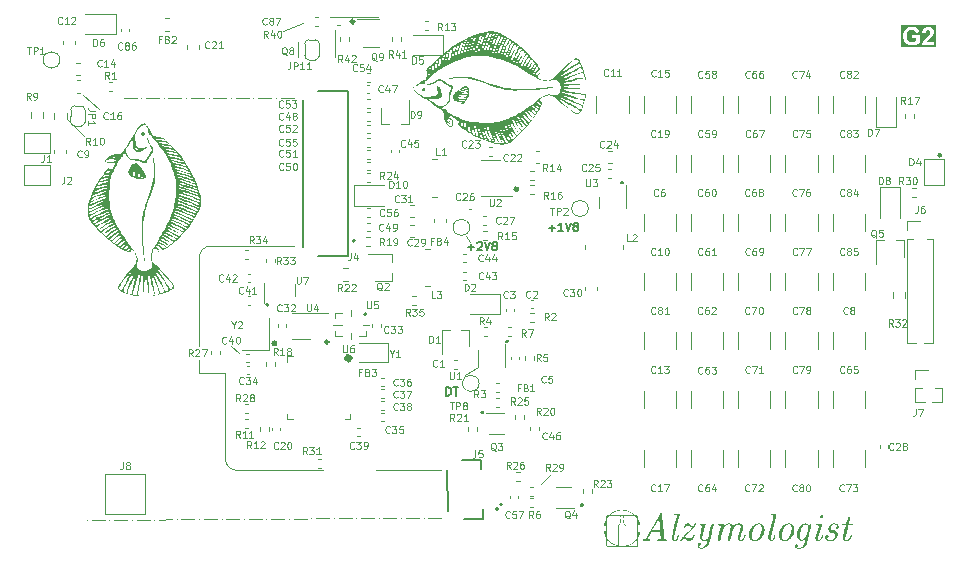
<source format=gbr>
%TF.GenerationSoftware,KiCad,Pcbnew,7.99.0-1761-g0fd2efa283*%
%TF.CreationDate,2023-08-22T00:04:27+03:00*%
%TF.ProjectId,Kampela_G2,4b616d70-656c-4615-9f47-322e6b696361,rev?*%
%TF.SameCoordinates,Original*%
%TF.FileFunction,Legend,Top*%
%TF.FilePolarity,Positive*%
%FSLAX46Y46*%
G04 Gerber Fmt 4.6, Leading zero omitted, Abs format (unit mm)*
G04 Created by KiCad (PCBNEW 7.99.0-1761-g0fd2efa283) date 2023-08-22 00:04:27*
%MOMM*%
%LPD*%
G01*
G04 APERTURE LIST*
%ADD10C,0.000000*%
%ADD11C,0.100000*%
%ADD12C,0.300000*%
%ADD13C,0.120000*%
%ADD14C,0.205384*%
%ADD15C,0.249642*%
%ADD16C,0.150000*%
%ADD17C,0.200000*%
%ADD18C,0.127000*%
%ADD19C,0.500000*%
%ADD20C,0.400000*%
G04 APERTURE END LIST*
D10*
G36*
X153302762Y-140204464D02*
G01*
X153315713Y-140204755D01*
X153328384Y-140205330D01*
X153340641Y-140206187D01*
X153352355Y-140207325D01*
X153363393Y-140208741D01*
X153373623Y-140210435D01*
X153382914Y-140212406D01*
X153391134Y-140214650D01*
X153402332Y-140218433D01*
X153413674Y-140223012D01*
X153425117Y-140228353D01*
X153436618Y-140234420D01*
X153448134Y-140241178D01*
X153459623Y-140248592D01*
X153471042Y-140256629D01*
X153482349Y-140265252D01*
X153493501Y-140274427D01*
X153504455Y-140284119D01*
X153515169Y-140294293D01*
X153525600Y-140304914D01*
X153535705Y-140315948D01*
X153545442Y-140327360D01*
X153554768Y-140339113D01*
X153563641Y-140351175D01*
X153566977Y-140355823D01*
X153570189Y-140360179D01*
X153573203Y-140364151D01*
X153575944Y-140367645D01*
X153577189Y-140369185D01*
X153578338Y-140370569D01*
X153579382Y-140371788D01*
X153580311Y-140372830D01*
X153581116Y-140373682D01*
X153581787Y-140374333D01*
X153582316Y-140374773D01*
X153582524Y-140374909D01*
X153582693Y-140374988D01*
X153582863Y-140374993D01*
X153583076Y-140374910D01*
X153583622Y-140374488D01*
X153584321Y-140373740D01*
X153585164Y-140372681D01*
X153587241Y-140369695D01*
X153589770Y-140365661D01*
X153592671Y-140360710D01*
X153595864Y-140354970D01*
X153599267Y-140348574D01*
X153602800Y-140341650D01*
X153607470Y-140332803D01*
X153612183Y-140324697D01*
X153616982Y-140317306D01*
X153621908Y-140310603D01*
X153627005Y-140304560D01*
X153632315Y-140299150D01*
X153637880Y-140294347D01*
X153640773Y-140292164D01*
X153643745Y-140290123D01*
X153646802Y-140288219D01*
X153649950Y-140286450D01*
X153653194Y-140284812D01*
X153656539Y-140283302D01*
X153663554Y-140280652D01*
X153671038Y-140278473D01*
X153679033Y-140276736D01*
X153687583Y-140275416D01*
X153696730Y-140274486D01*
X153706516Y-140273917D01*
X153712844Y-140273652D01*
X153718568Y-140273460D01*
X153723742Y-140273352D01*
X153728419Y-140273338D01*
X153732653Y-140273430D01*
X153736496Y-140273638D01*
X153740004Y-140273973D01*
X153743228Y-140274446D01*
X153744751Y-140274738D01*
X153746223Y-140275068D01*
X153747651Y-140275438D01*
X153749041Y-140275850D01*
X153750402Y-140276304D01*
X153751738Y-140276802D01*
X153753057Y-140277345D01*
X153754365Y-140277935D01*
X153756977Y-140279261D01*
X153759627Y-140280790D01*
X153762368Y-140282533D01*
X153765255Y-140284500D01*
X153770153Y-140287960D01*
X153774729Y-140291593D01*
X153778980Y-140295398D01*
X153782907Y-140299375D01*
X153786508Y-140303522D01*
X153789782Y-140307838D01*
X153792730Y-140312324D01*
X153795350Y-140316978D01*
X153797641Y-140321799D01*
X153799603Y-140326787D01*
X153801234Y-140331941D01*
X153802535Y-140337260D01*
X153803504Y-140342743D01*
X153804140Y-140348390D01*
X153804443Y-140354199D01*
X153804412Y-140360171D01*
X153750098Y-140592583D01*
X153628266Y-141088370D01*
X153499389Y-141603704D01*
X153423942Y-141894754D01*
X153418260Y-141913203D01*
X153412295Y-141930897D01*
X153406000Y-141947912D01*
X153399328Y-141964323D01*
X153392230Y-141980208D01*
X153384661Y-141995641D01*
X153376572Y-142010699D01*
X153367916Y-142025458D01*
X153358647Y-142039994D01*
X153348716Y-142054383D01*
X153338077Y-142068700D01*
X153326683Y-142083022D01*
X153314485Y-142097424D01*
X153301437Y-142111983D01*
X153287491Y-142126775D01*
X153272600Y-142141875D01*
X153252304Y-142161356D01*
X153231874Y-142179724D01*
X153211275Y-142196996D01*
X153190472Y-142213189D01*
X153169430Y-142228318D01*
X153148115Y-142242399D01*
X153126491Y-142255450D01*
X153104524Y-142267486D01*
X153082178Y-142278524D01*
X153059420Y-142288579D01*
X153036213Y-142297669D01*
X153012523Y-142305809D01*
X152988316Y-142313016D01*
X152963556Y-142319306D01*
X152938208Y-142324695D01*
X152912238Y-142329200D01*
X152896251Y-142331378D01*
X152877535Y-142333156D01*
X152833549Y-142335550D01*
X152783548Y-142336455D01*
X152730800Y-142335947D01*
X152678572Y-142334099D01*
X152630134Y-142330986D01*
X152588752Y-142326682D01*
X152571729Y-142324107D01*
X152557696Y-142321262D01*
X152541811Y-142317277D01*
X152526514Y-142312868D01*
X152511819Y-142308047D01*
X152497743Y-142302824D01*
X152484303Y-142297211D01*
X152471515Y-142291218D01*
X152459396Y-142284856D01*
X152447960Y-142278135D01*
X152437225Y-142271068D01*
X152427208Y-142263664D01*
X152422473Y-142259839D01*
X152417923Y-142255935D01*
X152413561Y-142251951D01*
X152409388Y-142247890D01*
X152405407Y-142243754D01*
X152401619Y-142239542D01*
X152398027Y-142235258D01*
X152394632Y-142230901D01*
X152391437Y-142226474D01*
X152388444Y-142221978D01*
X152385654Y-142217414D01*
X152383070Y-142212783D01*
X152381370Y-142209552D01*
X152379836Y-142206375D01*
X152378459Y-142203212D01*
X152377234Y-142200017D01*
X152376150Y-142196748D01*
X152375202Y-142193361D01*
X152374380Y-142189813D01*
X152373678Y-142186060D01*
X152373088Y-142182060D01*
X152372601Y-142177767D01*
X152372210Y-142173140D01*
X152371908Y-142168135D01*
X152371538Y-142156816D01*
X152371428Y-142143463D01*
X152371524Y-142129050D01*
X152371666Y-142122828D01*
X152371892Y-142117161D01*
X152372217Y-142111976D01*
X152372657Y-142107195D01*
X152373227Y-142102745D01*
X152373943Y-142098550D01*
X152374820Y-142094534D01*
X152375874Y-142090623D01*
X152377120Y-142086742D01*
X152378574Y-142082815D01*
X152380251Y-142078767D01*
X152382167Y-142074523D01*
X152384337Y-142070008D01*
X152386776Y-142065146D01*
X152392665Y-142054442D01*
X152399189Y-142044182D01*
X152406298Y-142034399D01*
X152413945Y-142025128D01*
X152422082Y-142016402D01*
X152430661Y-142008256D01*
X152439634Y-142000725D01*
X152448952Y-141993841D01*
X152458569Y-141987639D01*
X152468434Y-141982154D01*
X152478502Y-141977418D01*
X152488723Y-141973468D01*
X152499049Y-141970336D01*
X152509432Y-141968056D01*
X152519825Y-141966664D01*
X152525010Y-141966310D01*
X152530179Y-141966192D01*
X152535484Y-141966362D01*
X152541042Y-141966858D01*
X152546795Y-141967660D01*
X152552685Y-141968747D01*
X152558657Y-141970097D01*
X152564652Y-141971689D01*
X152570612Y-141973503D01*
X152576482Y-141975518D01*
X152582202Y-141977713D01*
X152587716Y-141980067D01*
X152592966Y-141982559D01*
X152597896Y-141985167D01*
X152602447Y-141987872D01*
X152606563Y-141990652D01*
X152610185Y-141993487D01*
X152613258Y-141996354D01*
X152618280Y-142001978D01*
X152622833Y-142007918D01*
X152626923Y-142014150D01*
X152630554Y-142020650D01*
X152633732Y-142027394D01*
X152636462Y-142034357D01*
X152638750Y-142041514D01*
X152640601Y-142048841D01*
X152642020Y-142056314D01*
X152643013Y-142063908D01*
X152643584Y-142071599D01*
X152643740Y-142079363D01*
X152643485Y-142087175D01*
X152642826Y-142095010D01*
X152641766Y-142102845D01*
X152640312Y-142110654D01*
X152638469Y-142118414D01*
X152636242Y-142126100D01*
X152633636Y-142133687D01*
X152630658Y-142141152D01*
X152627311Y-142148469D01*
X152623603Y-142155614D01*
X152619537Y-142162564D01*
X152615119Y-142169293D01*
X152610354Y-142175776D01*
X152605249Y-142181991D01*
X152599808Y-142187912D01*
X152594036Y-142193514D01*
X152587939Y-142198774D01*
X152581522Y-142203667D01*
X152574791Y-142208169D01*
X152567750Y-142212254D01*
X152565792Y-142213350D01*
X152563893Y-142214451D01*
X152562062Y-142215549D01*
X152560309Y-142216636D01*
X152558642Y-142217705D01*
X152557072Y-142218747D01*
X152555607Y-142219755D01*
X152554256Y-142220721D01*
X152553030Y-142221637D01*
X152551937Y-142222496D01*
X152550987Y-142223290D01*
X152550188Y-142224012D01*
X152549551Y-142224652D01*
X152549296Y-142224940D01*
X152549085Y-142225204D01*
X152548918Y-142225445D01*
X152548798Y-142225660D01*
X152548725Y-142225850D01*
X152548700Y-142226013D01*
X152548989Y-142226788D01*
X152549839Y-142227625D01*
X152553119Y-142229458D01*
X152558341Y-142231475D01*
X152565303Y-142233636D01*
X152583637Y-142238235D01*
X152606511Y-142242946D01*
X152632312Y-142247458D01*
X152659428Y-142251462D01*
X152686245Y-142254648D01*
X152711153Y-142256704D01*
X152743389Y-142258265D01*
X152773899Y-142258547D01*
X152802806Y-142257501D01*
X152830233Y-142255075D01*
X152843429Y-142253330D01*
X152856301Y-142251221D01*
X152868865Y-142248742D01*
X152881134Y-142245886D01*
X152893126Y-142242648D01*
X152904854Y-142239022D01*
X152916335Y-142235000D01*
X152927584Y-142230577D01*
X152938615Y-142225746D01*
X152949445Y-142220501D01*
X152960088Y-142214835D01*
X152970560Y-142208743D01*
X152980876Y-142202219D01*
X152991052Y-142195254D01*
X153001102Y-142187845D01*
X153011043Y-142179983D01*
X153020889Y-142171664D01*
X153030656Y-142162880D01*
X153050013Y-142143894D01*
X153069237Y-142122974D01*
X153088449Y-142100071D01*
X153102976Y-142081712D01*
X153116459Y-142063800D01*
X153128995Y-142046128D01*
X153140680Y-142028485D01*
X153151612Y-142010662D01*
X153161887Y-141992450D01*
X153171603Y-141973639D01*
X153180855Y-141954021D01*
X153189742Y-141933386D01*
X153198360Y-141911524D01*
X153206806Y-141888227D01*
X153215177Y-141863285D01*
X153232080Y-141807630D01*
X153249846Y-141742883D01*
X153267681Y-141671190D01*
X153285763Y-141595180D01*
X153299778Y-141532961D01*
X153303912Y-141512682D01*
X153305409Y-141502642D01*
X153305369Y-141502234D01*
X153305250Y-141501903D01*
X153305053Y-141501647D01*
X153304780Y-141501467D01*
X153304432Y-141501360D01*
X153304010Y-141501327D01*
X153302953Y-141501476D01*
X153301621Y-141501907D01*
X153300023Y-141502614D01*
X153298173Y-141503589D01*
X153296082Y-141504824D01*
X153293762Y-141506315D01*
X153291224Y-141508052D01*
X153288479Y-141510030D01*
X153285540Y-141512241D01*
X153279125Y-141517335D01*
X153272071Y-141523279D01*
X153258284Y-141534693D01*
X153244324Y-141545707D01*
X153230217Y-141556305D01*
X153215988Y-141566472D01*
X153201663Y-141576193D01*
X153187267Y-141585452D01*
X153172827Y-141594234D01*
X153158366Y-141602522D01*
X153143913Y-141610302D01*
X153129491Y-141617558D01*
X153115126Y-141624274D01*
X153100844Y-141630435D01*
X153086671Y-141636026D01*
X153072632Y-141641031D01*
X153058753Y-141645435D01*
X153045059Y-141649221D01*
X153032022Y-141652428D01*
X153020237Y-141654934D01*
X153014602Y-141655938D01*
X153009023Y-141656783D01*
X153003417Y-141657475D01*
X152997698Y-141658018D01*
X152991780Y-141658419D01*
X152985579Y-141658683D01*
X152971984Y-141658820D01*
X152956231Y-141658474D01*
X152937638Y-141657688D01*
X152921566Y-141656966D01*
X152906996Y-141655984D01*
X152900230Y-141655392D01*
X152893789Y-141654730D01*
X152887655Y-141653996D01*
X152881810Y-141653190D01*
X152876239Y-141652309D01*
X152870923Y-141651352D01*
X152865846Y-141650318D01*
X152860990Y-141649204D01*
X152856340Y-141648010D01*
X152851877Y-141646734D01*
X152847584Y-141645374D01*
X152843445Y-141643929D01*
X152807116Y-141628931D01*
X152772981Y-141610608D01*
X152741100Y-141589086D01*
X152711534Y-141564488D01*
X152684343Y-141536938D01*
X152659587Y-141506561D01*
X152637327Y-141473480D01*
X152617624Y-141437819D01*
X152600537Y-141399702D01*
X152586128Y-141359254D01*
X152574457Y-141316598D01*
X152570529Y-141296796D01*
X152790000Y-141296796D01*
X152790022Y-141313332D01*
X152790301Y-141328875D01*
X152790857Y-141343521D01*
X152791712Y-141357369D01*
X152792886Y-141370516D01*
X152794400Y-141383060D01*
X152796275Y-141395099D01*
X152798533Y-141406730D01*
X152801194Y-141418051D01*
X152804278Y-141429160D01*
X152807808Y-141440154D01*
X152811803Y-141451131D01*
X152816285Y-141462188D01*
X152821275Y-141473424D01*
X152826793Y-141484936D01*
X152832861Y-141496821D01*
X152838820Y-141507521D01*
X152845006Y-141517407D01*
X152851450Y-141526496D01*
X152858180Y-141534805D01*
X152865226Y-141542352D01*
X152872619Y-141549153D01*
X152880386Y-141555225D01*
X152888558Y-141560586D01*
X152897163Y-141565252D01*
X152906233Y-141569240D01*
X152915795Y-141572569D01*
X152925880Y-141575253D01*
X152936517Y-141577312D01*
X152947735Y-141578761D01*
X152959564Y-141579618D01*
X152972033Y-141579900D01*
X152981796Y-141579668D01*
X152991635Y-141578974D01*
X153011523Y-141576214D01*
X153031661Y-141571644D01*
X153052012Y-141565290D01*
X153072540Y-141557179D01*
X153093208Y-141547335D01*
X153113980Y-141535784D01*
X153134819Y-141522552D01*
X153155689Y-141507664D01*
X153176554Y-141491146D01*
X153197377Y-141473023D01*
X153218121Y-141453322D01*
X153238751Y-141432067D01*
X153259230Y-141409284D01*
X153279521Y-141384999D01*
X153299588Y-141359238D01*
X153320440Y-141330706D01*
X153337622Y-141303328D01*
X153345518Y-141287967D01*
X153353314Y-141270369D01*
X153369702Y-141225094D01*
X153388967Y-141160769D01*
X153413292Y-141070660D01*
X153485854Y-140786150D01*
X153500984Y-140725553D01*
X153512535Y-140678407D01*
X153517107Y-140659182D01*
X153520949Y-140642485D01*
X153524117Y-140628037D01*
X153526665Y-140615560D01*
X153528649Y-140604776D01*
X153530124Y-140595407D01*
X153531145Y-140587175D01*
X153531766Y-140579800D01*
X153532044Y-140573005D01*
X153532032Y-140566512D01*
X153531786Y-140560042D01*
X153531361Y-140553317D01*
X153530432Y-140542924D01*
X153529138Y-140532494D01*
X153527492Y-140522045D01*
X153525506Y-140511596D01*
X153523190Y-140501167D01*
X153520556Y-140490775D01*
X153517615Y-140480440D01*
X153514379Y-140470180D01*
X153507068Y-140449960D01*
X153498714Y-140430264D01*
X153489407Y-140411243D01*
X153479240Y-140393046D01*
X153468304Y-140375822D01*
X153462576Y-140367622D01*
X153456691Y-140359721D01*
X153450658Y-140352139D01*
X153444491Y-140344894D01*
X153438200Y-140338004D01*
X153431797Y-140331489D01*
X153425293Y-140325366D01*
X153418700Y-140319655D01*
X153412029Y-140314375D01*
X153405291Y-140309544D01*
X153398498Y-140305180D01*
X153391662Y-140301303D01*
X153384793Y-140297931D01*
X153377904Y-140295084D01*
X153369613Y-140292217D01*
X153361214Y-140289766D01*
X153352716Y-140287728D01*
X153344125Y-140286101D01*
X153335448Y-140284882D01*
X153326694Y-140284069D01*
X153317869Y-140283659D01*
X153308981Y-140283649D01*
X153300037Y-140284036D01*
X153291044Y-140284819D01*
X153272944Y-140287558D01*
X153254738Y-140291847D01*
X153236485Y-140297663D01*
X153218245Y-140304986D01*
X153200076Y-140313796D01*
X153182037Y-140324070D01*
X153164188Y-140335788D01*
X153146586Y-140348929D01*
X153129292Y-140363473D01*
X153112363Y-140379398D01*
X153095860Y-140396683D01*
X153074638Y-140421023D01*
X153054572Y-140445743D01*
X153035579Y-140471028D01*
X153017576Y-140497060D01*
X153000478Y-140524022D01*
X152984201Y-140552097D01*
X152968662Y-140581469D01*
X152953778Y-140612319D01*
X152939464Y-140644831D01*
X152925637Y-140679188D01*
X152912213Y-140715573D01*
X152899108Y-140754169D01*
X152886239Y-140795158D01*
X152873522Y-140838724D01*
X152848209Y-140934317D01*
X152833575Y-140993908D01*
X152821329Y-141047807D01*
X152811327Y-141096818D01*
X152803428Y-141141750D01*
X152797488Y-141183407D01*
X152793365Y-141222597D01*
X152790917Y-141260124D01*
X152790000Y-141296796D01*
X152570529Y-141296796D01*
X152565584Y-141271859D01*
X152559569Y-141225160D01*
X152556474Y-141176626D01*
X152556359Y-141126380D01*
X152559284Y-141074546D01*
X152562528Y-141041471D01*
X152566713Y-141008901D01*
X152571846Y-140976811D01*
X152577937Y-140945173D01*
X152584996Y-140913960D01*
X152593031Y-140883144D01*
X152602052Y-140852698D01*
X152612069Y-140822597D01*
X152623090Y-140792811D01*
X152635125Y-140763314D01*
X152648183Y-140734080D01*
X152662273Y-140705080D01*
X152677406Y-140676288D01*
X152693589Y-140647677D01*
X152710833Y-140619219D01*
X152729147Y-140590888D01*
X152755401Y-140552763D01*
X152782339Y-140516398D01*
X152809915Y-140481830D01*
X152838080Y-140449096D01*
X152866788Y-140418231D01*
X152895992Y-140389272D01*
X152925643Y-140362256D01*
X152955695Y-140337218D01*
X152986101Y-140314196D01*
X153016813Y-140293226D01*
X153047784Y-140274344D01*
X153078966Y-140257587D01*
X153110313Y-140242991D01*
X153141777Y-140230592D01*
X153173310Y-140220428D01*
X153204866Y-140212534D01*
X153215318Y-140210499D01*
X153226543Y-140208761D01*
X153238411Y-140207318D01*
X153250788Y-140206167D01*
X153263544Y-140205308D01*
X153276546Y-140204739D01*
X153289663Y-140204458D01*
X153302762Y-140204464D01*
G37*
D11*
X93460000Y-105110000D02*
X92110000Y-103960000D01*
D12*
X128921803Y-111898197D02*
G75*
G03*
X128921803Y-111898197I-111803J0D01*
G01*
D10*
G36*
X138143197Y-139098109D02*
G01*
X138191396Y-139110972D01*
X138238774Y-139125163D01*
X138285354Y-139140696D01*
X138331158Y-139157582D01*
X138376209Y-139175836D01*
X138420529Y-139195470D01*
X138464140Y-139216498D01*
X138507065Y-139238933D01*
X138549326Y-139262788D01*
X138590947Y-139288076D01*
X138631949Y-139314811D01*
X138672355Y-139343005D01*
X138712187Y-139372672D01*
X138751469Y-139403825D01*
X138790221Y-139436477D01*
X138828468Y-139470642D01*
X138895672Y-139532025D01*
X138981926Y-139532025D01*
X139003074Y-139532125D01*
X139021332Y-139532422D01*
X139029405Y-139532645D01*
X139036788Y-139532918D01*
X139043491Y-139533241D01*
X139049527Y-139533613D01*
X139054905Y-139534034D01*
X139059637Y-139534506D01*
X139063733Y-139535027D01*
X139067204Y-139535597D01*
X139070062Y-139536217D01*
X139072316Y-139536887D01*
X139073220Y-139537240D01*
X139073978Y-139537606D01*
X139074591Y-139537985D01*
X139075059Y-139538375D01*
X139075915Y-139539620D01*
X139076699Y-139541586D01*
X139078060Y-139547793D01*
X139079161Y-139557211D01*
X139080020Y-139570059D01*
X139080656Y-139586553D01*
X139081087Y-139606911D01*
X139081409Y-139660084D01*
X139081409Y-139774913D01*
X139110513Y-139823596D01*
X139136471Y-139868501D01*
X139160934Y-139915196D01*
X139183861Y-139963509D01*
X139205209Y-140013269D01*
X139224936Y-140064308D01*
X139242998Y-140116453D01*
X139259354Y-140169534D01*
X139273960Y-140223381D01*
X139286774Y-140277824D01*
X139297753Y-140332692D01*
X139306854Y-140387813D01*
X139314036Y-140443019D01*
X139319255Y-140498137D01*
X139322468Y-140552999D01*
X139323634Y-140607432D01*
X139322709Y-140661267D01*
X139320040Y-140710509D01*
X139315821Y-140759755D01*
X139310074Y-140808922D01*
X139302824Y-140857927D01*
X139294095Y-140906687D01*
X139283912Y-140955119D01*
X139272297Y-141003140D01*
X139259275Y-141050667D01*
X139244871Y-141097618D01*
X139229108Y-141143909D01*
X139212010Y-141189458D01*
X139193601Y-141234181D01*
X139173905Y-141277995D01*
X139152947Y-141320818D01*
X139130750Y-141362567D01*
X139107338Y-141403158D01*
X139081409Y-141446550D01*
X139081409Y-141804267D01*
X139081368Y-141919465D01*
X139081298Y-141966414D01*
X139081178Y-142006913D01*
X139080996Y-142041449D01*
X139080878Y-142056634D01*
X139080739Y-142070511D01*
X139080580Y-142083141D01*
X139080396Y-142094585D01*
X139080188Y-142104905D01*
X139079954Y-142114160D01*
X139079692Y-142122412D01*
X139079400Y-142129722D01*
X139079077Y-142136152D01*
X139078722Y-142141760D01*
X139078333Y-142146610D01*
X139077908Y-142150761D01*
X139077445Y-142154275D01*
X139077200Y-142155812D01*
X139076944Y-142157213D01*
X139076679Y-142158484D01*
X139076403Y-142159635D01*
X139076117Y-142160671D01*
X139075820Y-142161602D01*
X139075512Y-142162435D01*
X139075193Y-142163176D01*
X139074863Y-142163834D01*
X139074522Y-142164417D01*
X139074169Y-142164932D01*
X139073804Y-142165387D01*
X139073427Y-142165789D01*
X139073038Y-142166146D01*
X139072636Y-142166465D01*
X139072222Y-142166755D01*
X139071355Y-142167275D01*
X138988160Y-142169665D01*
X138745917Y-142171310D01*
X137761668Y-142172567D01*
X137063333Y-142172286D01*
X136834282Y-142171841D01*
X136670791Y-142171112D01*
X136561968Y-142170035D01*
X136524655Y-142169347D01*
X136496926Y-142168548D01*
X136477420Y-142167633D01*
X136464775Y-142166591D01*
X136457631Y-142165416D01*
X136455696Y-142164776D01*
X136454626Y-142164100D01*
X136452135Y-142159310D01*
X136450178Y-142148597D01*
X136448691Y-142129116D01*
X136448364Y-142119650D01*
X136493784Y-142119650D01*
X136929288Y-142119121D01*
X137070496Y-142118928D01*
X137176798Y-142118666D01*
X137218244Y-142118473D01*
X137252627Y-142118219D01*
X137280500Y-142117888D01*
X137302417Y-142117467D01*
X137311316Y-142117218D01*
X137318933Y-142116941D01*
X137325339Y-142116633D01*
X137330602Y-142116294D01*
X137334793Y-142115921D01*
X137337979Y-142115513D01*
X137340230Y-142115067D01*
X137341027Y-142114829D01*
X137341617Y-142114582D01*
X137342007Y-142114324D01*
X137342207Y-142114055D01*
X137342225Y-142113776D01*
X137342070Y-142113486D01*
X137341751Y-142113185D01*
X137341276Y-142112872D01*
X137339894Y-142112212D01*
X137337993Y-142111503D01*
X137335642Y-142110743D01*
X137329868Y-142109067D01*
X137305614Y-142102008D01*
X137277918Y-142092977D01*
X137272520Y-142091075D01*
X137472742Y-142091075D01*
X137553705Y-142103775D01*
X137577789Y-142107534D01*
X137599734Y-142110530D01*
X137620873Y-142112844D01*
X137642539Y-142114557D01*
X137666065Y-142115749D01*
X137692785Y-142116500D01*
X137724032Y-142116892D01*
X137761138Y-142117004D01*
X137798408Y-142116892D01*
X137829806Y-142116500D01*
X137856751Y-142115749D01*
X137880664Y-142114557D01*
X137890910Y-142113770D01*
X138185925Y-142113770D01*
X138186555Y-142114805D01*
X138197924Y-142116423D01*
X138226408Y-142117533D01*
X138352184Y-142118674D01*
X138598809Y-142119121D01*
X139033784Y-142119650D01*
X139033784Y-141820671D01*
X139033602Y-141704527D01*
X139033123Y-141609467D01*
X139032445Y-141545265D01*
X139032062Y-141527789D01*
X139031668Y-141521692D01*
X139031323Y-141521893D01*
X139030696Y-141522482D01*
X139028658Y-141524743D01*
X139025677Y-141528305D01*
X139021878Y-141533003D01*
X139012320Y-141545132D01*
X139000976Y-141559792D01*
X138981203Y-141585786D01*
X138960048Y-141611918D01*
X138937603Y-141638105D01*
X138913961Y-141664261D01*
X138889215Y-141690303D01*
X138863459Y-141716145D01*
X138836784Y-141741704D01*
X138809285Y-141766894D01*
X138781054Y-141791632D01*
X138752185Y-141815833D01*
X138722769Y-141839412D01*
X138692902Y-141862285D01*
X138662674Y-141884367D01*
X138632180Y-141905574D01*
X138601512Y-141925822D01*
X138570763Y-141945025D01*
X138528927Y-141969329D01*
X138482930Y-141993808D01*
X138434167Y-142017839D01*
X138384034Y-142040804D01*
X138333925Y-142062082D01*
X138285237Y-142081054D01*
X138239363Y-142097098D01*
X138217919Y-142103829D01*
X138197701Y-142109596D01*
X138187936Y-142112566D01*
X138185925Y-142113770D01*
X137890910Y-142113770D01*
X137902964Y-142112844D01*
X137925073Y-142110530D01*
X137948409Y-142107534D01*
X137974393Y-142103775D01*
X138060117Y-142091075D01*
X138059059Y-141270338D01*
X138057472Y-140450129D01*
X138044772Y-140426317D01*
X138043233Y-140423595D01*
X138041217Y-140420415D01*
X138035883Y-140412840D01*
X138029024Y-140403900D01*
X138020893Y-140393905D01*
X138011745Y-140383167D01*
X138001835Y-140371995D01*
X137991416Y-140360698D01*
X137980743Y-140349588D01*
X137968895Y-140337100D01*
X137957997Y-140325089D01*
X137952921Y-140319288D01*
X137948103Y-140313636D01*
X137943550Y-140308145D01*
X137939269Y-140302823D01*
X137935267Y-140297680D01*
X137931552Y-140292728D01*
X137928129Y-140287976D01*
X137925006Y-140283434D01*
X137922191Y-140279112D01*
X137919689Y-140275020D01*
X137917508Y-140271168D01*
X137915655Y-140267567D01*
X137911312Y-140257066D01*
X137906808Y-140242398D01*
X137901833Y-140222025D01*
X137896076Y-140194410D01*
X137880978Y-140111297D01*
X137859034Y-139980759D01*
X137816534Y-139728346D01*
X137868559Y-139728346D01*
X137909305Y-139972821D01*
X137926470Y-140072321D01*
X137941452Y-140154458D01*
X137947752Y-140186937D01*
X137953060Y-140212583D01*
X137957228Y-140230564D01*
X137958837Y-140236421D01*
X137960105Y-140240050D01*
X137961341Y-140242662D01*
X137963049Y-140245714D01*
X137965202Y-140249175D01*
X137967778Y-140253015D01*
X137974095Y-140261705D01*
X137981801Y-140271536D01*
X137990697Y-140282259D01*
X138000586Y-140293628D01*
X138011269Y-140305394D01*
X138022547Y-140317309D01*
X138033466Y-140329062D01*
X138044218Y-140341088D01*
X138054535Y-140353064D01*
X138064152Y-140364669D01*
X138072802Y-140375579D01*
X138080218Y-140385472D01*
X138083379Y-140389936D01*
X138086132Y-140394025D01*
X138088444Y-140397699D01*
X138090280Y-140400917D01*
X138105097Y-140428963D01*
X138106684Y-141253404D01*
X138107437Y-141573236D01*
X138108735Y-141835223D01*
X138110330Y-142012279D01*
X138111162Y-142060493D01*
X138111976Y-142077317D01*
X138115487Y-142076904D01*
X138120741Y-142075898D01*
X138135764Y-142072314D01*
X138155610Y-142066983D01*
X138178849Y-142060317D01*
X138204048Y-142052734D01*
X138229773Y-142044649D01*
X138254593Y-142036477D01*
X138277076Y-142028633D01*
X138319965Y-142012209D01*
X138362295Y-141994500D01*
X138404041Y-141975523D01*
X138445177Y-141955294D01*
X138485677Y-141933832D01*
X138525516Y-141911152D01*
X138564669Y-141887273D01*
X138603109Y-141862211D01*
X138640811Y-141835982D01*
X138677749Y-141808606D01*
X138713898Y-141780097D01*
X138749233Y-141750474D01*
X138783727Y-141719753D01*
X138817356Y-141687951D01*
X138850093Y-141655086D01*
X138881913Y-141621175D01*
X138900723Y-141599793D01*
X138920873Y-141576031D01*
X138941519Y-141550928D01*
X138961817Y-141525528D01*
X138980925Y-141500872D01*
X138997999Y-141478002D01*
X139012196Y-141457960D01*
X139017952Y-141449325D01*
X139022672Y-141441788D01*
X139026340Y-141434259D01*
X139029096Y-141418670D01*
X139031692Y-141344421D01*
X139081938Y-141344421D01*
X139116863Y-141275629D01*
X139140382Y-141226226D01*
X139162438Y-141174286D01*
X139182906Y-141120150D01*
X139201662Y-141064161D01*
X139218583Y-141006659D01*
X139233545Y-140947984D01*
X139246422Y-140888479D01*
X139257092Y-140828483D01*
X139260653Y-140804869D01*
X139263451Y-140783339D01*
X139265566Y-140762255D01*
X139267080Y-140739980D01*
X139268074Y-140714878D01*
X139268627Y-140685311D01*
X139268734Y-140606233D01*
X139268642Y-140561817D01*
X139268296Y-140525734D01*
X139267590Y-140496101D01*
X139266419Y-140471031D01*
X139264678Y-140448641D01*
X139262260Y-140427044D01*
X139259061Y-140404356D01*
X139254976Y-140378692D01*
X139244444Y-140321920D01*
X139232238Y-140266525D01*
X139218271Y-140212246D01*
X139202456Y-140158823D01*
X139184706Y-140105995D01*
X139164935Y-140053502D01*
X139143055Y-140001084D01*
X139118980Y-139948479D01*
X139112531Y-139934957D01*
X139106379Y-139922352D01*
X139100674Y-139910937D01*
X139095564Y-139900987D01*
X139091199Y-139892772D01*
X139087726Y-139886567D01*
X139086371Y-139884303D01*
X139085295Y-139882644D01*
X139084517Y-139881623D01*
X139084245Y-139881363D01*
X139084055Y-139881275D01*
X139082203Y-140096117D01*
X139081938Y-140612583D01*
X139081938Y-141344421D01*
X139031692Y-141344421D01*
X139032395Y-141324313D01*
X139033784Y-140609938D01*
X139033745Y-140356444D01*
X139033569Y-140161452D01*
X139033170Y-140017137D01*
X139032860Y-139961537D01*
X139032461Y-139915671D01*
X139031963Y-139878561D01*
X139031355Y-139849230D01*
X139030626Y-139826697D01*
X139029766Y-139809987D01*
X139028762Y-139798119D01*
X139028204Y-139793695D01*
X139027606Y-139790116D01*
X139026966Y-139787258D01*
X139026284Y-139785000D01*
X139025559Y-139783218D01*
X139024788Y-139781792D01*
X139014728Y-139767011D01*
X139000166Y-139746892D01*
X138982503Y-139723237D01*
X138963140Y-139697853D01*
X138943481Y-139672543D01*
X138924925Y-139649112D01*
X138908874Y-139629364D01*
X138896730Y-139615105D01*
X138871144Y-139587588D01*
X138943826Y-139587588D01*
X138943917Y-139587983D01*
X138944185Y-139588564D01*
X138944621Y-139589321D01*
X138945215Y-139590242D01*
X138946840Y-139592527D01*
X138948985Y-139595327D01*
X138951577Y-139598548D01*
X138954541Y-139602099D01*
X138957803Y-139605884D01*
X138961288Y-139609813D01*
X138965500Y-139614611D01*
X138970474Y-139620520D01*
X138976032Y-139627309D01*
X138981992Y-139634750D01*
X138994402Y-139650666D01*
X139000493Y-139658683D01*
X139006267Y-139666434D01*
X139033784Y-139702946D01*
X139033784Y-139584942D01*
X138988805Y-139584942D01*
X138979732Y-139584991D01*
X138971285Y-139585132D01*
X138963644Y-139585361D01*
X138956989Y-139585670D01*
X138951500Y-139586053D01*
X138949249Y-139586271D01*
X138947356Y-139586505D01*
X138945845Y-139586754D01*
X138944738Y-139587018D01*
X138944343Y-139587156D01*
X138944058Y-139587296D01*
X138943884Y-139587441D01*
X138943826Y-139587588D01*
X138871144Y-139587588D01*
X138868684Y-139584942D01*
X137900309Y-139584942D01*
X137904542Y-139604521D01*
X137905992Y-139611537D01*
X137907159Y-139618134D01*
X137908035Y-139624363D01*
X137908611Y-139630277D01*
X137908876Y-139635927D01*
X137908821Y-139641365D01*
X137908438Y-139646644D01*
X137907718Y-139651815D01*
X137906649Y-139656931D01*
X137905225Y-139662042D01*
X137903434Y-139667202D01*
X137901268Y-139672461D01*
X137898718Y-139677873D01*
X137895774Y-139683488D01*
X137892427Y-139689359D01*
X137888668Y-139695538D01*
X137868559Y-139728346D01*
X137816534Y-139728346D01*
X137815643Y-139723054D01*
X137826755Y-139700300D01*
X137829294Y-139695317D01*
X137832088Y-139689998D01*
X137838066Y-139679001D01*
X137843945Y-139668600D01*
X137846614Y-139664025D01*
X137848980Y-139660084D01*
X137852483Y-139654505D01*
X137853890Y-139652063D01*
X137855074Y-139649781D01*
X137856037Y-139647605D01*
X137856784Y-139645480D01*
X137857319Y-139643352D01*
X137857645Y-139641166D01*
X137857767Y-139638869D01*
X137857688Y-139636406D01*
X137857411Y-139633722D01*
X137856942Y-139630765D01*
X137856284Y-139627478D01*
X137855441Y-139623809D01*
X137853213Y-139615105D01*
X137845805Y-139587588D01*
X137764843Y-139586000D01*
X137743584Y-139585707D01*
X137734367Y-139585642D01*
X137726040Y-139585637D01*
X137718566Y-139585693D01*
X137711906Y-139585814D01*
X137706024Y-139586004D01*
X137700879Y-139586265D01*
X137696436Y-139586600D01*
X137692656Y-139587013D01*
X137691002Y-139587250D01*
X137689500Y-139587507D01*
X137688144Y-139587785D01*
X137686931Y-139588084D01*
X137685855Y-139588405D01*
X137684911Y-139588748D01*
X137684095Y-139589114D01*
X137683401Y-139589502D01*
X137682826Y-139589914D01*
X137682365Y-139590349D01*
X137682012Y-139590808D01*
X137681763Y-139591292D01*
X137679166Y-139599201D01*
X137676933Y-139606321D01*
X137675068Y-139612741D01*
X137673578Y-139618552D01*
X137672466Y-139623846D01*
X137672053Y-139626327D01*
X137671736Y-139628713D01*
X137671516Y-139631015D01*
X137671394Y-139633243D01*
X137671370Y-139635411D01*
X137671445Y-139637528D01*
X137671618Y-139639606D01*
X137671892Y-139641657D01*
X137672266Y-139643692D01*
X137672741Y-139645723D01*
X137673317Y-139647760D01*
X137673996Y-139649814D01*
X137674777Y-139651898D01*
X137675661Y-139654023D01*
X137677743Y-139658439D01*
X137680244Y-139663154D01*
X137683170Y-139668258D01*
X137686526Y-139673842D01*
X137690280Y-139680112D01*
X137693934Y-139686501D01*
X137697390Y-139692827D01*
X137700549Y-139698911D01*
X137703310Y-139704574D01*
X137705576Y-139709635D01*
X137706492Y-139711884D01*
X137707246Y-139713915D01*
X137707827Y-139715706D01*
X137708222Y-139717234D01*
X137707949Y-139725160D01*
X137706039Y-139742642D01*
X137697903Y-139801834D01*
X137685005Y-139885930D01*
X137668534Y-139986050D01*
X137656552Y-140057901D01*
X137646599Y-140116159D01*
X137638369Y-140162412D01*
X137631559Y-140198246D01*
X137628591Y-140212753D01*
X137625865Y-140225250D01*
X137623342Y-140235937D01*
X137620984Y-140245011D01*
X137618753Y-140252672D01*
X137616611Y-140259117D01*
X137614520Y-140264545D01*
X137612442Y-140269154D01*
X137610711Y-140272180D01*
X137608514Y-140275673D01*
X137602843Y-140283897D01*
X137595671Y-140293497D01*
X137587241Y-140304146D01*
X137577793Y-140315513D01*
X137567571Y-140327272D01*
X137556815Y-140339092D01*
X137545768Y-140350646D01*
X137534944Y-140362126D01*
X137524469Y-140373731D01*
X137514588Y-140385137D01*
X137505551Y-140396022D01*
X137497605Y-140406064D01*
X137494119Y-140410668D01*
X137490999Y-140414940D01*
X137488275Y-140418840D01*
X137485980Y-140422327D01*
X137484143Y-140425362D01*
X137482797Y-140427904D01*
X137479630Y-140437733D01*
X137477207Y-140456926D01*
X137474198Y-140559270D01*
X137472742Y-141270867D01*
X137472742Y-142091075D01*
X137272520Y-142091075D01*
X137247705Y-142082333D01*
X137215898Y-142070438D01*
X137183422Y-142057649D01*
X137151199Y-142044327D01*
X137120155Y-142030831D01*
X137091213Y-142017521D01*
X137061762Y-142003145D01*
X137032731Y-141988188D01*
X137004108Y-141972641D01*
X136975880Y-141956493D01*
X136948033Y-141939734D01*
X136920554Y-141922355D01*
X136893430Y-141904344D01*
X136866648Y-141885692D01*
X136840195Y-141866389D01*
X136814057Y-141846425D01*
X136788222Y-141825790D01*
X136762675Y-141804473D01*
X136737405Y-141782465D01*
X136712397Y-141759756D01*
X136687639Y-141736335D01*
X136663118Y-141712192D01*
X136644726Y-141693558D01*
X136626018Y-141674150D01*
X136607521Y-141654530D01*
X136589762Y-141635264D01*
X136573268Y-141616916D01*
X136558566Y-141600050D01*
X136546183Y-141585230D01*
X136536647Y-141573021D01*
X136528862Y-141562763D01*
X136521499Y-141553169D01*
X136514732Y-141544455D01*
X136508733Y-141536839D01*
X136503677Y-141530538D01*
X136499737Y-141525768D01*
X136498240Y-141524025D01*
X136497087Y-141522747D01*
X136496300Y-141521960D01*
X136496051Y-141521759D01*
X136495901Y-141521692D01*
X136495124Y-141545265D01*
X136494446Y-141609467D01*
X136493784Y-141820671D01*
X136493784Y-142119650D01*
X136448364Y-142119650D01*
X136447614Y-142098020D01*
X136446440Y-141989599D01*
X136446159Y-141800563D01*
X136446159Y-141444963D01*
X136434094Y-141424854D01*
X136493784Y-141424854D01*
X136514951Y-141455017D01*
X136551327Y-141505067D01*
X136589017Y-141553221D01*
X136628020Y-141599480D01*
X136668335Y-141643847D01*
X136709962Y-141686322D01*
X136752899Y-141726907D01*
X136797147Y-141765604D01*
X136842704Y-141802415D01*
X136889569Y-141837340D01*
X136937742Y-141870382D01*
X136987221Y-141901541D01*
X137038007Y-141930820D01*
X137090099Y-141958221D01*
X137143494Y-141983743D01*
X137198194Y-142007390D01*
X137254197Y-142029163D01*
X137277629Y-142037461D01*
X137302649Y-142045840D01*
X137328015Y-142053933D01*
X137352489Y-142061376D01*
X137374830Y-142067801D01*
X137393797Y-142072844D01*
X137408151Y-142076137D01*
X137413210Y-142077014D01*
X137416651Y-142077317D01*
X137419164Y-141835157D01*
X137420884Y-141252875D01*
X137422472Y-140428963D01*
X137436759Y-140401446D01*
X137438502Y-140398414D01*
X137440732Y-140394904D01*
X137446516Y-140386613D01*
X137453837Y-140376908D01*
X137462424Y-140366124D01*
X137472003Y-140354596D01*
X137482301Y-140342659D01*
X137493045Y-140330647D01*
X137503963Y-140318896D01*
X137514809Y-140307417D01*
X137525345Y-140295819D01*
X137535310Y-140284433D01*
X137544445Y-140273586D01*
X137552488Y-140263607D01*
X137559179Y-140254826D01*
X137561936Y-140250986D01*
X137564257Y-140247569D01*
X137566111Y-140244616D01*
X137567463Y-140242167D01*
X137570777Y-140233507D01*
X137574822Y-140218726D01*
X137579686Y-140197360D01*
X137585455Y-140168943D01*
X137600057Y-140089097D01*
X137619322Y-139975467D01*
X137660068Y-139730463D01*
X137640488Y-139698713D01*
X137636811Y-139692440D01*
X137633514Y-139686304D01*
X137630596Y-139680284D01*
X137628053Y-139674355D01*
X137625882Y-139668494D01*
X137624080Y-139662678D01*
X137622644Y-139656884D01*
X137621571Y-139651088D01*
X137620857Y-139645267D01*
X137620500Y-139639399D01*
X137620496Y-139633459D01*
X137620843Y-139627424D01*
X137621537Y-139621272D01*
X137622575Y-139614978D01*
X137623954Y-139608521D01*
X137625672Y-139601875D01*
X137630963Y-139584942D01*
X136658884Y-139584942D01*
X136627663Y-139620396D01*
X136613229Y-139637379D01*
X136596426Y-139658033D01*
X136578308Y-139680969D01*
X136559930Y-139704798D01*
X136542346Y-139728131D01*
X136526609Y-139749579D01*
X136513775Y-139767752D01*
X136504897Y-139781263D01*
X136501229Y-139788789D01*
X136498472Y-139804364D01*
X136495173Y-139898605D01*
X136493784Y-140612054D01*
X136493784Y-141424854D01*
X136434094Y-141424854D01*
X136419172Y-141399983D01*
X136395300Y-141358640D01*
X136371869Y-141313614D01*
X136349120Y-141265536D01*
X136327295Y-141215040D01*
X136306636Y-141162758D01*
X136287385Y-141109322D01*
X136269782Y-141055366D01*
X136254072Y-141001521D01*
X136231847Y-140921088D01*
X136231847Y-140608879D01*
X136258834Y-140608879D01*
X136258923Y-140649277D01*
X136259248Y-140682921D01*
X136259895Y-140711245D01*
X136260951Y-140735681D01*
X136262503Y-140757661D01*
X136264639Y-140778618D01*
X136267444Y-140799984D01*
X136271005Y-140823192D01*
X136281409Y-140883182D01*
X136293610Y-140941461D01*
X136307673Y-140998251D01*
X136323657Y-141053776D01*
X136341626Y-141108260D01*
X136361641Y-141161925D01*
X136383765Y-141214994D01*
X136408059Y-141267692D01*
X136445101Y-141344421D01*
X136445630Y-140612583D01*
X136445696Y-140096117D01*
X136445258Y-139938988D01*
X136444572Y-139881275D01*
X136443020Y-139883023D01*
X136440069Y-139888011D01*
X136430673Y-139906187D01*
X136417792Y-139932760D01*
X136402834Y-139964685D01*
X136372316Y-140032410D01*
X136359571Y-140062121D01*
X136350380Y-140085004D01*
X136338596Y-140118579D01*
X136327146Y-140154267D01*
X136316168Y-140191556D01*
X136305798Y-140229930D01*
X136296172Y-140268874D01*
X136287426Y-140307874D01*
X136279697Y-140346416D01*
X136273122Y-140383984D01*
X136268710Y-140411184D01*
X136265308Y-140434899D01*
X136262788Y-140457002D01*
X136261017Y-140479366D01*
X136259867Y-140503863D01*
X136259206Y-140532365D01*
X136258834Y-140608879D01*
X136231847Y-140608879D01*
X136231847Y-140301963D01*
X136254072Y-140219942D01*
X136269806Y-140165182D01*
X136287178Y-140111372D01*
X136306087Y-140058715D01*
X136326435Y-140007415D01*
X136348123Y-139957679D01*
X136371051Y-139909710D01*
X136395120Y-139863713D01*
X136420230Y-139819892D01*
X136446159Y-139776500D01*
X136446159Y-139659554D01*
X136446166Y-139644209D01*
X136493784Y-139644209D01*
X136493879Y-139656078D01*
X136494148Y-139666930D01*
X136494340Y-139671905D01*
X136494566Y-139676541D01*
X136494822Y-139680813D01*
X136495107Y-139684690D01*
X136495417Y-139688145D01*
X136495748Y-139691151D01*
X136496098Y-139693680D01*
X136496463Y-139695703D01*
X136496841Y-139697193D01*
X136497033Y-139697729D01*
X136497228Y-139698122D01*
X136497424Y-139698367D01*
X136497621Y-139698461D01*
X136497819Y-139698401D01*
X136498018Y-139698184D01*
X136499487Y-139696523D01*
X136501838Y-139693628D01*
X136508733Y-139684756D01*
X136517812Y-139672808D01*
X136528180Y-139659025D01*
X136533606Y-139651670D01*
X136539441Y-139644035D01*
X136545500Y-139636338D01*
X136551596Y-139628797D01*
X136557543Y-139621627D01*
X136563155Y-139615047D01*
X136568246Y-139609272D01*
X136572630Y-139604521D01*
X136591151Y-139584942D01*
X136493784Y-139584942D01*
X136493784Y-139644209D01*
X136446166Y-139644209D01*
X136446168Y-139640101D01*
X136446201Y-139622918D01*
X136446271Y-139607855D01*
X136446391Y-139594765D01*
X136446573Y-139583497D01*
X136446691Y-139578500D01*
X136446829Y-139573904D01*
X136446989Y-139569689D01*
X136447172Y-139565836D01*
X136447380Y-139562328D01*
X136447614Y-139559145D01*
X136447877Y-139556269D01*
X136448168Y-139553682D01*
X136448491Y-139551364D01*
X136448846Y-139549298D01*
X136449236Y-139547464D01*
X136449661Y-139545844D01*
X136450123Y-139544419D01*
X136450369Y-139543774D01*
X136450624Y-139543171D01*
X136450890Y-139542607D01*
X136451165Y-139542081D01*
X136451452Y-139541590D01*
X136451749Y-139541131D01*
X136452056Y-139540702D01*
X136452375Y-139540301D01*
X136453047Y-139539574D01*
X136453765Y-139538931D01*
X136454531Y-139538353D01*
X136455347Y-139537821D01*
X136456213Y-139537317D01*
X136457720Y-139536734D01*
X136460029Y-139536178D01*
X136466896Y-139535151D01*
X136476491Y-139534247D01*
X136488493Y-139533480D01*
X136502578Y-139532862D01*
X136518424Y-139532406D01*
X136535708Y-139532122D01*
X136554109Y-139532025D01*
X136710213Y-139532025D01*
X137764843Y-139532025D01*
X138510703Y-139530636D01*
X138733714Y-139529123D01*
X138793588Y-139528227D01*
X138813651Y-139527263D01*
X138808640Y-139522839D01*
X138798570Y-139513703D01*
X138769201Y-139487046D01*
X138750668Y-139470536D01*
X138731242Y-139453985D01*
X138690066Y-139420991D01*
X138646371Y-139388531D01*
X138600860Y-139357069D01*
X138554232Y-139327071D01*
X138507189Y-139299002D01*
X138460431Y-139273326D01*
X138437378Y-139261531D01*
X138414659Y-139250509D01*
X138381028Y-139234991D01*
X138347372Y-139220378D01*
X138313642Y-139206657D01*
X138279788Y-139193813D01*
X138245760Y-139181835D01*
X138211509Y-139170709D01*
X138176985Y-139160421D01*
X138142138Y-139150959D01*
X138106920Y-139142309D01*
X138071280Y-139134459D01*
X138035168Y-139127394D01*
X137998536Y-139121103D01*
X137961333Y-139115571D01*
X137923510Y-139110785D01*
X137885017Y-139106733D01*
X137845805Y-139103400D01*
X137818377Y-139101491D01*
X137796047Y-139100134D01*
X137777065Y-139099335D01*
X137759683Y-139099101D01*
X137742152Y-139099437D01*
X137722724Y-139100349D01*
X137699650Y-139101845D01*
X137671180Y-139103929D01*
X137618506Y-139108827D01*
X137565504Y-139115530D01*
X137512539Y-139123956D01*
X137459976Y-139134026D01*
X137408183Y-139145658D01*
X137357525Y-139158773D01*
X137308367Y-139173289D01*
X137261076Y-139189125D01*
X137226960Y-139201792D01*
X137192738Y-139215544D01*
X137158502Y-139230330D01*
X137124344Y-139246093D01*
X137090357Y-139262781D01*
X137056633Y-139280338D01*
X137023263Y-139298711D01*
X136990341Y-139317845D01*
X136957958Y-139337686D01*
X136926207Y-139358179D01*
X136895181Y-139379271D01*
X136864970Y-139400908D01*
X136835668Y-139423034D01*
X136807366Y-139445595D01*
X136780158Y-139468538D01*
X136754134Y-139491808D01*
X136710213Y-139532025D01*
X136554109Y-139532025D01*
X136571709Y-139531929D01*
X136588150Y-139531653D01*
X136603064Y-139531216D01*
X136616088Y-139530636D01*
X136626854Y-139529932D01*
X136631277Y-139529540D01*
X136634997Y-139529123D01*
X136637971Y-139528685D01*
X136640152Y-139528227D01*
X136641493Y-139527752D01*
X136641836Y-139527509D01*
X136641951Y-139527263D01*
X136643398Y-139524682D01*
X136647549Y-139519886D01*
X136662820Y-139504666D01*
X136685483Y-139483628D01*
X136713256Y-139458802D01*
X136743857Y-139432214D01*
X136775003Y-139405893D01*
X136804413Y-139381867D01*
X136829805Y-139362163D01*
X136860233Y-139339833D01*
X136891191Y-139318286D01*
X136922672Y-139297526D01*
X136954672Y-139277554D01*
X136987187Y-139258373D01*
X137020212Y-139239984D01*
X137053743Y-139222391D01*
X137087774Y-139205596D01*
X137122301Y-139189600D01*
X137157320Y-139174407D01*
X137192826Y-139160018D01*
X137228813Y-139146436D01*
X137265278Y-139133664D01*
X137302217Y-139121703D01*
X137339623Y-139110556D01*
X137377493Y-139100225D01*
X137464805Y-139077471D01*
X137762197Y-139076942D01*
X138059059Y-139076942D01*
X138143197Y-139098109D01*
G37*
D11*
X101950000Y-127480000D02*
X101950000Y-126360000D01*
D10*
G36*
X142606177Y-139370848D02*
G01*
X142610488Y-139371026D01*
X142614540Y-139371295D01*
X142618345Y-139371653D01*
X142621914Y-139372103D01*
X142625260Y-139372645D01*
X142628394Y-139373279D01*
X142631327Y-139374005D01*
X142634072Y-139374825D01*
X142636640Y-139375739D01*
X142639043Y-139376748D01*
X142641293Y-139377852D01*
X142643401Y-139379051D01*
X142645379Y-139380347D01*
X142647239Y-139381739D01*
X142648992Y-139383229D01*
X142650650Y-139384818D01*
X142652226Y-139386504D01*
X142653403Y-139387929D01*
X142654549Y-139389415D01*
X142655658Y-139390951D01*
X142656724Y-139392524D01*
X142657740Y-139394121D01*
X142658700Y-139395732D01*
X142659598Y-139397342D01*
X142660428Y-139398940D01*
X142661184Y-139400513D01*
X142661858Y-139402049D01*
X142662447Y-139403535D01*
X142662942Y-139404959D01*
X142663337Y-139406309D01*
X142663628Y-139407572D01*
X142663807Y-139408735D01*
X142663868Y-139409788D01*
X142659419Y-139430930D01*
X142647331Y-139482085D01*
X142607776Y-139643679D01*
X142181797Y-141365588D01*
X142179323Y-141377377D01*
X142177066Y-141389827D01*
X142175031Y-141402793D01*
X142173223Y-141416131D01*
X142170309Y-141443341D01*
X142168369Y-141470296D01*
X142167446Y-141495838D01*
X142167380Y-141507716D01*
X142167584Y-141518806D01*
X142168064Y-141528963D01*
X142168825Y-141538041D01*
X142169873Y-141545896D01*
X142171213Y-141552384D01*
X142173183Y-141558811D01*
X142175508Y-141564986D01*
X142178172Y-141570892D01*
X142181160Y-141576510D01*
X142184455Y-141581825D01*
X142188040Y-141586818D01*
X142191900Y-141591474D01*
X142196018Y-141595775D01*
X142200378Y-141599704D01*
X142202644Y-141601523D01*
X142204963Y-141603243D01*
X142207336Y-141604862D01*
X142209758Y-141606377D01*
X142212229Y-141607786D01*
X142214746Y-141609087D01*
X142217307Y-141610278D01*
X142219910Y-141611357D01*
X142222554Y-141612321D01*
X142225235Y-141613169D01*
X142227953Y-141613899D01*
X142230704Y-141614508D01*
X142233488Y-141614994D01*
X142236301Y-141615354D01*
X142245740Y-141616063D01*
X142254832Y-141615987D01*
X142259261Y-141615646D01*
X142263618Y-141615099D01*
X142267908Y-141614341D01*
X142272135Y-141613370D01*
X142276306Y-141612182D01*
X142280424Y-141610773D01*
X142284494Y-141609141D01*
X142288521Y-141607280D01*
X142292510Y-141605189D01*
X142296466Y-141602864D01*
X142300394Y-141600300D01*
X142304299Y-141597495D01*
X142312057Y-141591146D01*
X142319779Y-141583790D01*
X142327504Y-141575399D01*
X142335272Y-141565943D01*
X142343119Y-141555397D01*
X142351087Y-141543731D01*
X142359212Y-141530918D01*
X142367534Y-141516929D01*
X142378276Y-141496458D01*
X142389073Y-141473116D01*
X142399932Y-141446859D01*
X142410860Y-141417644D01*
X142421862Y-141385428D01*
X142432944Y-141350167D01*
X142444113Y-141311818D01*
X142455376Y-141270338D01*
X142459400Y-141255145D01*
X142463462Y-141240374D01*
X142467449Y-141226396D01*
X142471251Y-141213585D01*
X142474754Y-141202311D01*
X142477849Y-141192947D01*
X142480422Y-141185865D01*
X142481479Y-141183297D01*
X142482363Y-141181438D01*
X142483850Y-141178773D01*
X142485523Y-141176237D01*
X142487373Y-141173832D01*
X142489387Y-141171558D01*
X142491555Y-141169418D01*
X142493865Y-141167414D01*
X142496306Y-141165547D01*
X142498867Y-141163818D01*
X142501536Y-141162230D01*
X142504303Y-141160783D01*
X142507155Y-141159480D01*
X142510083Y-141158323D01*
X142513074Y-141157312D01*
X142516117Y-141156450D01*
X142519201Y-141155738D01*
X142522316Y-141155178D01*
X142525448Y-141154771D01*
X142528589Y-141154520D01*
X142531725Y-141154425D01*
X142534846Y-141154488D01*
X142537941Y-141154712D01*
X142540998Y-141155098D01*
X142544007Y-141155646D01*
X142546955Y-141156360D01*
X142549832Y-141157241D01*
X142552627Y-141158289D01*
X142555327Y-141159508D01*
X142557923Y-141160898D01*
X142560402Y-141162462D01*
X142562754Y-141164200D01*
X142564967Y-141166115D01*
X142567030Y-141168209D01*
X142570317Y-141172957D01*
X142572836Y-141179063D01*
X142574587Y-141186517D01*
X142575571Y-141195312D01*
X142575790Y-141205440D01*
X142575244Y-141216894D01*
X142573933Y-141229665D01*
X142571859Y-141243747D01*
X142569022Y-141259131D01*
X142565423Y-141275809D01*
X142555943Y-141313018D01*
X142543423Y-141355312D01*
X142527872Y-141402629D01*
X142517766Y-141430969D01*
X142507470Y-141457673D01*
X142496958Y-141482780D01*
X142486200Y-141506329D01*
X142475170Y-141528359D01*
X142463839Y-141548909D01*
X142452179Y-141568016D01*
X142440163Y-141585721D01*
X142427762Y-141602061D01*
X142414949Y-141617076D01*
X142408379Y-141624099D01*
X142401695Y-141630804D01*
X142394895Y-141637198D01*
X142387973Y-141643284D01*
X142380928Y-141649068D01*
X142373756Y-141654555D01*
X142366452Y-141659749D01*
X142359014Y-141664656D01*
X142351438Y-141669279D01*
X142343720Y-141673624D01*
X142335858Y-141677696D01*
X142327847Y-141681500D01*
X142320464Y-141684333D01*
X142312094Y-141686874D01*
X142302865Y-141689118D01*
X142292905Y-141691058D01*
X142282344Y-141692688D01*
X142271311Y-141694002D01*
X142259933Y-141694993D01*
X142248340Y-141695655D01*
X142236659Y-141695983D01*
X142225021Y-141695970D01*
X142213553Y-141695609D01*
X142202385Y-141694895D01*
X142191644Y-141693821D01*
X142181460Y-141692381D01*
X142171961Y-141690569D01*
X142163276Y-141688379D01*
X142147326Y-141683344D01*
X142132017Y-141677562D01*
X142117345Y-141671034D01*
X142103306Y-141663756D01*
X142089897Y-141655729D01*
X142077114Y-141646949D01*
X142064952Y-141637416D01*
X142053408Y-141627128D01*
X142042478Y-141616084D01*
X142032157Y-141604281D01*
X142022443Y-141591719D01*
X142013332Y-141578395D01*
X142004818Y-141564309D01*
X141996900Y-141549459D01*
X141989572Y-141533842D01*
X141982830Y-141517458D01*
X141979526Y-141508114D01*
X141976561Y-141497996D01*
X141973940Y-141487185D01*
X141971668Y-141475762D01*
X141969750Y-141463809D01*
X141968189Y-141451407D01*
X141966992Y-141438637D01*
X141966161Y-141425582D01*
X141965703Y-141412322D01*
X141965622Y-141398939D01*
X141965922Y-141385513D01*
X141966608Y-141372128D01*
X141967684Y-141358863D01*
X141969156Y-141345801D01*
X141971028Y-141333022D01*
X141973305Y-141320608D01*
X142040046Y-141046302D01*
X142188146Y-140450129D01*
X142268662Y-140126908D01*
X142334990Y-139857066D01*
X142380284Y-139668782D01*
X142392903Y-139614030D01*
X142397697Y-139590234D01*
X142398153Y-139584513D01*
X142398521Y-139579417D01*
X142398784Y-139574888D01*
X142398929Y-139570869D01*
X142398952Y-139569033D01*
X142398940Y-139567303D01*
X142398891Y-139565672D01*
X142398804Y-139564133D01*
X142398675Y-139562678D01*
X142398504Y-139561300D01*
X142398289Y-139559993D01*
X142398027Y-139558748D01*
X142397718Y-139557559D01*
X142397358Y-139556419D01*
X142396947Y-139555321D01*
X142396482Y-139554256D01*
X142395962Y-139553219D01*
X142395384Y-139552202D01*
X142394748Y-139551198D01*
X142394050Y-139550199D01*
X142393290Y-139549198D01*
X142392465Y-139548189D01*
X142391574Y-139547164D01*
X142390614Y-139546116D01*
X142388482Y-139543922D01*
X142386055Y-139541550D01*
X142382463Y-139538142D01*
X142378774Y-139535045D01*
X142374903Y-139532237D01*
X142370767Y-139529694D01*
X142366281Y-139527392D01*
X142361359Y-139525309D01*
X142355918Y-139523422D01*
X142349873Y-139521707D01*
X142343140Y-139520140D01*
X142335635Y-139518699D01*
X142327271Y-139517360D01*
X142317966Y-139516101D01*
X142296193Y-139513726D01*
X142269638Y-139511388D01*
X142256870Y-139510398D01*
X142245307Y-139509399D01*
X142234875Y-139508369D01*
X142225502Y-139507287D01*
X142217116Y-139506130D01*
X142213269Y-139505516D01*
X142209642Y-139504877D01*
X142206225Y-139504207D01*
X142203009Y-139503506D01*
X142199984Y-139502769D01*
X142197142Y-139501995D01*
X142194474Y-139501181D01*
X142191971Y-139500323D01*
X142189623Y-139499420D01*
X142187421Y-139498469D01*
X142185357Y-139497466D01*
X142183420Y-139496409D01*
X142181603Y-139495296D01*
X142179895Y-139494124D01*
X142178288Y-139492889D01*
X142176773Y-139491590D01*
X142175340Y-139490223D01*
X142173981Y-139488787D01*
X142172686Y-139487277D01*
X142171447Y-139485692D01*
X142170253Y-139484028D01*
X142169097Y-139482283D01*
X142167743Y-139480080D01*
X142166558Y-139477836D01*
X142165540Y-139475557D01*
X142164689Y-139473246D01*
X142164000Y-139470908D01*
X142163475Y-139468545D01*
X142163110Y-139466162D01*
X142162904Y-139463763D01*
X142162855Y-139461351D01*
X142162962Y-139458931D01*
X142163223Y-139456506D01*
X142163636Y-139454081D01*
X142164201Y-139451658D01*
X142164914Y-139449243D01*
X142165775Y-139446838D01*
X142166782Y-139444448D01*
X142167932Y-139442077D01*
X142169226Y-139439728D01*
X142170660Y-139437406D01*
X142172233Y-139435113D01*
X142173945Y-139432855D01*
X142175792Y-139430635D01*
X142177773Y-139428457D01*
X142179887Y-139426324D01*
X142182132Y-139424241D01*
X142184506Y-139422212D01*
X142187008Y-139420240D01*
X142189636Y-139418329D01*
X142192388Y-139416483D01*
X142195264Y-139414706D01*
X142198260Y-139413003D01*
X142201376Y-139411375D01*
X142202991Y-139410744D01*
X142205613Y-139410044D01*
X142213646Y-139408465D01*
X142225002Y-139406687D01*
X142239211Y-139404761D01*
X142274302Y-139400660D01*
X142315147Y-139396558D01*
X142361755Y-139392482D01*
X142412580Y-139387761D01*
X142461519Y-139382941D01*
X142502472Y-139378567D01*
X142521240Y-139376447D01*
X142538316Y-139374654D01*
X142553793Y-139373193D01*
X142567766Y-139372068D01*
X142580328Y-139371285D01*
X142591573Y-139370847D01*
X142601595Y-139370759D01*
X142606177Y-139370848D01*
G37*
D12*
X125940000Y-130820000D02*
G75*
G03*
X125940000Y-130820000I-30000J0D01*
G01*
D11*
X124850000Y-116380000D02*
X124570000Y-115840000D01*
X104167100Y-134710000D02*
G75*
G03*
X105167107Y-135710000I1000000J0D01*
G01*
D12*
X115071803Y-97710000D02*
G75*
G03*
X115071803Y-97710000I-111803J0D01*
G01*
D10*
G36*
X154612449Y-140232642D02*
G01*
X154629418Y-140233140D01*
X154644463Y-140233899D01*
X154657671Y-140235005D01*
X154663613Y-140235715D01*
X154669128Y-140236545D01*
X154674227Y-140237504D01*
X154678921Y-140238605D01*
X154683219Y-140239858D01*
X154687134Y-140241274D01*
X154690675Y-140242863D01*
X154693854Y-140244637D01*
X154696681Y-140246606D01*
X154699167Y-140248781D01*
X154701323Y-140251174D01*
X154703160Y-140253794D01*
X154704688Y-140256653D01*
X154705917Y-140259762D01*
X154706860Y-140263131D01*
X154707526Y-140266771D01*
X154707927Y-140270694D01*
X154708072Y-140274909D01*
X154707974Y-140279428D01*
X154707642Y-140284263D01*
X154706321Y-140294918D01*
X154704195Y-140306963D01*
X154701350Y-140320484D01*
X154690508Y-140368623D01*
X154680795Y-140409731D01*
X154671901Y-140444811D01*
X154667663Y-140460404D01*
X154663514Y-140474868D01*
X154659415Y-140488327D01*
X154655327Y-140500907D01*
X154651211Y-140512733D01*
X154647028Y-140523931D01*
X154642740Y-140534628D01*
X154638307Y-140544947D01*
X154633692Y-140555016D01*
X154628855Y-140564958D01*
X154620614Y-140583182D01*
X154610053Y-140609243D01*
X154581230Y-140687064D01*
X154540897Y-140802786D01*
X154487567Y-140960775D01*
X154448132Y-141079045D01*
X154415171Y-141179065D01*
X154388113Y-141262627D01*
X154366388Y-141331523D01*
X154349425Y-141387545D01*
X154336655Y-141432486D01*
X154327506Y-141468138D01*
X154321408Y-141496292D01*
X154319933Y-141505365D01*
X154318876Y-141514126D01*
X154318232Y-141522569D01*
X154317993Y-141530690D01*
X154318155Y-141538483D01*
X154318711Y-141545942D01*
X154319654Y-141553064D01*
X154320978Y-141559841D01*
X154322678Y-141566270D01*
X154324747Y-141572345D01*
X154327178Y-141578061D01*
X154329966Y-141583412D01*
X154333104Y-141588393D01*
X154336587Y-141593000D01*
X154340407Y-141597226D01*
X154344559Y-141601067D01*
X154349037Y-141604517D01*
X154353834Y-141607571D01*
X154358945Y-141610224D01*
X154364362Y-141612471D01*
X154370080Y-141614306D01*
X154376093Y-141615724D01*
X154382393Y-141616720D01*
X154388976Y-141617289D01*
X154395835Y-141617425D01*
X154402964Y-141617124D01*
X154410357Y-141616380D01*
X154418006Y-141615187D01*
X154425907Y-141613541D01*
X154434053Y-141611436D01*
X154442437Y-141608867D01*
X154451054Y-141605829D01*
X154465474Y-141599234D01*
X154480117Y-141590227D01*
X154494922Y-141578901D01*
X154509825Y-141565348D01*
X154524766Y-141549662D01*
X154539682Y-141531936D01*
X154554511Y-141512263D01*
X154569191Y-141490736D01*
X154583661Y-141467447D01*
X154597857Y-141442490D01*
X154611719Y-141415959D01*
X154625184Y-141387945D01*
X154638189Y-141358542D01*
X154650674Y-141327843D01*
X154662576Y-141295941D01*
X154673833Y-141262929D01*
X154679288Y-141246532D01*
X154684382Y-141231810D01*
X154689174Y-141218679D01*
X154693727Y-141207053D01*
X154695932Y-141201778D01*
X154698099Y-141196847D01*
X154700237Y-141192250D01*
X154702353Y-141187976D01*
X154704453Y-141184014D01*
X154706547Y-141180354D01*
X154708641Y-141176985D01*
X154710743Y-141173897D01*
X154712860Y-141171078D01*
X154715001Y-141168519D01*
X154717172Y-141166208D01*
X154719381Y-141164134D01*
X154721636Y-141162288D01*
X154723944Y-141160658D01*
X154726313Y-141159234D01*
X154728751Y-141158006D01*
X154731264Y-141156961D01*
X154733861Y-141156091D01*
X154736549Y-141155383D01*
X154739336Y-141154829D01*
X154742229Y-141154416D01*
X154745235Y-141154134D01*
X154748363Y-141153972D01*
X154751620Y-141153921D01*
X154754635Y-141153959D01*
X154757528Y-141154072D01*
X154760304Y-141154263D01*
X154762965Y-141154533D01*
X154765514Y-141154883D01*
X154767955Y-141155316D01*
X154770290Y-141155833D01*
X154772523Y-141156435D01*
X154774657Y-141157123D01*
X154776694Y-141157900D01*
X154778639Y-141158767D01*
X154780493Y-141159725D01*
X154782261Y-141160777D01*
X154783945Y-141161923D01*
X154785549Y-141163165D01*
X154787075Y-141164504D01*
X154788949Y-141166241D01*
X154790608Y-141167908D01*
X154792062Y-141169545D01*
X154793317Y-141171193D01*
X154794384Y-141172895D01*
X154795270Y-141174690D01*
X154795984Y-141176620D01*
X154796534Y-141178726D01*
X154796929Y-141181049D01*
X154797178Y-141183630D01*
X154797288Y-141186510D01*
X154797270Y-141189731D01*
X154797130Y-141193333D01*
X154796878Y-141197357D01*
X154796071Y-141206838D01*
X154795229Y-141214577D01*
X154793903Y-141223085D01*
X154789845Y-141242259D01*
X154783988Y-141264062D01*
X154776425Y-141288197D01*
X154767251Y-141314366D01*
X154756557Y-141342271D01*
X154744437Y-141371615D01*
X154730984Y-141402100D01*
X154723071Y-141419471D01*
X154715550Y-141435546D01*
X154708344Y-141450445D01*
X154701375Y-141464285D01*
X154694564Y-141477187D01*
X154687833Y-141489267D01*
X154681103Y-141500645D01*
X154674296Y-141511439D01*
X154667335Y-141521768D01*
X154660140Y-141531751D01*
X154652634Y-141541506D01*
X154644738Y-141551151D01*
X154636373Y-141560806D01*
X154627462Y-141570589D01*
X154617927Y-141580618D01*
X154607688Y-141591013D01*
X154593139Y-141605101D01*
X154579004Y-141618023D01*
X154565203Y-141629813D01*
X154551654Y-141640506D01*
X154538275Y-141650140D01*
X154524986Y-141658748D01*
X154511704Y-141666367D01*
X154498349Y-141673033D01*
X154484838Y-141678782D01*
X154471091Y-141683648D01*
X154457027Y-141687667D01*
X154442563Y-141690876D01*
X154427619Y-141693310D01*
X154412112Y-141695004D01*
X154395963Y-141695995D01*
X154379088Y-141696317D01*
X154369629Y-141696178D01*
X154360302Y-141695761D01*
X154351112Y-141695068D01*
X154342061Y-141694101D01*
X154333151Y-141692861D01*
X154324386Y-141691350D01*
X154315769Y-141689569D01*
X154307303Y-141687519D01*
X154298990Y-141685203D01*
X154290833Y-141682623D01*
X154282836Y-141679778D01*
X154275001Y-141676671D01*
X154267331Y-141673304D01*
X154259829Y-141669679D01*
X154252498Y-141665795D01*
X154245341Y-141661656D01*
X154238360Y-141657263D01*
X154231559Y-141652617D01*
X154224941Y-141647720D01*
X154218508Y-141642573D01*
X154212264Y-141637178D01*
X154206211Y-141631537D01*
X154200352Y-141625651D01*
X154194690Y-141619521D01*
X154189228Y-141613150D01*
X154183969Y-141606538D01*
X154178916Y-141599688D01*
X154174071Y-141592600D01*
X154169438Y-141585277D01*
X154165020Y-141577719D01*
X154160819Y-141569929D01*
X154156839Y-141561908D01*
X154149580Y-141545440D01*
X154143494Y-141528832D01*
X154138601Y-141511873D01*
X154134919Y-141494349D01*
X154132468Y-141476046D01*
X154131268Y-141456752D01*
X154131337Y-141436253D01*
X154132695Y-141414337D01*
X154135361Y-141390790D01*
X154139356Y-141365399D01*
X154144697Y-141337950D01*
X154151405Y-141308231D01*
X154159500Y-141276028D01*
X154168999Y-141241129D01*
X154192291Y-141162388D01*
X154239255Y-141017727D01*
X154318762Y-140778213D01*
X154358039Y-140660148D01*
X154373882Y-140612343D01*
X154387405Y-140571284D01*
X154393345Y-140553111D01*
X154398764Y-140536417D01*
X154403681Y-140521132D01*
X154408115Y-140507187D01*
X154412087Y-140494514D01*
X154415615Y-140483041D01*
X154418720Y-140472702D01*
X154421421Y-140463425D01*
X154423737Y-140455142D01*
X154425688Y-140447783D01*
X154427294Y-140441279D01*
X154428575Y-140435562D01*
X154429099Y-140432976D01*
X154429549Y-140430561D01*
X154429927Y-140428307D01*
X154430236Y-140426207D01*
X154430479Y-140424252D01*
X154430657Y-140422432D01*
X154430773Y-140420739D01*
X154430830Y-140419165D01*
X154430830Y-140417701D01*
X154430775Y-140416338D01*
X154430668Y-140415067D01*
X154430512Y-140413881D01*
X154430308Y-140412769D01*
X154430060Y-140411725D01*
X154429769Y-140410738D01*
X154429439Y-140409800D01*
X154429071Y-140408903D01*
X154428668Y-140408038D01*
X154427767Y-140406369D01*
X154426756Y-140404724D01*
X154425654Y-140403034D01*
X154423224Y-140399806D01*
X154420447Y-140396857D01*
X154417253Y-140394169D01*
X154413567Y-140391723D01*
X154409316Y-140389499D01*
X154404428Y-140387481D01*
X154398830Y-140385648D01*
X154392450Y-140383983D01*
X154385213Y-140382467D01*
X154377048Y-140381081D01*
X154367881Y-140379807D01*
X154357640Y-140378626D01*
X154333643Y-140376468D01*
X154304475Y-140374458D01*
X154289405Y-140373454D01*
X154275892Y-140372403D01*
X154263854Y-140371269D01*
X154258364Y-140370661D01*
X154253212Y-140370018D01*
X154248389Y-140369338D01*
X154243884Y-140368616D01*
X154239688Y-140367847D01*
X154235791Y-140367026D01*
X154232182Y-140366151D01*
X154228851Y-140365215D01*
X154225788Y-140364216D01*
X154222983Y-140363148D01*
X154220427Y-140362007D01*
X154218108Y-140360788D01*
X154216017Y-140359489D01*
X154214145Y-140358103D01*
X154212479Y-140356627D01*
X154211012Y-140355056D01*
X154209732Y-140353387D01*
X154208630Y-140351613D01*
X154207695Y-140349733D01*
X154206917Y-140347740D01*
X154206287Y-140345630D01*
X154205794Y-140343400D01*
X154205428Y-140341045D01*
X154205179Y-140338560D01*
X154205037Y-140335941D01*
X154204992Y-140333184D01*
X154205078Y-140329352D01*
X154205336Y-140325602D01*
X154205763Y-140321938D01*
X154206356Y-140318367D01*
X154207114Y-140314895D01*
X154208033Y-140311529D01*
X154209113Y-140308274D01*
X154210350Y-140305138D01*
X154211741Y-140302125D01*
X154213286Y-140299242D01*
X154214981Y-140296496D01*
X154216824Y-140293893D01*
X154218812Y-140291438D01*
X154220944Y-140289139D01*
X154223218Y-140287000D01*
X154225629Y-140285029D01*
X154228575Y-140282919D01*
X154231906Y-140280943D01*
X154235697Y-140279088D01*
X154240024Y-140277340D01*
X154244961Y-140275685D01*
X154250585Y-140274109D01*
X154264191Y-140271139D01*
X154281444Y-140268317D01*
X154302945Y-140265533D01*
X154329295Y-140262674D01*
X154361096Y-140259629D01*
X154380010Y-140257905D01*
X154399097Y-140255958D01*
X154417837Y-140253862D01*
X154435709Y-140251692D01*
X154452192Y-140249521D01*
X154466764Y-140247425D01*
X154478906Y-140245478D01*
X154488096Y-140243754D01*
X154538366Y-140233700D01*
X154542309Y-140233329D01*
X154548379Y-140233014D01*
X154565685Y-140232576D01*
X154587852Y-140232435D01*
X154612449Y-140232642D01*
G37*
G36*
X141110702Y-139299219D02*
G01*
X141114510Y-139299307D01*
X141117984Y-139299468D01*
X141121156Y-139299713D01*
X141124059Y-139300054D01*
X141125419Y-139300265D01*
X141126724Y-139300503D01*
X141127977Y-139300772D01*
X141129183Y-139301072D01*
X141130344Y-139301405D01*
X141131467Y-139301772D01*
X141132553Y-139302174D01*
X141133608Y-139302614D01*
X141134636Y-139303092D01*
X141135639Y-139303610D01*
X141136623Y-139304170D01*
X141137591Y-139304773D01*
X141138547Y-139305420D01*
X141139495Y-139306112D01*
X141140440Y-139306853D01*
X141141384Y-139307641D01*
X141143289Y-139309371D01*
X141145242Y-139311313D01*
X141147276Y-139313480D01*
X141148663Y-139314958D01*
X141150042Y-139316604D01*
X141151404Y-139318397D01*
X141152741Y-139320317D01*
X141154043Y-139322346D01*
X141155303Y-139324465D01*
X141156512Y-139326653D01*
X141157661Y-139328891D01*
X141158741Y-139331161D01*
X141159745Y-139333442D01*
X141160664Y-139335715D01*
X141161489Y-139337962D01*
X141162211Y-139340161D01*
X141162823Y-139342295D01*
X141163315Y-139344344D01*
X141163680Y-139346288D01*
X141239880Y-140423671D01*
X141274780Y-140921286D01*
X141298816Y-141251420D01*
X141313624Y-141436893D01*
X141318080Y-141482513D01*
X141319660Y-141494792D01*
X141320842Y-141500525D01*
X141323894Y-141507230D01*
X141327172Y-141513286D01*
X141330790Y-141518739D01*
X141334865Y-141523635D01*
X141339510Y-141528019D01*
X141344841Y-141531937D01*
X141350971Y-141535435D01*
X141358016Y-141538559D01*
X141366091Y-141541354D01*
X141375309Y-141543866D01*
X141385787Y-141546141D01*
X141397638Y-141548224D01*
X141410977Y-141550162D01*
X141425919Y-141552000D01*
X141461072Y-141555558D01*
X141475347Y-141556940D01*
X141488260Y-141558323D01*
X141499885Y-141559736D01*
X141510301Y-141561206D01*
X141515078Y-141561970D01*
X141519581Y-141562759D01*
X141523819Y-141563575D01*
X141527802Y-141564423D01*
X141531540Y-141565305D01*
X141535041Y-141566225D01*
X141538315Y-141567186D01*
X141541372Y-141568192D01*
X141544222Y-141569246D01*
X141546873Y-141570352D01*
X141549336Y-141571512D01*
X141551619Y-141572731D01*
X141553732Y-141574011D01*
X141555686Y-141575356D01*
X141557488Y-141576769D01*
X141559149Y-141578255D01*
X141560679Y-141579815D01*
X141562086Y-141581454D01*
X141563380Y-141583176D01*
X141564571Y-141584982D01*
X141565668Y-141586877D01*
X141566681Y-141588865D01*
X141567619Y-141590947D01*
X141568492Y-141593129D01*
X141569088Y-141594852D01*
X141569586Y-141596644D01*
X141569989Y-141598498D01*
X141570298Y-141600408D01*
X141570515Y-141602370D01*
X141570642Y-141604376D01*
X141570681Y-141606422D01*
X141570634Y-141608500D01*
X141570287Y-141612732D01*
X141569618Y-141617026D01*
X141568640Y-141621333D01*
X141567368Y-141625607D01*
X141565817Y-141629800D01*
X141564002Y-141633866D01*
X141561937Y-141637756D01*
X141559637Y-141641424D01*
X141558404Y-141643160D01*
X141557117Y-141644822D01*
X141555779Y-141646405D01*
X141554392Y-141647903D01*
X141552957Y-141649310D01*
X141551476Y-141650620D01*
X141549951Y-141651827D01*
X141548384Y-141652925D01*
X141546371Y-141654154D01*
X141544285Y-141655263D01*
X141542103Y-141656258D01*
X141539802Y-141657142D01*
X141537357Y-141657921D01*
X141534748Y-141658599D01*
X141531948Y-141659181D01*
X141528937Y-141659672D01*
X141525690Y-141660076D01*
X141522184Y-141660397D01*
X141518396Y-141660642D01*
X141514302Y-141660813D01*
X141505106Y-141660956D01*
X141494409Y-141660863D01*
X141113409Y-141658217D01*
X141008708Y-141657653D01*
X140927473Y-141657084D01*
X140894678Y-141656764D01*
X140866578Y-141656403D01*
X140842781Y-141655988D01*
X140822897Y-141655505D01*
X140806535Y-141654941D01*
X140793304Y-141654284D01*
X140782815Y-141653520D01*
X140778476Y-141653094D01*
X140774676Y-141652636D01*
X140771366Y-141652144D01*
X140768497Y-141651618D01*
X140766020Y-141651055D01*
X140763886Y-141650454D01*
X140762047Y-141649813D01*
X140760454Y-141649130D01*
X140759057Y-141648404D01*
X140757809Y-141647633D01*
X140754596Y-141645412D01*
X140751703Y-141643110D01*
X140749126Y-141640719D01*
X140746862Y-141638232D01*
X140745846Y-141636951D01*
X140744908Y-141635644D01*
X140744046Y-141634309D01*
X140743261Y-141632946D01*
X140742552Y-141631554D01*
X140741918Y-141630132D01*
X140741359Y-141628679D01*
X140740876Y-141627194D01*
X140740466Y-141625677D01*
X140740131Y-141624127D01*
X140739869Y-141622542D01*
X140739681Y-141620922D01*
X140739522Y-141617573D01*
X140739652Y-141614073D01*
X140740067Y-141610414D01*
X140740764Y-141606591D01*
X140741740Y-141602596D01*
X140742992Y-141598421D01*
X140744714Y-141593673D01*
X140746741Y-141589336D01*
X140749133Y-141585387D01*
X140751947Y-141581802D01*
X140755242Y-141578558D01*
X140759075Y-141575632D01*
X140763506Y-141573000D01*
X140768591Y-141570640D01*
X140774389Y-141568527D01*
X140780959Y-141566640D01*
X140788358Y-141564954D01*
X140796645Y-141563446D01*
X140805877Y-141562094D01*
X140816113Y-141560873D01*
X140827411Y-141559760D01*
X140839830Y-141558733D01*
X140856441Y-141557159D01*
X140872333Y-141555219D01*
X140887495Y-141552920D01*
X140901916Y-141550267D01*
X140915583Y-141547266D01*
X140928485Y-141543925D01*
X140940610Y-141540249D01*
X140951947Y-141536244D01*
X140962484Y-141531916D01*
X140972209Y-141527273D01*
X140976764Y-141524834D01*
X140981112Y-141522319D01*
X140985250Y-141519728D01*
X140989179Y-141517062D01*
X140992896Y-141514321D01*
X140996400Y-141511506D01*
X140999689Y-141508619D01*
X141002763Y-141505660D01*
X141005619Y-141502629D01*
X141008256Y-141499528D01*
X141010672Y-141496357D01*
X141012867Y-141493117D01*
X141016149Y-141487443D01*
X141019056Y-141481662D01*
X141021597Y-141475665D01*
X141023781Y-141469346D01*
X141025619Y-141462595D01*
X141027118Y-141455305D01*
X141028288Y-141447369D01*
X141029139Y-141438679D01*
X141029680Y-141429127D01*
X141029920Y-141418605D01*
X141029536Y-141394220D01*
X141028060Y-141364665D01*
X141025567Y-141329075D01*
X141013396Y-141172731D01*
X141005988Y-141074480D01*
X141001755Y-141013039D01*
X140999109Y-140967125D01*
X140995405Y-140902567D01*
X140622342Y-140903625D01*
X140248751Y-140905213D01*
X140204301Y-140984588D01*
X140152641Y-141075141D01*
X140091059Y-141181967D01*
X140059895Y-141236196D01*
X140046323Y-141260374D01*
X140034033Y-141282724D01*
X140022980Y-141303343D01*
X140013120Y-141322330D01*
X140004408Y-141339783D01*
X139996801Y-141355798D01*
X139990255Y-141370474D01*
X139984725Y-141383908D01*
X139980166Y-141396198D01*
X139976536Y-141407441D01*
X139973789Y-141417736D01*
X139971882Y-141427180D01*
X139970770Y-141435870D01*
X139970409Y-141443904D01*
X139970745Y-141453957D01*
X139971165Y-141458786D01*
X139971755Y-141463483D01*
X139972514Y-141468051D01*
X139973444Y-141472489D01*
X139974544Y-141476798D01*
X139975817Y-141480979D01*
X139977261Y-141485033D01*
X139978878Y-141488961D01*
X139980668Y-141492763D01*
X139982632Y-141496441D01*
X139984770Y-141499994D01*
X139987083Y-141503424D01*
X139989572Y-141506732D01*
X139992237Y-141509918D01*
X139995079Y-141512983D01*
X139998098Y-141515928D01*
X140001295Y-141518753D01*
X140004671Y-141521460D01*
X140008225Y-141524049D01*
X140011959Y-141526521D01*
X140015874Y-141528877D01*
X140019969Y-141531118D01*
X140024245Y-141533243D01*
X140028704Y-141535255D01*
X140038169Y-141538939D01*
X140048369Y-141542177D01*
X140059309Y-141544975D01*
X140072016Y-141547932D01*
X140083578Y-141550868D01*
X140094039Y-141553814D01*
X140103445Y-141556799D01*
X140107766Y-141558315D01*
X140111839Y-141559851D01*
X140115672Y-141561413D01*
X140119268Y-141563002D01*
X140122634Y-141564623D01*
X140125776Y-141566279D01*
X140128699Y-141567975D01*
X140131408Y-141569714D01*
X140133910Y-141571499D01*
X140136209Y-141573334D01*
X140138312Y-141575223D01*
X140140224Y-141577170D01*
X140141951Y-141579177D01*
X140143498Y-141581250D01*
X140144871Y-141583391D01*
X140146076Y-141585605D01*
X140147118Y-141587895D01*
X140148003Y-141590264D01*
X140148736Y-141592717D01*
X140149323Y-141595256D01*
X140149770Y-141597887D01*
X140150083Y-141600611D01*
X140150266Y-141603434D01*
X140150326Y-141606358D01*
X140150290Y-141608572D01*
X140150183Y-141610749D01*
X140150006Y-141612887D01*
X140149757Y-141614988D01*
X140149438Y-141617051D01*
X140149049Y-141619076D01*
X140148590Y-141621063D01*
X140148060Y-141623011D01*
X140147461Y-141624920D01*
X140146792Y-141626790D01*
X140146054Y-141628621D01*
X140145247Y-141630413D01*
X140144371Y-141632165D01*
X140143426Y-141633877D01*
X140142412Y-141635550D01*
X140141330Y-141637182D01*
X140140180Y-141638775D01*
X140138961Y-141640326D01*
X140137675Y-141641837D01*
X140136321Y-141643307D01*
X140134900Y-141644736D01*
X140133412Y-141646124D01*
X140131856Y-141647470D01*
X140130234Y-141648774D01*
X140128545Y-141650037D01*
X140126789Y-141651258D01*
X140124968Y-141652436D01*
X140123080Y-141653572D01*
X140119107Y-141655716D01*
X140114872Y-141657688D01*
X140108856Y-141659773D01*
X140105677Y-141660597D01*
X140102271Y-141661276D01*
X140098555Y-141661813D01*
X140094445Y-141662208D01*
X140084709Y-141662582D01*
X140072393Y-141662411D01*
X140056829Y-141661706D01*
X140037344Y-141660480D01*
X140013272Y-141658746D01*
X139990579Y-141657307D01*
X139964489Y-141656166D01*
X139901617Y-141654777D01*
X139823664Y-141654579D01*
X139729638Y-141655571D01*
X139668004Y-141656580D01*
X139619944Y-141657191D01*
X139600409Y-141657333D01*
X139583554Y-141657357D01*
X139569141Y-141657257D01*
X139556932Y-141657026D01*
X139546688Y-141656659D01*
X139538172Y-141656150D01*
X139531146Y-141655491D01*
X139528117Y-141655104D01*
X139525372Y-141654678D01*
X139522880Y-141654211D01*
X139520611Y-141653703D01*
X139518537Y-141653154D01*
X139516627Y-141652561D01*
X139514851Y-141651926D01*
X139513181Y-141651246D01*
X139510034Y-141649750D01*
X139507035Y-141648224D01*
X139504373Y-141646794D01*
X139502026Y-141645420D01*
X139499972Y-141644062D01*
X139498187Y-141642678D01*
X139497388Y-141641965D01*
X139496649Y-141641230D01*
X139495966Y-141640468D01*
X139495336Y-141639676D01*
X139494757Y-141638847D01*
X139494225Y-141637976D01*
X139493739Y-141637059D01*
X139493294Y-141636090D01*
X139492889Y-141635065D01*
X139492521Y-141633978D01*
X139491882Y-141631600D01*
X139491356Y-141628914D01*
X139490920Y-141625881D01*
X139490551Y-141622461D01*
X139490227Y-141618613D01*
X139489926Y-141614296D01*
X139489702Y-141606159D01*
X139490070Y-141598784D01*
X139491102Y-141592126D01*
X139491889Y-141589053D01*
X139492869Y-141586143D01*
X139494050Y-141583390D01*
X139495442Y-141580788D01*
X139497053Y-141578333D01*
X139498893Y-141576019D01*
X139500969Y-141573840D01*
X139503292Y-141571791D01*
X139505869Y-141569866D01*
X139508711Y-141568060D01*
X139511826Y-141566367D01*
X139515222Y-141564782D01*
X139522895Y-141561912D01*
X139531803Y-141559406D01*
X139542016Y-141557220D01*
X139553605Y-141555311D01*
X139566643Y-141553633D01*
X139581199Y-141552143D01*
X139597347Y-141550796D01*
X139607494Y-141549837D01*
X139617901Y-141548580D01*
X139628284Y-141547075D01*
X139638357Y-141545372D01*
X139647835Y-141543520D01*
X139656431Y-141541569D01*
X139663862Y-141539568D01*
X139667052Y-141538564D01*
X139669842Y-141537567D01*
X139680731Y-141533063D01*
X139692112Y-141527533D01*
X139703907Y-141521042D01*
X139716037Y-141513655D01*
X139728425Y-141505437D01*
X139740992Y-141496453D01*
X139753659Y-141486768D01*
X139766349Y-141476448D01*
X139778983Y-141465557D01*
X139791484Y-141454161D01*
X139803771Y-141442325D01*
X139815768Y-141430113D01*
X139827396Y-141417591D01*
X139838577Y-141404825D01*
X139849233Y-141391878D01*
X139859284Y-141378817D01*
X139885238Y-141340287D01*
X139957378Y-141216627D01*
X140192842Y-140802025D01*
X140310134Y-140802025D01*
X140986409Y-140802025D01*
X140986409Y-140783504D01*
X140976355Y-140619992D01*
X140952013Y-140253279D01*
X140927010Y-139891462D01*
X140918973Y-139781048D01*
X140915501Y-139739988D01*
X140825542Y-139894967D01*
X140611759Y-140270213D01*
X140310134Y-140802025D01*
X140192842Y-140802025D01*
X140467826Y-140317838D01*
X140992759Y-139392855D01*
X140997316Y-139385084D01*
X141001860Y-139377649D01*
X141006388Y-139370549D01*
X141010899Y-139363783D01*
X141015392Y-139357353D01*
X141019864Y-139351257D01*
X141024315Y-139345496D01*
X141028742Y-139340070D01*
X141033145Y-139334979D01*
X141037521Y-139330223D01*
X141041869Y-139325801D01*
X141046188Y-139321715D01*
X141050476Y-139317963D01*
X141054731Y-139314546D01*
X141058953Y-139311464D01*
X141063138Y-139308717D01*
X141065091Y-139307651D01*
X141067173Y-139306636D01*
X141069380Y-139305676D01*
X141071704Y-139304773D01*
X141074140Y-139303929D01*
X141076682Y-139303145D01*
X141079322Y-139302426D01*
X141082056Y-139301772D01*
X141084876Y-139301186D01*
X141087778Y-139300671D01*
X141090753Y-139300229D01*
X141093797Y-139299862D01*
X141096903Y-139299572D01*
X141100064Y-139299363D01*
X141103275Y-139299235D01*
X141106530Y-139299192D01*
X141110702Y-139299219D01*
G37*
D11*
X104167108Y-132370000D02*
X104167108Y-127480000D01*
X124450000Y-127640000D02*
X125550000Y-126940000D01*
X122460000Y-135710000D02*
X116960000Y-135710000D01*
D10*
G36*
X149367925Y-140204810D02*
G01*
X149381755Y-140205244D01*
X149394999Y-140205911D01*
X149407723Y-140206823D01*
X149419990Y-140207991D01*
X149431867Y-140209428D01*
X149443419Y-140211145D01*
X149454709Y-140213153D01*
X149465805Y-140215464D01*
X149476770Y-140218089D01*
X149487670Y-140221042D01*
X149498571Y-140224332D01*
X149509536Y-140227971D01*
X149520631Y-140231972D01*
X149531922Y-140236346D01*
X149552390Y-140245254D01*
X149572485Y-140255474D01*
X149592156Y-140266950D01*
X149611355Y-140279630D01*
X149630029Y-140293461D01*
X149648128Y-140308388D01*
X149665603Y-140324359D01*
X149682403Y-140341319D01*
X149698477Y-140359216D01*
X149713776Y-140377996D01*
X149728248Y-140397606D01*
X149741843Y-140417991D01*
X149754511Y-140439098D01*
X149766202Y-140460875D01*
X149776865Y-140483267D01*
X149786450Y-140506221D01*
X149798315Y-140540538D01*
X149808123Y-140576491D01*
X149815888Y-140613891D01*
X149821623Y-140652552D01*
X149825343Y-140692286D01*
X149827062Y-140732905D01*
X149826793Y-140774221D01*
X149824550Y-140816048D01*
X149820348Y-140858197D01*
X149814200Y-140900481D01*
X149806121Y-140942712D01*
X149796124Y-140984703D01*
X149784223Y-141026266D01*
X149770432Y-141067214D01*
X149754766Y-141107359D01*
X149737237Y-141146513D01*
X149715845Y-141188326D01*
X149692077Y-141229701D01*
X149666126Y-141270447D01*
X149638185Y-141310372D01*
X149608445Y-141349287D01*
X149577099Y-141387000D01*
X149544340Y-141423321D01*
X149510358Y-141458060D01*
X149475347Y-141491024D01*
X149439499Y-141522025D01*
X149403007Y-141550870D01*
X149366061Y-141577370D01*
X149328855Y-141601334D01*
X149291580Y-141622570D01*
X149254430Y-141640889D01*
X149217596Y-141656100D01*
X149191418Y-141665378D01*
X149167118Y-141673075D01*
X149155423Y-141676379D01*
X149143898Y-141679345D01*
X149132443Y-141681994D01*
X149120957Y-141684344D01*
X149109341Y-141686416D01*
X149097495Y-141688227D01*
X149085319Y-141689799D01*
X149072712Y-141691149D01*
X149045808Y-141693265D01*
X149015984Y-141694729D01*
X148984939Y-141695531D01*
X148970831Y-141695622D01*
X148957527Y-141695490D01*
X148944925Y-141695122D01*
X148932919Y-141694506D01*
X148921406Y-141693630D01*
X148910283Y-141692480D01*
X148899445Y-141691046D01*
X148888788Y-141689314D01*
X148878208Y-141687271D01*
X148867603Y-141684907D01*
X148856867Y-141682207D01*
X148845897Y-141679160D01*
X148834589Y-141675754D01*
X148822839Y-141671975D01*
X148797017Y-141662421D01*
X148771792Y-141650881D01*
X148747238Y-141637440D01*
X148723430Y-141622184D01*
X148700444Y-141605198D01*
X148678354Y-141586566D01*
X148657237Y-141566376D01*
X148637167Y-141544711D01*
X148618219Y-141521656D01*
X148600469Y-141497298D01*
X148583992Y-141471722D01*
X148568863Y-141445012D01*
X148555157Y-141417255D01*
X148542949Y-141388534D01*
X148532315Y-141358936D01*
X148523330Y-141328546D01*
X148518917Y-141311455D01*
X148515516Y-141296391D01*
X148512996Y-141281712D01*
X148512731Y-141279332D01*
X148745130Y-141279332D01*
X148745579Y-141302088D01*
X148746578Y-141325247D01*
X148748008Y-141346965D01*
X148749907Y-141367338D01*
X148752310Y-141386465D01*
X148755252Y-141404441D01*
X148758770Y-141421364D01*
X148762898Y-141437330D01*
X148767673Y-141452437D01*
X148773129Y-141466781D01*
X148779304Y-141480459D01*
X148786232Y-141493568D01*
X148793949Y-141506205D01*
X148802491Y-141518467D01*
X148811893Y-141530451D01*
X148822191Y-141542253D01*
X148833421Y-141553971D01*
X148842431Y-141562752D01*
X148851074Y-141570671D01*
X148859457Y-141577767D01*
X148867684Y-141584084D01*
X148875863Y-141589663D01*
X148884097Y-141594545D01*
X148892492Y-141598774D01*
X148901154Y-141602390D01*
X148910188Y-141605435D01*
X148919700Y-141607952D01*
X148929794Y-141609982D01*
X148940577Y-141611568D01*
X148952154Y-141612750D01*
X148964630Y-141613571D01*
X148978110Y-141614072D01*
X148992700Y-141614296D01*
X149010081Y-141614184D01*
X149024888Y-141613800D01*
X149031499Y-141613482D01*
X149037674Y-141613068D01*
X149043481Y-141612549D01*
X149048990Y-141611915D01*
X149054269Y-141611157D01*
X149059388Y-141610265D01*
X149064416Y-141609231D01*
X149069421Y-141608045D01*
X149074472Y-141606698D01*
X149079639Y-141605180D01*
X149084991Y-141603483D01*
X149090596Y-141601596D01*
X149100423Y-141598133D01*
X149110075Y-141594480D01*
X149119577Y-141590621D01*
X149128952Y-141586539D01*
X149138225Y-141582219D01*
X149147420Y-141577644D01*
X149156561Y-141572797D01*
X149165672Y-141567663D01*
X149174776Y-141562225D01*
X149183898Y-141556467D01*
X149193062Y-141550372D01*
X149202292Y-141543925D01*
X149211612Y-141537109D01*
X149221045Y-141529907D01*
X149230617Y-141522304D01*
X149240351Y-141514283D01*
X149266910Y-141490708D01*
X149292611Y-141464831D01*
X149317451Y-141436660D01*
X149341429Y-141406201D01*
X149364542Y-141373460D01*
X149386788Y-141338443D01*
X149408164Y-141301156D01*
X149428668Y-141261606D01*
X149448297Y-141219799D01*
X149467050Y-141175741D01*
X149484924Y-141129438D01*
X149501916Y-141080896D01*
X149518025Y-141030122D01*
X149533248Y-140977121D01*
X149547582Y-140921901D01*
X149561026Y-140864467D01*
X149572053Y-140810368D01*
X149580534Y-140758626D01*
X149583824Y-140733651D01*
X149586480Y-140709280D01*
X149588504Y-140685517D01*
X149589898Y-140662367D01*
X149590663Y-140639834D01*
X149590799Y-140617924D01*
X149590308Y-140596642D01*
X149589191Y-140575991D01*
X149587449Y-140555978D01*
X149585084Y-140536606D01*
X149582097Y-140517880D01*
X149578488Y-140499805D01*
X149574259Y-140482386D01*
X149569411Y-140465627D01*
X149563945Y-140449534D01*
X149557863Y-140434111D01*
X149551165Y-140419362D01*
X149543853Y-140405293D01*
X149535927Y-140391909D01*
X149527390Y-140379213D01*
X149518242Y-140367211D01*
X149508484Y-140355907D01*
X149498118Y-140345307D01*
X149487144Y-140335415D01*
X149475565Y-140326235D01*
X149463380Y-140317774D01*
X149450591Y-140310034D01*
X149437200Y-140303021D01*
X149426568Y-140298059D01*
X149421781Y-140295995D01*
X149417232Y-140294182D01*
X149412836Y-140292602D01*
X149408505Y-140291236D01*
X149404153Y-140290063D01*
X149399696Y-140289064D01*
X149395046Y-140288221D01*
X149390118Y-140287513D01*
X149384826Y-140286921D01*
X149379083Y-140286427D01*
X149365903Y-140285650D01*
X149349888Y-140285029D01*
X149338468Y-140284828D01*
X149327757Y-140284835D01*
X149317658Y-140285071D01*
X149308075Y-140285559D01*
X149298911Y-140286319D01*
X149290068Y-140287373D01*
X149281450Y-140288744D01*
X149272960Y-140290453D01*
X149264501Y-140292522D01*
X149255976Y-140294972D01*
X149247288Y-140297825D01*
X149238341Y-140301103D01*
X149229037Y-140304827D01*
X149219280Y-140309020D01*
X149208972Y-140313702D01*
X149198017Y-140318896D01*
X149187591Y-140324006D01*
X149177510Y-140329240D01*
X149167724Y-140334635D01*
X149158181Y-140340228D01*
X149148831Y-140346057D01*
X149139621Y-140352159D01*
X149130501Y-140358571D01*
X149121421Y-140365330D01*
X149112327Y-140372474D01*
X149103171Y-140380040D01*
X149093899Y-140388064D01*
X149084462Y-140396584D01*
X149074807Y-140405638D01*
X149064884Y-140415262D01*
X149044029Y-140436371D01*
X149025683Y-140456191D01*
X149007936Y-140476982D01*
X148990767Y-140498788D01*
X148974155Y-140521650D01*
X148958080Y-140545609D01*
X148942520Y-140570707D01*
X148927455Y-140596987D01*
X148912863Y-140624490D01*
X148898724Y-140653258D01*
X148885016Y-140683333D01*
X148871720Y-140714756D01*
X148858813Y-140747571D01*
X148846276Y-140781817D01*
X148834086Y-140817538D01*
X148822224Y-140854776D01*
X148810668Y-140893571D01*
X148792830Y-140957767D01*
X148778099Y-141016114D01*
X148771846Y-141043423D01*
X148766307Y-141069663D01*
X148761462Y-141094964D01*
X148757288Y-141119459D01*
X148753765Y-141143278D01*
X148750873Y-141166552D01*
X148748589Y-141189412D01*
X148746894Y-141211989D01*
X148745767Y-141234414D01*
X148745186Y-141256818D01*
X148745130Y-141279332D01*
X148512731Y-141279332D01*
X148511225Y-141265774D01*
X148510075Y-141246933D01*
X148509415Y-141223548D01*
X148509114Y-141193973D01*
X148509043Y-141156567D01*
X148509207Y-141109101D01*
X148510258Y-141068345D01*
X148511191Y-141049944D01*
X148512437Y-141032574D01*
X148514026Y-141016020D01*
X148515987Y-141000066D01*
X148518352Y-140984496D01*
X148521150Y-140969095D01*
X148524411Y-140953648D01*
X148528167Y-140937938D01*
X148532446Y-140921751D01*
X148537279Y-140904872D01*
X148548730Y-140868171D01*
X148557977Y-140841312D01*
X148568064Y-140814700D01*
X148578999Y-140788325D01*
X148590790Y-140762172D01*
X148603447Y-140736231D01*
X148616977Y-140710488D01*
X148631389Y-140684931D01*
X148646692Y-140659547D01*
X148662894Y-140634325D01*
X148680004Y-140609251D01*
X148698029Y-140584314D01*
X148716980Y-140559501D01*
X148736864Y-140534800D01*
X148757689Y-140510198D01*
X148779465Y-140485683D01*
X148802200Y-140461242D01*
X148825538Y-140437404D01*
X148849475Y-140414532D01*
X148873953Y-140392659D01*
X148898914Y-140371821D01*
X148924299Y-140352053D01*
X148950052Y-140333389D01*
X148976112Y-140315865D01*
X149002423Y-140299515D01*
X149028927Y-140284375D01*
X149055564Y-140270478D01*
X149082278Y-140257861D01*
X149109009Y-140246557D01*
X149135700Y-140236603D01*
X149162293Y-140228031D01*
X149188729Y-140220879D01*
X149214950Y-140215179D01*
X149238564Y-140210417D01*
X149248213Y-140208482D01*
X149254637Y-140207242D01*
X149258252Y-140206846D01*
X149264502Y-140206456D01*
X149283543Y-140205721D01*
X149309034Y-140205084D01*
X149338246Y-140204596D01*
X149367925Y-140204810D01*
G37*
D11*
X101960000Y-125180000D02*
X101960000Y-117710000D01*
D12*
X128030000Y-124780000D02*
G75*
G03*
X128030000Y-124780000I-30000J0D01*
G01*
D10*
G36*
X155795845Y-140206664D02*
G01*
X155831443Y-140208986D01*
X155847485Y-140210609D01*
X155861969Y-140212537D01*
X155874602Y-140214766D01*
X155885096Y-140217296D01*
X155899911Y-140221801D01*
X155914287Y-140226775D01*
X155928218Y-140232209D01*
X155941694Y-140238090D01*
X155954710Y-140244407D01*
X155967256Y-140251151D01*
X155979327Y-140258309D01*
X155990913Y-140265872D01*
X156002008Y-140273827D01*
X156012604Y-140282165D01*
X156022693Y-140290873D01*
X156032269Y-140299942D01*
X156041322Y-140309360D01*
X156049847Y-140319116D01*
X156057834Y-140329200D01*
X156065277Y-140339600D01*
X156072169Y-140350305D01*
X156078501Y-140361305D01*
X156084266Y-140372588D01*
X156089456Y-140384144D01*
X156094064Y-140395961D01*
X156098082Y-140408029D01*
X156101503Y-140420337D01*
X156104320Y-140432874D01*
X156106524Y-140445628D01*
X156108108Y-140458589D01*
X156109065Y-140471746D01*
X156109386Y-140485088D01*
X156109065Y-140498605D01*
X156108094Y-140512284D01*
X156106465Y-140526115D01*
X156104171Y-140540088D01*
X156102717Y-140547626D01*
X156101127Y-140554782D01*
X156099386Y-140561582D01*
X156097482Y-140568051D01*
X156095400Y-140574216D01*
X156093129Y-140580104D01*
X156090655Y-140585740D01*
X156087965Y-140591152D01*
X156085045Y-140596366D01*
X156081882Y-140601407D01*
X156078464Y-140606302D01*
X156074777Y-140611079D01*
X156070807Y-140615762D01*
X156066542Y-140620378D01*
X156061969Y-140624955D01*
X156057074Y-140629517D01*
X156051780Y-140634182D01*
X156046597Y-140638462D01*
X156041497Y-140642368D01*
X156036454Y-140645913D01*
X156031442Y-140649107D01*
X156026435Y-140651962D01*
X156021406Y-140654490D01*
X156016329Y-140656703D01*
X156011178Y-140658612D01*
X156005926Y-140660228D01*
X156000546Y-140661564D01*
X155995014Y-140662631D01*
X155989301Y-140663441D01*
X155983382Y-140664005D01*
X155977231Y-140664335D01*
X155970820Y-140664442D01*
X155962061Y-140664141D01*
X155953649Y-140663254D01*
X155945593Y-140661806D01*
X155937903Y-140659822D01*
X155930586Y-140657328D01*
X155923654Y-140654347D01*
X155917114Y-140650906D01*
X155910975Y-140647029D01*
X155905248Y-140642741D01*
X155899940Y-140638068D01*
X155895061Y-140633033D01*
X155890621Y-140627663D01*
X155886628Y-140621982D01*
X155883091Y-140616015D01*
X155880020Y-140609787D01*
X155877423Y-140603323D01*
X155875310Y-140596649D01*
X155873689Y-140589788D01*
X155872571Y-140582767D01*
X155871964Y-140575610D01*
X155871876Y-140568342D01*
X155872318Y-140560988D01*
X155873299Y-140553574D01*
X155874827Y-140546123D01*
X155876911Y-140538662D01*
X155879561Y-140531215D01*
X155882786Y-140523807D01*
X155886595Y-140516463D01*
X155890996Y-140509209D01*
X155896000Y-140502068D01*
X155901615Y-140495067D01*
X155907851Y-140488229D01*
X155911782Y-140484311D01*
X155916184Y-140480326D01*
X155920984Y-140476317D01*
X155926106Y-140472330D01*
X155931476Y-140468407D01*
X155937020Y-140464594D01*
X155942663Y-140460934D01*
X155948331Y-140457472D01*
X155953949Y-140454251D01*
X155959443Y-140451317D01*
X155964739Y-140448713D01*
X155969762Y-140446483D01*
X155974438Y-140444672D01*
X155978692Y-140443324D01*
X155982450Y-140442482D01*
X155984120Y-140442265D01*
X155985637Y-140442192D01*
X155987578Y-140442107D01*
X155989229Y-140441835D01*
X155989945Y-140441621D01*
X155990587Y-140441351D01*
X155991155Y-140441022D01*
X155991648Y-140440629D01*
X155992067Y-140440171D01*
X155992409Y-140439644D01*
X155992675Y-140439044D01*
X155992865Y-140438369D01*
X155992977Y-140437615D01*
X155993012Y-140436779D01*
X155992847Y-140434850D01*
X155992366Y-140432554D01*
X155991565Y-140429867D01*
X155990439Y-140426763D01*
X155988986Y-140423216D01*
X155987201Y-140419201D01*
X155985080Y-140414693D01*
X155979816Y-140404092D01*
X155971773Y-140389482D01*
X155962919Y-140375815D01*
X155953252Y-140363090D01*
X155942766Y-140351308D01*
X155931459Y-140340468D01*
X155919327Y-140330571D01*
X155906365Y-140321616D01*
X155892570Y-140313604D01*
X155877938Y-140306535D01*
X155862464Y-140300408D01*
X155846146Y-140295224D01*
X155828979Y-140290983D01*
X155810959Y-140287684D01*
X155792083Y-140285327D01*
X155772347Y-140283913D01*
X155751746Y-140283442D01*
X155728691Y-140283953D01*
X155706539Y-140285496D01*
X155685261Y-140288085D01*
X155664830Y-140291735D01*
X155654923Y-140293963D01*
X155645217Y-140296461D01*
X155635709Y-140299232D01*
X155626395Y-140302278D01*
X155617272Y-140305600D01*
X155608336Y-140309200D01*
X155599584Y-140313080D01*
X155591011Y-140317242D01*
X155582616Y-140321688D01*
X155574394Y-140326419D01*
X155566341Y-140331438D01*
X155558455Y-140336746D01*
X155550732Y-140342345D01*
X155543168Y-140348237D01*
X155535759Y-140354424D01*
X155528503Y-140360907D01*
X155521396Y-140367689D01*
X155514435Y-140374771D01*
X155507615Y-140382155D01*
X155500933Y-140389843D01*
X155487971Y-140406138D01*
X155475520Y-140423671D01*
X155469200Y-140433435D01*
X155463333Y-140443092D01*
X155457913Y-140452661D01*
X155452932Y-140462160D01*
X155448386Y-140471605D01*
X155444267Y-140481016D01*
X155440570Y-140490410D01*
X155437289Y-140499805D01*
X155434417Y-140509218D01*
X155431948Y-140518668D01*
X155429875Y-140528172D01*
X155428194Y-140537748D01*
X155426897Y-140547414D01*
X155425978Y-140557187D01*
X155425431Y-140567087D01*
X155425250Y-140577129D01*
X155425414Y-140587101D01*
X155425916Y-140596600D01*
X155426771Y-140605664D01*
X155427995Y-140614328D01*
X155429604Y-140622630D01*
X155431612Y-140630605D01*
X155434037Y-140638291D01*
X155436892Y-140645723D01*
X155440193Y-140652937D01*
X155443957Y-140659972D01*
X155448198Y-140666862D01*
X155452932Y-140673644D01*
X155458175Y-140680355D01*
X155463942Y-140687032D01*
X155470248Y-140693709D01*
X155477110Y-140700425D01*
X155483458Y-140706255D01*
X155489872Y-140711666D01*
X155496455Y-140716699D01*
X155503311Y-140721393D01*
X155510541Y-140725791D01*
X155518250Y-140729930D01*
X155526541Y-140733853D01*
X155535515Y-140737599D01*
X155545278Y-140741209D01*
X155555931Y-140744722D01*
X155567577Y-140748180D01*
X155580321Y-140751622D01*
X155609511Y-140758621D01*
X155644325Y-140766042D01*
X155685758Y-140774953D01*
X155704297Y-140779336D01*
X155721592Y-140783752D01*
X155737798Y-140788261D01*
X155753072Y-140792924D01*
X155767569Y-140797800D01*
X155781445Y-140802951D01*
X155794856Y-140808437D01*
X155807958Y-140814318D01*
X155820907Y-140820655D01*
X155833857Y-140827508D01*
X155846966Y-140834938D01*
X155860389Y-140843004D01*
X155874282Y-140851769D01*
X155888800Y-140861292D01*
X155898981Y-140868580D01*
X155909054Y-140876707D01*
X155918974Y-140885608D01*
X155928694Y-140895216D01*
X155938169Y-140905467D01*
X155947354Y-140916293D01*
X155956203Y-140927629D01*
X155964669Y-140939410D01*
X155972707Y-140951569D01*
X155980272Y-140964040D01*
X155987318Y-140976758D01*
X155993798Y-140989656D01*
X155999668Y-141002669D01*
X156004881Y-141015731D01*
X156009392Y-141028776D01*
X156013154Y-141041738D01*
X156015548Y-141052039D01*
X156017572Y-141063226D01*
X156019226Y-141075193D01*
X156020513Y-141087833D01*
X156021434Y-141101041D01*
X156021991Y-141114710D01*
X156022185Y-141128734D01*
X156022018Y-141143007D01*
X156021491Y-141157422D01*
X156020606Y-141171874D01*
X156019365Y-141186257D01*
X156017768Y-141200463D01*
X156015818Y-141214387D01*
X156013516Y-141227923D01*
X156010864Y-141240964D01*
X156007863Y-141253404D01*
X156003066Y-141270329D01*
X155997446Y-141287699D01*
X155991058Y-141305413D01*
X155983959Y-141323370D01*
X155976206Y-141341470D01*
X155967856Y-141359612D01*
X155958964Y-141377695D01*
X155949588Y-141395618D01*
X155939784Y-141413280D01*
X155929609Y-141430582D01*
X155919119Y-141447422D01*
X155908371Y-141463698D01*
X155897421Y-141479312D01*
X155886327Y-141494161D01*
X155875144Y-141508145D01*
X155863929Y-141521163D01*
X155850615Y-141535022D01*
X155836124Y-141548595D01*
X155820530Y-141561842D01*
X155803910Y-141574724D01*
X155786337Y-141587204D01*
X155767888Y-141599242D01*
X155748638Y-141610799D01*
X155728661Y-141621837D01*
X155708033Y-141632316D01*
X155686829Y-141642199D01*
X155665124Y-141651446D01*
X155642994Y-141660019D01*
X155620514Y-141667879D01*
X155597758Y-141674987D01*
X155574802Y-141681304D01*
X155551721Y-141686792D01*
X155542603Y-141688454D01*
X155530769Y-141689868D01*
X155516281Y-141691033D01*
X155499201Y-141691951D01*
X155479591Y-141692621D01*
X155457512Y-141693043D01*
X155433028Y-141693216D01*
X155406200Y-141693142D01*
X155360343Y-141692783D01*
X155340470Y-141692266D01*
X155322319Y-141691463D01*
X155305652Y-141690329D01*
X155290235Y-141688816D01*
X155275830Y-141686881D01*
X155262200Y-141684477D01*
X155249110Y-141681558D01*
X155236324Y-141678078D01*
X155223604Y-141673992D01*
X155210714Y-141669255D01*
X155197418Y-141663820D01*
X155183479Y-141657641D01*
X155168662Y-141650674D01*
X155152729Y-141642871D01*
X155136549Y-141634232D01*
X155120972Y-141625006D01*
X155106029Y-141615227D01*
X155091751Y-141604928D01*
X155078171Y-141594142D01*
X155065320Y-141582903D01*
X155053231Y-141571243D01*
X155041935Y-141559196D01*
X155031463Y-141546797D01*
X155021848Y-141534077D01*
X155013121Y-141521070D01*
X155005314Y-141507809D01*
X154998459Y-141494329D01*
X154992588Y-141480662D01*
X154987733Y-141466841D01*
X154983924Y-141452900D01*
X154981270Y-141440554D01*
X154979060Y-141428147D01*
X154977291Y-141415719D01*
X154975962Y-141403307D01*
X154975071Y-141390952D01*
X154974614Y-141378691D01*
X154974589Y-141366563D01*
X154974995Y-141354607D01*
X154975829Y-141342863D01*
X154977088Y-141331367D01*
X154978770Y-141320161D01*
X154980873Y-141309281D01*
X154983395Y-141298767D01*
X154986333Y-141288658D01*
X154989686Y-141278992D01*
X154993449Y-141269809D01*
X154996371Y-141263718D01*
X154999756Y-141257575D01*
X155003572Y-141251411D01*
X155007787Y-141245260D01*
X155012367Y-141239156D01*
X155017281Y-141233132D01*
X155022495Y-141227220D01*
X155027978Y-141221456D01*
X155033696Y-141215871D01*
X155039618Y-141210499D01*
X155045710Y-141205374D01*
X155051940Y-141200529D01*
X155058275Y-141195997D01*
X155064683Y-141191811D01*
X155071132Y-141188005D01*
X155077588Y-141184613D01*
X155084942Y-141181164D01*
X155092495Y-141178161D01*
X155100209Y-141175601D01*
X155108048Y-141173483D01*
X155115973Y-141171806D01*
X155123947Y-141170567D01*
X155131934Y-141169765D01*
X155139897Y-141169399D01*
X155147797Y-141169467D01*
X155155598Y-141169968D01*
X155163262Y-141170899D01*
X155170753Y-141172260D01*
X155178033Y-141174049D01*
X155185065Y-141176264D01*
X155191812Y-141178904D01*
X155198236Y-141181967D01*
X155203092Y-141184668D01*
X155207734Y-141187605D01*
X155212161Y-141190770D01*
X155216372Y-141194154D01*
X155220363Y-141197749D01*
X155224134Y-141201547D01*
X155227681Y-141205538D01*
X155231004Y-141209715D01*
X155234099Y-141214068D01*
X155236965Y-141218590D01*
X155239600Y-141223271D01*
X155242002Y-141228104D01*
X155244168Y-141233079D01*
X155246097Y-141238188D01*
X155249235Y-141248774D01*
X155251400Y-141259795D01*
X155252575Y-141271181D01*
X155252743Y-141282865D01*
X155251890Y-141294779D01*
X155249997Y-141306853D01*
X155247050Y-141319021D01*
X155243031Y-141331214D01*
X155237924Y-141343363D01*
X155236253Y-141346893D01*
X155234426Y-141350520D01*
X155232462Y-141354217D01*
X155230376Y-141357956D01*
X155228189Y-141361711D01*
X155225917Y-141365454D01*
X155223578Y-141369159D01*
X155221191Y-141372797D01*
X155218772Y-141376343D01*
X155216341Y-141379769D01*
X155213913Y-141383047D01*
X155211509Y-141386151D01*
X155209144Y-141389053D01*
X155206838Y-141391727D01*
X155204608Y-141394144D01*
X155202471Y-141396279D01*
X155198047Y-141400312D01*
X155193147Y-141404259D01*
X155187828Y-141408096D01*
X155182148Y-141411799D01*
X155176164Y-141415343D01*
X155169934Y-141418706D01*
X155163514Y-141421862D01*
X155156963Y-141424788D01*
X155150337Y-141427460D01*
X155143694Y-141429854D01*
X155137092Y-141431945D01*
X155130587Y-141433710D01*
X155124238Y-141435124D01*
X155118100Y-141436164D01*
X155112233Y-141436806D01*
X155106693Y-141437025D01*
X155102787Y-141437060D01*
X155099409Y-141437204D01*
X155096566Y-141437517D01*
X155094264Y-141438059D01*
X155093319Y-141438434D01*
X155092512Y-141438889D01*
X155091844Y-141439431D01*
X155091315Y-141440067D01*
X155090928Y-141440805D01*
X155090681Y-141441653D01*
X155090578Y-141442617D01*
X155090617Y-141443706D01*
X155090801Y-141444926D01*
X155091130Y-141446286D01*
X155092226Y-141449453D01*
X155093914Y-141453267D01*
X155096198Y-141457787D01*
X155099088Y-141463072D01*
X155102589Y-141469183D01*
X155111453Y-141484121D01*
X155118556Y-141495174D01*
X155126350Y-141505897D01*
X155134809Y-141516270D01*
X155143906Y-141526272D01*
X155153615Y-141535884D01*
X155163906Y-141545085D01*
X155174755Y-141553854D01*
X155186132Y-141562173D01*
X155198012Y-141570020D01*
X155210368Y-141577376D01*
X155223171Y-141584221D01*
X155236395Y-141590533D01*
X155250013Y-141596294D01*
X155263998Y-141601482D01*
X155278322Y-141606079D01*
X155292959Y-141610063D01*
X155302583Y-141612034D01*
X155314021Y-141613778D01*
X155327014Y-141615291D01*
X155341303Y-141616570D01*
X155372740Y-141618406D01*
X155406266Y-141619257D01*
X155439818Y-141619090D01*
X155471329Y-141617876D01*
X155485674Y-141616866D01*
X155498735Y-141615583D01*
X155510253Y-141614021D01*
X155519971Y-141612179D01*
X155542578Y-141606544D01*
X155564549Y-141599768D01*
X155585869Y-141591861D01*
X155606523Y-141582835D01*
X155626494Y-141572703D01*
X155645768Y-141561475D01*
X155664328Y-141549164D01*
X155682160Y-141535781D01*
X155699248Y-141521337D01*
X155715577Y-141505845D01*
X155731130Y-141489315D01*
X155745892Y-141471760D01*
X155759848Y-141453191D01*
X155772983Y-141433620D01*
X155785281Y-141413058D01*
X155796726Y-141391517D01*
X155803398Y-141377346D01*
X155809322Y-141362861D01*
X155814497Y-141348131D01*
X155818918Y-141333226D01*
X155822582Y-141318215D01*
X155825487Y-141303169D01*
X155827628Y-141288156D01*
X155829004Y-141273248D01*
X155829611Y-141258513D01*
X155829446Y-141244022D01*
X155828506Y-141229844D01*
X155826788Y-141216048D01*
X155824288Y-141202706D01*
X155821004Y-141189886D01*
X155816932Y-141177658D01*
X155812070Y-141166092D01*
X155808492Y-141159358D01*
X155804160Y-141152303D01*
X155799148Y-141145003D01*
X155793533Y-141137533D01*
X155787391Y-141129971D01*
X155780798Y-141122392D01*
X155773830Y-141114872D01*
X155766562Y-141107487D01*
X155759072Y-141100312D01*
X155751434Y-141093425D01*
X155743724Y-141086900D01*
X155736019Y-141080813D01*
X155728395Y-141075242D01*
X155720928Y-141070261D01*
X155713692Y-141065947D01*
X155706766Y-141062375D01*
X155699353Y-141059579D01*
X155687444Y-141055686D01*
X155652593Y-141045376D01*
X155607127Y-141032982D01*
X155555955Y-141020042D01*
X155530041Y-141013399D01*
X155504716Y-141006689D01*
X155480619Y-141000090D01*
X155458389Y-140993782D01*
X155438664Y-140987946D01*
X155422083Y-140982760D01*
X155409285Y-140978406D01*
X155404504Y-140976597D01*
X155400908Y-140975063D01*
X155387994Y-140968480D01*
X155375279Y-140961074D01*
X155362816Y-140952900D01*
X155350654Y-140944015D01*
X155338847Y-140934477D01*
X155327443Y-140924340D01*
X155316496Y-140913663D01*
X155306056Y-140902501D01*
X155296173Y-140890911D01*
X155286900Y-140878950D01*
X155278288Y-140866674D01*
X155270387Y-140854140D01*
X155263248Y-140841404D01*
X155256924Y-140828524D01*
X155251465Y-140815555D01*
X155246922Y-140802554D01*
X155244448Y-140793919D01*
X155242191Y-140784547D01*
X155240156Y-140774532D01*
X155238347Y-140763966D01*
X155236771Y-140752946D01*
X155235434Y-140741563D01*
X155234339Y-140729912D01*
X155233494Y-140718086D01*
X155232571Y-140694287D01*
X155232504Y-140682501D01*
X155232709Y-140670916D01*
X155233189Y-140659625D01*
X155233950Y-140648723D01*
X155234998Y-140638303D01*
X155236339Y-140628458D01*
X155241098Y-140603287D01*
X155247573Y-140577872D01*
X155255669Y-140552357D01*
X155265293Y-140526883D01*
X155276349Y-140501592D01*
X155288744Y-140476626D01*
X155302381Y-140452126D01*
X155317167Y-140428235D01*
X155333008Y-140405094D01*
X155349808Y-140382846D01*
X155367473Y-140361631D01*
X155385909Y-140341592D01*
X155405021Y-140322871D01*
X155424714Y-140305610D01*
X155444894Y-140289950D01*
X155465466Y-140276034D01*
X155483116Y-140265712D01*
X155492096Y-140260843D01*
X155501193Y-140256165D01*
X155510418Y-140251676D01*
X155519779Y-140247375D01*
X155529288Y-140243258D01*
X155538954Y-140239323D01*
X155548788Y-140235567D01*
X155558799Y-140231990D01*
X155568998Y-140228587D01*
X155579394Y-140225358D01*
X155600820Y-140219408D01*
X155623158Y-140214121D01*
X155635233Y-140211907D01*
X155649237Y-140210025D01*
X155664880Y-140208474D01*
X155681871Y-140207250D01*
X155718734Y-140205777D01*
X155757501Y-140205588D01*
X155795845Y-140206664D01*
G37*
D11*
X104167108Y-127480000D02*
X101950000Y-127480000D01*
X92185000Y-107385000D02*
X90885000Y-106085000D01*
D10*
G36*
X151897342Y-140204810D02*
G01*
X151911172Y-140205244D01*
X151924416Y-140205911D01*
X151937139Y-140206823D01*
X151949407Y-140207991D01*
X151961284Y-140209428D01*
X151972835Y-140211145D01*
X151984126Y-140213153D01*
X151995221Y-140215464D01*
X152006186Y-140218089D01*
X152017086Y-140221042D01*
X152027986Y-140224332D01*
X152038951Y-140227971D01*
X152050047Y-140231972D01*
X152061337Y-140236346D01*
X152081805Y-140245254D01*
X152101900Y-140255474D01*
X152121572Y-140266950D01*
X152140770Y-140279630D01*
X152159445Y-140293461D01*
X152177545Y-140308388D01*
X152195020Y-140324359D01*
X152211820Y-140341319D01*
X152227894Y-140359216D01*
X152243193Y-140377996D01*
X152257665Y-140397606D01*
X152271260Y-140417991D01*
X152283928Y-140439098D01*
X152295619Y-140460875D01*
X152306282Y-140483267D01*
X152315867Y-140506221D01*
X152327732Y-140540538D01*
X152337540Y-140576491D01*
X152345304Y-140613891D01*
X152351040Y-140652552D01*
X152354760Y-140692286D01*
X152356478Y-140732905D01*
X152356209Y-140774221D01*
X152353967Y-140816048D01*
X152349765Y-140858197D01*
X152343617Y-140900481D01*
X152335538Y-140942712D01*
X152325541Y-140984703D01*
X152313640Y-141026266D01*
X152299849Y-141067214D01*
X152284182Y-141107359D01*
X152266654Y-141146513D01*
X152245261Y-141188326D01*
X152221493Y-141229701D01*
X152195542Y-141270447D01*
X152167601Y-141310372D01*
X152137861Y-141349287D01*
X152106516Y-141387000D01*
X152073756Y-141423321D01*
X152039774Y-141458060D01*
X152004764Y-141491024D01*
X151968916Y-141522025D01*
X151932423Y-141550870D01*
X151895477Y-141577370D01*
X151858271Y-141601334D01*
X151820997Y-141622570D01*
X151783847Y-141640889D01*
X151747013Y-141656100D01*
X151720835Y-141665378D01*
X151696535Y-141673075D01*
X151684840Y-141676379D01*
X151673315Y-141679345D01*
X151661859Y-141681994D01*
X151650374Y-141684344D01*
X151638758Y-141686416D01*
X151626912Y-141688227D01*
X151614735Y-141689799D01*
X151602129Y-141691149D01*
X151575225Y-141693265D01*
X151545401Y-141694729D01*
X151514356Y-141695531D01*
X151500248Y-141695622D01*
X151486944Y-141695490D01*
X151474341Y-141695122D01*
X151462336Y-141694506D01*
X151450823Y-141693630D01*
X151439699Y-141692480D01*
X151428861Y-141691046D01*
X151418204Y-141689314D01*
X151407625Y-141687271D01*
X151397019Y-141684907D01*
X151386283Y-141682207D01*
X151375313Y-141679160D01*
X151364005Y-141675754D01*
X151352255Y-141671975D01*
X151326433Y-141662421D01*
X151301208Y-141650881D01*
X151276654Y-141637440D01*
X151252846Y-141622184D01*
X151229860Y-141605198D01*
X151207770Y-141586566D01*
X151186653Y-141566376D01*
X151166583Y-141544711D01*
X151147635Y-141521656D01*
X151129885Y-141497298D01*
X151113408Y-141471722D01*
X151098279Y-141445012D01*
X151084573Y-141417255D01*
X151072365Y-141388534D01*
X151061731Y-141358936D01*
X151052746Y-141328546D01*
X151048334Y-141311455D01*
X151044933Y-141296391D01*
X151042412Y-141281712D01*
X151042148Y-141279332D01*
X151274547Y-141279332D01*
X151274997Y-141302088D01*
X151275995Y-141325247D01*
X151277425Y-141346965D01*
X151279324Y-141367338D01*
X151281727Y-141386465D01*
X151284669Y-141404441D01*
X151288186Y-141421364D01*
X151292314Y-141437330D01*
X151297089Y-141452437D01*
X151302546Y-141466781D01*
X151308720Y-141480459D01*
X151315648Y-141493568D01*
X151323366Y-141506205D01*
X151331908Y-141518467D01*
X151341310Y-141530451D01*
X151351608Y-141542253D01*
X151362839Y-141553971D01*
X151371848Y-141562752D01*
X151380491Y-141570671D01*
X151388874Y-141577767D01*
X151397101Y-141584084D01*
X151405280Y-141589663D01*
X151413514Y-141594545D01*
X151421909Y-141598774D01*
X151430571Y-141602390D01*
X151439605Y-141605435D01*
X151449116Y-141607952D01*
X151459211Y-141609982D01*
X151469994Y-141611568D01*
X151481570Y-141612750D01*
X151494046Y-141613571D01*
X151507526Y-141614072D01*
X151522117Y-141614296D01*
X151539497Y-141614184D01*
X151554305Y-141613800D01*
X151560916Y-141613482D01*
X151567091Y-141613068D01*
X151572898Y-141612549D01*
X151578407Y-141611915D01*
X151583686Y-141611157D01*
X151588805Y-141610265D01*
X151593833Y-141609231D01*
X151598838Y-141608045D01*
X151603889Y-141606698D01*
X151609056Y-141605180D01*
X151614408Y-141603483D01*
X151620013Y-141601596D01*
X151629839Y-141598133D01*
X151639492Y-141594480D01*
X151648993Y-141590621D01*
X151658369Y-141586539D01*
X151667642Y-141582219D01*
X151676837Y-141577644D01*
X151685978Y-141572797D01*
X151695088Y-141567663D01*
X151704192Y-141562225D01*
X151713314Y-141556467D01*
X151722478Y-141550372D01*
X151731708Y-141543925D01*
X151741028Y-141537109D01*
X151750462Y-141529907D01*
X151760034Y-141522304D01*
X151769768Y-141514283D01*
X151796327Y-141490708D01*
X151822028Y-141464831D01*
X151846868Y-141436660D01*
X151870846Y-141406201D01*
X151893959Y-141373460D01*
X151916205Y-141338443D01*
X151937580Y-141301156D01*
X151958084Y-141261606D01*
X151977714Y-141219799D01*
X151996467Y-141175741D01*
X152014340Y-141129438D01*
X152031333Y-141080896D01*
X152047441Y-141030122D01*
X152062664Y-140977121D01*
X152076998Y-140921901D01*
X152090442Y-140864467D01*
X152101469Y-140810368D01*
X152109951Y-140758626D01*
X152113240Y-140733651D01*
X152115896Y-140709280D01*
X152117921Y-140685517D01*
X152119314Y-140662367D01*
X152120079Y-140639834D01*
X152120215Y-140617924D01*
X152119724Y-140596642D01*
X152118608Y-140575991D01*
X152116866Y-140555978D01*
X152114501Y-140536606D01*
X152111513Y-140517880D01*
X152107904Y-140499805D01*
X152103675Y-140482386D01*
X152098827Y-140465627D01*
X152093362Y-140449534D01*
X152087279Y-140434111D01*
X152080582Y-140419362D01*
X152073269Y-140405293D01*
X152065344Y-140391909D01*
X152056807Y-140379213D01*
X152047659Y-140367211D01*
X152037901Y-140355907D01*
X152027535Y-140345307D01*
X152016561Y-140335415D01*
X152004982Y-140326235D01*
X151992797Y-140317774D01*
X151980008Y-140310034D01*
X151966617Y-140303021D01*
X151955985Y-140298059D01*
X151951198Y-140295995D01*
X151946649Y-140294182D01*
X151942252Y-140292602D01*
X151937921Y-140291236D01*
X151933570Y-140290063D01*
X151929113Y-140289064D01*
X151924463Y-140288221D01*
X151919535Y-140287513D01*
X151914243Y-140286921D01*
X151908500Y-140286427D01*
X151895320Y-140285650D01*
X151879305Y-140285029D01*
X151867885Y-140284828D01*
X151857174Y-140284835D01*
X151847075Y-140285071D01*
X151837492Y-140285559D01*
X151828327Y-140286319D01*
X151819485Y-140287373D01*
X151810867Y-140288744D01*
X151802376Y-140290453D01*
X151793917Y-140292522D01*
X151785392Y-140294972D01*
X151776705Y-140297825D01*
X151767757Y-140301103D01*
X151758453Y-140304827D01*
X151748696Y-140309020D01*
X151738388Y-140313702D01*
X151727434Y-140318896D01*
X151717007Y-140324006D01*
X151706927Y-140329240D01*
X151697141Y-140334635D01*
X151687598Y-140340228D01*
X151678247Y-140346057D01*
X151669038Y-140352159D01*
X151659918Y-140358571D01*
X151650837Y-140365330D01*
X151641744Y-140372474D01*
X151632587Y-140380040D01*
X151623315Y-140388064D01*
X151613878Y-140396584D01*
X151604223Y-140405638D01*
X151594300Y-140415262D01*
X151573446Y-140436371D01*
X151555099Y-140456191D01*
X151537352Y-140476982D01*
X151520183Y-140498788D01*
X151503571Y-140521650D01*
X151487496Y-140545609D01*
X151471936Y-140570707D01*
X151456871Y-140596987D01*
X151442279Y-140624490D01*
X151428140Y-140653258D01*
X151414433Y-140683333D01*
X151401137Y-140714756D01*
X151388230Y-140747571D01*
X151375692Y-140781817D01*
X151363503Y-140817538D01*
X151351640Y-140854776D01*
X151340084Y-140893571D01*
X151322246Y-140957767D01*
X151307515Y-141016114D01*
X151301262Y-141043423D01*
X151295724Y-141069663D01*
X151290878Y-141094964D01*
X151286704Y-141119459D01*
X151283181Y-141143278D01*
X151280289Y-141166552D01*
X151278006Y-141189412D01*
X151276311Y-141211989D01*
X151275184Y-141234414D01*
X151274603Y-141256818D01*
X151274547Y-141279332D01*
X151042148Y-141279332D01*
X151040642Y-141265774D01*
X151039491Y-141246933D01*
X151038831Y-141223548D01*
X151038530Y-141193973D01*
X151038459Y-141156567D01*
X151038623Y-141109101D01*
X151039674Y-141068345D01*
X151040608Y-141049944D01*
X151041854Y-141032574D01*
X151043442Y-141016020D01*
X151045404Y-141000066D01*
X151047768Y-140984496D01*
X151050566Y-140969095D01*
X151053828Y-140953648D01*
X151057583Y-140937938D01*
X151061862Y-140921751D01*
X151066696Y-140904872D01*
X151078146Y-140868171D01*
X151087394Y-140841312D01*
X151097480Y-140814700D01*
X151108415Y-140788325D01*
X151120207Y-140762172D01*
X151132863Y-140736231D01*
X151146393Y-140710488D01*
X151160805Y-140684931D01*
X151176108Y-140659547D01*
X151192310Y-140634325D01*
X151209420Y-140609251D01*
X151227446Y-140584314D01*
X151246396Y-140559501D01*
X151266280Y-140534800D01*
X151287106Y-140510198D01*
X151308882Y-140485683D01*
X151331616Y-140461242D01*
X151354954Y-140437404D01*
X151378891Y-140414532D01*
X151403369Y-140392659D01*
X151428330Y-140371821D01*
X151453716Y-140352053D01*
X151479468Y-140333389D01*
X151505529Y-140315865D01*
X151531840Y-140299515D01*
X151558344Y-140284375D01*
X151584981Y-140270478D01*
X151611695Y-140257861D01*
X151638426Y-140246557D01*
X151665117Y-140236603D01*
X151691710Y-140228031D01*
X151718146Y-140220879D01*
X151744367Y-140215179D01*
X151767981Y-140210417D01*
X151777630Y-140208482D01*
X151784054Y-140207242D01*
X151787668Y-140206846D01*
X151793918Y-140206456D01*
X151812960Y-140205721D01*
X151838451Y-140205084D01*
X151867663Y-140204596D01*
X151897342Y-140204810D01*
G37*
D11*
X114810000Y-122621250D02*
X114810000Y-122121250D01*
D12*
X134370000Y-138640000D02*
G75*
G03*
X134370000Y-138640000I-30000J0D01*
G01*
D11*
X114810000Y-124621250D02*
X114810000Y-124121250D01*
D12*
X137770000Y-111350000D02*
G75*
G03*
X137770000Y-111350000I-30000J0D01*
G01*
D11*
X114060000Y-123371250D02*
X113310000Y-123371250D01*
X112460000Y-135710000D02*
X105170000Y-135710000D01*
D10*
G36*
X150787093Y-139370848D02*
G01*
X150791404Y-139371026D01*
X150795456Y-139371295D01*
X150799261Y-139371653D01*
X150802830Y-139372103D01*
X150806176Y-139372645D01*
X150809310Y-139373279D01*
X150812243Y-139374005D01*
X150814988Y-139374825D01*
X150817556Y-139375739D01*
X150819959Y-139376748D01*
X150822209Y-139377852D01*
X150824317Y-139379051D01*
X150826295Y-139380347D01*
X150828155Y-139381739D01*
X150829908Y-139383229D01*
X150831566Y-139384818D01*
X150833142Y-139386504D01*
X150834319Y-139387929D01*
X150835465Y-139389415D01*
X150836574Y-139390951D01*
X150837640Y-139392524D01*
X150838656Y-139394121D01*
X150839616Y-139395732D01*
X150840514Y-139397342D01*
X150841344Y-139398940D01*
X150842100Y-139400513D01*
X150842775Y-139402049D01*
X150843363Y-139403535D01*
X150843858Y-139404959D01*
X150844254Y-139406309D01*
X150844544Y-139407572D01*
X150844723Y-139408735D01*
X150844784Y-139409788D01*
X150840335Y-139430930D01*
X150828247Y-139482085D01*
X150788692Y-139643679D01*
X150362714Y-141365588D01*
X150360240Y-141377377D01*
X150357983Y-141389827D01*
X150355947Y-141402793D01*
X150354139Y-141416131D01*
X150351226Y-141443341D01*
X150349286Y-141470296D01*
X150348363Y-141495838D01*
X150348296Y-141507716D01*
X150348500Y-141518806D01*
X150348980Y-141528963D01*
X150349742Y-141538041D01*
X150350790Y-141545896D01*
X150352130Y-141552384D01*
X150354099Y-141558811D01*
X150356424Y-141564986D01*
X150359088Y-141570892D01*
X150362076Y-141576510D01*
X150365371Y-141581825D01*
X150368956Y-141586818D01*
X150372816Y-141591474D01*
X150376934Y-141595775D01*
X150381294Y-141599704D01*
X150383559Y-141601523D01*
X150385879Y-141603243D01*
X150388251Y-141604862D01*
X150390674Y-141606377D01*
X150393144Y-141607786D01*
X150395661Y-141609087D01*
X150398223Y-141610278D01*
X150400826Y-141611357D01*
X150403469Y-141612321D01*
X150406151Y-141613169D01*
X150408868Y-141613899D01*
X150411620Y-141614508D01*
X150414403Y-141614994D01*
X150417217Y-141615354D01*
X150426656Y-141616063D01*
X150435748Y-141615987D01*
X150440177Y-141615646D01*
X150444534Y-141615099D01*
X150448824Y-141614341D01*
X150453052Y-141613370D01*
X150457222Y-141612182D01*
X150461340Y-141610773D01*
X150465410Y-141609141D01*
X150469437Y-141607280D01*
X150473427Y-141605189D01*
X150477383Y-141602864D01*
X150481311Y-141600300D01*
X150485215Y-141597495D01*
X150492973Y-141591146D01*
X150500695Y-141583790D01*
X150508420Y-141575399D01*
X150516188Y-141565943D01*
X150524035Y-141555397D01*
X150532003Y-141543731D01*
X150540128Y-141530918D01*
X150548450Y-141516929D01*
X150559192Y-141496458D01*
X150569989Y-141473116D01*
X150580849Y-141446859D01*
X150591776Y-141417644D01*
X150602778Y-141385428D01*
X150613861Y-141350167D01*
X150625030Y-141311818D01*
X150636293Y-141270338D01*
X150640317Y-141255145D01*
X150644379Y-141240374D01*
X150648366Y-141226396D01*
X150652168Y-141213585D01*
X150655671Y-141202311D01*
X150658765Y-141192947D01*
X150661338Y-141185865D01*
X150662395Y-141183297D01*
X150663279Y-141181438D01*
X150664765Y-141178773D01*
X150666439Y-141176237D01*
X150668288Y-141173832D01*
X150670303Y-141171558D01*
X150672470Y-141169418D01*
X150674780Y-141167414D01*
X150677221Y-141165547D01*
X150679782Y-141163818D01*
X150682451Y-141162230D01*
X150685218Y-141160783D01*
X150688071Y-141159480D01*
X150690998Y-141158323D01*
X150693989Y-141157312D01*
X150697032Y-141156450D01*
X150700117Y-141155738D01*
X150703231Y-141155178D01*
X150706364Y-141154771D01*
X150709504Y-141154520D01*
X150712640Y-141154425D01*
X150715761Y-141154488D01*
X150718856Y-141154712D01*
X150721914Y-141155098D01*
X150724922Y-141155646D01*
X150727870Y-141156360D01*
X150730747Y-141157241D01*
X150733542Y-141158289D01*
X150736243Y-141159508D01*
X150738838Y-141160898D01*
X150741318Y-141162462D01*
X150743669Y-141164200D01*
X150745883Y-141166115D01*
X150747946Y-141168209D01*
X150751233Y-141172957D01*
X150753751Y-141179063D01*
X150755503Y-141186517D01*
X150756487Y-141195312D01*
X150756706Y-141205440D01*
X150756160Y-141216894D01*
X150754849Y-141229665D01*
X150752775Y-141243747D01*
X150749938Y-141259131D01*
X150746339Y-141275809D01*
X150736859Y-141313018D01*
X150724339Y-141355312D01*
X150708788Y-141402629D01*
X150698681Y-141430969D01*
X150688386Y-141457673D01*
X150677873Y-141482780D01*
X150667116Y-141506329D01*
X150656086Y-141528359D01*
X150644754Y-141548909D01*
X150633095Y-141568016D01*
X150621078Y-141585721D01*
X150608678Y-141602061D01*
X150595864Y-141617076D01*
X150589294Y-141624099D01*
X150582611Y-141630804D01*
X150575810Y-141637198D01*
X150568889Y-141643284D01*
X150561844Y-141649068D01*
X150554671Y-141654555D01*
X150547368Y-141659749D01*
X150539930Y-141664656D01*
X150532353Y-141669279D01*
X150524636Y-141673624D01*
X150516773Y-141677696D01*
X150508762Y-141681500D01*
X150501380Y-141684333D01*
X150493009Y-141686874D01*
X150483780Y-141689118D01*
X150473821Y-141691058D01*
X150463260Y-141692688D01*
X150452226Y-141694002D01*
X150440849Y-141694993D01*
X150429255Y-141695655D01*
X150417575Y-141695983D01*
X150405937Y-141695970D01*
X150394469Y-141695609D01*
X150383301Y-141694895D01*
X150372560Y-141693821D01*
X150362376Y-141692381D01*
X150352877Y-141690569D01*
X150344193Y-141688379D01*
X150328243Y-141683344D01*
X150312933Y-141677562D01*
X150298262Y-141671034D01*
X150284223Y-141663756D01*
X150270814Y-141655729D01*
X150258030Y-141646949D01*
X150245868Y-141637416D01*
X150234324Y-141627128D01*
X150223394Y-141616084D01*
X150213074Y-141604281D01*
X150203359Y-141591719D01*
X150194248Y-141578395D01*
X150185734Y-141564309D01*
X150177816Y-141549459D01*
X150170487Y-141533842D01*
X150163746Y-141517458D01*
X150160442Y-141508114D01*
X150157477Y-141497996D01*
X150154856Y-141487185D01*
X150152584Y-141475762D01*
X150150666Y-141463809D01*
X150149105Y-141451407D01*
X150147907Y-141438637D01*
X150147077Y-141425582D01*
X150146619Y-141412322D01*
X150146538Y-141398939D01*
X150146838Y-141385513D01*
X150147524Y-141372128D01*
X150148600Y-141358863D01*
X150150072Y-141345801D01*
X150151944Y-141333022D01*
X150154221Y-141320608D01*
X150220962Y-141046302D01*
X150369063Y-140450129D01*
X150449579Y-140126908D01*
X150515907Y-139857066D01*
X150561200Y-139668782D01*
X150573819Y-139614030D01*
X150578613Y-139590234D01*
X150579069Y-139584513D01*
X150579436Y-139579417D01*
X150579700Y-139574888D01*
X150579845Y-139570869D01*
X150579868Y-139569033D01*
X150579856Y-139567303D01*
X150579807Y-139565672D01*
X150579720Y-139564133D01*
X150579591Y-139562678D01*
X150579420Y-139561300D01*
X150579205Y-139559993D01*
X150578944Y-139558748D01*
X150578634Y-139557559D01*
X150578275Y-139556419D01*
X150577863Y-139555321D01*
X150577399Y-139554256D01*
X150576878Y-139553219D01*
X150576301Y-139552202D01*
X150575664Y-139551198D01*
X150574967Y-139550199D01*
X150574206Y-139549198D01*
X150573381Y-139548189D01*
X150572490Y-139547164D01*
X150571530Y-139546116D01*
X150569398Y-139543922D01*
X150566971Y-139541550D01*
X150563379Y-139538142D01*
X150559690Y-139535045D01*
X150555819Y-139532237D01*
X150551683Y-139529694D01*
X150547196Y-139527392D01*
X150542275Y-139525309D01*
X150536834Y-139523422D01*
X150530789Y-139521707D01*
X150524056Y-139520140D01*
X150516550Y-139518699D01*
X150508187Y-139517360D01*
X150498882Y-139516101D01*
X150477109Y-139513726D01*
X150450554Y-139511388D01*
X150437786Y-139510398D01*
X150426223Y-139509399D01*
X150415791Y-139508369D01*
X150406418Y-139507287D01*
X150398031Y-139506130D01*
X150394185Y-139505516D01*
X150390558Y-139504877D01*
X150387141Y-139504207D01*
X150383924Y-139503506D01*
X150380900Y-139502769D01*
X150378058Y-139501995D01*
X150375390Y-139501181D01*
X150372887Y-139500323D01*
X150370539Y-139499420D01*
X150368337Y-139498469D01*
X150366273Y-139497466D01*
X150364336Y-139496409D01*
X150362519Y-139495296D01*
X150360811Y-139494124D01*
X150359204Y-139492889D01*
X150357689Y-139491590D01*
X150356256Y-139490223D01*
X150354897Y-139488787D01*
X150353602Y-139487277D01*
X150352363Y-139485692D01*
X150351169Y-139484028D01*
X150350013Y-139482283D01*
X150348659Y-139480080D01*
X150347474Y-139477836D01*
X150346457Y-139475557D01*
X150345605Y-139473246D01*
X150344917Y-139470908D01*
X150344391Y-139468545D01*
X150344026Y-139466162D01*
X150343820Y-139463763D01*
X150343771Y-139461351D01*
X150343878Y-139458931D01*
X150344139Y-139456506D01*
X150344553Y-139454081D01*
X150345117Y-139451658D01*
X150345830Y-139449243D01*
X150346691Y-139446838D01*
X150347698Y-139444448D01*
X150348849Y-139442077D01*
X150350142Y-139439728D01*
X150351576Y-139437406D01*
X150353150Y-139435113D01*
X150354861Y-139432855D01*
X150356708Y-139430635D01*
X150358689Y-139428457D01*
X150360803Y-139426324D01*
X150363048Y-139424241D01*
X150365422Y-139422212D01*
X150367924Y-139420240D01*
X150370552Y-139418329D01*
X150373305Y-139416483D01*
X150376180Y-139414706D01*
X150379176Y-139413003D01*
X150382292Y-139411375D01*
X150383907Y-139410744D01*
X150386530Y-139410044D01*
X150394562Y-139408465D01*
X150405918Y-139406687D01*
X150420127Y-139404761D01*
X150455218Y-139400660D01*
X150496063Y-139396558D01*
X150542671Y-139392482D01*
X150593496Y-139387761D01*
X150642435Y-139382941D01*
X150683387Y-139378567D01*
X150702155Y-139376447D01*
X150719231Y-139374654D01*
X150734709Y-139373193D01*
X150748682Y-139372068D01*
X150761244Y-139371285D01*
X150772489Y-139370847D01*
X150782511Y-139370759D01*
X150787093Y-139370848D01*
G37*
D13*
X131740000Y-136040000D02*
X130900000Y-136890000D01*
D11*
X117060000Y-97310000D02*
X113012650Y-97301783D01*
D14*
X107832692Y-121680000D02*
G75*
G03*
X107832692Y-121680000I-102692J0D01*
G01*
D11*
X102960000Y-116710000D02*
X109960000Y-116710000D01*
X104167108Y-134710000D02*
X104167108Y-132370000D01*
D10*
G36*
X154677537Y-139497100D02*
G01*
X154687295Y-139498114D01*
X154696621Y-139499751D01*
X154705507Y-139501983D01*
X154713947Y-139504785D01*
X154721932Y-139508132D01*
X154729455Y-139511997D01*
X154736510Y-139516354D01*
X154743088Y-139521177D01*
X154749182Y-139526441D01*
X154754786Y-139532119D01*
X154759891Y-139538185D01*
X154764490Y-139544614D01*
X154768576Y-139551379D01*
X154772142Y-139558454D01*
X154775180Y-139565814D01*
X154777682Y-139573432D01*
X154779642Y-139581283D01*
X154781052Y-139589341D01*
X154781905Y-139597579D01*
X154782193Y-139605972D01*
X154781909Y-139614494D01*
X154781045Y-139623118D01*
X154779595Y-139631819D01*
X154777550Y-139640571D01*
X154774904Y-139649347D01*
X154771650Y-139658122D01*
X154767778Y-139666871D01*
X154763284Y-139675566D01*
X154758158Y-139684182D01*
X154752394Y-139692693D01*
X154745984Y-139701073D01*
X154738922Y-139709296D01*
X154732330Y-139716163D01*
X154725830Y-139722487D01*
X154719387Y-139728282D01*
X154712967Y-139733563D01*
X154706539Y-139738345D01*
X154700068Y-139742643D01*
X154693521Y-139746471D01*
X154686864Y-139749843D01*
X154680065Y-139752776D01*
X154673090Y-139755283D01*
X154665906Y-139757379D01*
X154658479Y-139759079D01*
X154650776Y-139760398D01*
X154642764Y-139761350D01*
X154634409Y-139761950D01*
X154625678Y-139762213D01*
X154620065Y-139762186D01*
X154614901Y-139762098D01*
X154610140Y-139761937D01*
X154605736Y-139761692D01*
X154601642Y-139761350D01*
X154597811Y-139760901D01*
X154594198Y-139760333D01*
X154590754Y-139759633D01*
X154587435Y-139758791D01*
X154584194Y-139757794D01*
X154580983Y-139756632D01*
X154577757Y-139755292D01*
X154574468Y-139753763D01*
X154571072Y-139752034D01*
X154567520Y-139750091D01*
X154563767Y-139747925D01*
X154558005Y-139744283D01*
X154552621Y-139740492D01*
X154547609Y-139736540D01*
X154542964Y-139732414D01*
X154538678Y-139728102D01*
X154534745Y-139723592D01*
X154531160Y-139718871D01*
X154527916Y-139713926D01*
X154525006Y-139708746D01*
X154522426Y-139703318D01*
X154520167Y-139697630D01*
X154518225Y-139691668D01*
X154516593Y-139685422D01*
X154515265Y-139678877D01*
X154514234Y-139672023D01*
X154513495Y-139664846D01*
X154512908Y-139656085D01*
X154512744Y-139647638D01*
X154513015Y-139639473D01*
X154513735Y-139631558D01*
X154514917Y-139623860D01*
X154516574Y-139616347D01*
X154518719Y-139608985D01*
X154521367Y-139601743D01*
X154524528Y-139594588D01*
X154528218Y-139587486D01*
X154532449Y-139580407D01*
X154537233Y-139573317D01*
X154542586Y-139566183D01*
X154548519Y-139558973D01*
X154555045Y-139551655D01*
X154562179Y-139544196D01*
X154566554Y-139539878D01*
X154570759Y-139535847D01*
X154574810Y-139532092D01*
X154578724Y-139528602D01*
X154582517Y-139525366D01*
X154586206Y-139522374D01*
X154589806Y-139519614D01*
X154593334Y-139517076D01*
X154596807Y-139514749D01*
X154600239Y-139512622D01*
X154603649Y-139510684D01*
X154607051Y-139508924D01*
X154610463Y-139507331D01*
X154613901Y-139505896D01*
X154617380Y-139504605D01*
X154620918Y-139503450D01*
X154623960Y-139502495D01*
X154627127Y-139501615D01*
X154630405Y-139500808D01*
X154633783Y-139500077D01*
X154637247Y-139499419D01*
X154640786Y-139498837D01*
X154648037Y-139497894D01*
X154655437Y-139497249D01*
X154662886Y-139496902D01*
X154670286Y-139496852D01*
X154677537Y-139497100D01*
G37*
D11*
X109060000Y-98510000D02*
X110760000Y-97810000D01*
X104690000Y-125180000D02*
X105300000Y-125790000D01*
D10*
G36*
X144784543Y-140238447D02*
G01*
X144793301Y-140238691D01*
X144801178Y-140239178D01*
X144808219Y-140239914D01*
X144814467Y-140240910D01*
X144819966Y-140242174D01*
X144824760Y-140243715D01*
X144828894Y-140245543D01*
X144830726Y-140246566D01*
X144832410Y-140247664D01*
X144833950Y-140248838D01*
X144835353Y-140250089D01*
X144836623Y-140251419D01*
X144837767Y-140252827D01*
X144838789Y-140254315D01*
X144839695Y-140255885D01*
X144841181Y-140259274D01*
X144842270Y-140263001D01*
X144843006Y-140267076D01*
X144843431Y-140271507D01*
X144843591Y-140276303D01*
X144843528Y-140281474D01*
X144843287Y-140287027D01*
X144842446Y-140299317D01*
X144841428Y-140309217D01*
X144839806Y-140320873D01*
X144835013Y-140348339D01*
X144828596Y-140379489D01*
X144821081Y-140412096D01*
X144812996Y-140443933D01*
X144804868Y-140472776D01*
X144797223Y-140496397D01*
X144793746Y-140505554D01*
X144790588Y-140512571D01*
X144788001Y-140517309D01*
X144785073Y-140522294D01*
X144781910Y-140527379D01*
X144778616Y-140532415D01*
X144775297Y-140537252D01*
X144772059Y-140541741D01*
X144769007Y-140545735D01*
X144766247Y-140549083D01*
X144764227Y-140551504D01*
X144762115Y-140554655D01*
X144757499Y-140563495D01*
X144752164Y-140576291D01*
X144745874Y-140593732D01*
X144738393Y-140616506D01*
X144729486Y-140645301D01*
X144706450Y-140723708D01*
X144666322Y-140866233D01*
X144633070Y-140990681D01*
X144618940Y-141046540D01*
X144606429Y-141098374D01*
X144595504Y-141146350D01*
X144586131Y-141190632D01*
X144578278Y-141231386D01*
X144571911Y-141268776D01*
X144566997Y-141302968D01*
X144563501Y-141334127D01*
X144561392Y-141362418D01*
X144560635Y-141388006D01*
X144561198Y-141411056D01*
X144563047Y-141431733D01*
X144565319Y-141447663D01*
X144567976Y-141462726D01*
X144571034Y-141476950D01*
X144574506Y-141490363D01*
X144576402Y-141496774D01*
X144578406Y-141502992D01*
X144580521Y-141509021D01*
X144582747Y-141514863D01*
X144585088Y-141520523D01*
X144587545Y-141526004D01*
X144590119Y-141531309D01*
X144592812Y-141536442D01*
X144595626Y-141541406D01*
X144598563Y-141546204D01*
X144601624Y-141550840D01*
X144604811Y-141555318D01*
X144608126Y-141559639D01*
X144611571Y-141563809D01*
X144615147Y-141567830D01*
X144618857Y-141571706D01*
X144622701Y-141575440D01*
X144626682Y-141579036D01*
X144630801Y-141582496D01*
X144635061Y-141585825D01*
X144639462Y-141589026D01*
X144644006Y-141592102D01*
X144648697Y-141595056D01*
X144653534Y-141597892D01*
X144662924Y-141603003D01*
X144667076Y-141605104D01*
X144671005Y-141606929D01*
X144674812Y-141608496D01*
X144678602Y-141609826D01*
X144682477Y-141610937D01*
X144686541Y-141611849D01*
X144690896Y-141612580D01*
X144695645Y-141613152D01*
X144700892Y-141613582D01*
X144706740Y-141613891D01*
X144720650Y-141614221D01*
X144738201Y-141614296D01*
X144749945Y-141614194D01*
X144761017Y-141613874D01*
X144771487Y-141613319D01*
X144781427Y-141612510D01*
X144790908Y-141611428D01*
X144800002Y-141610054D01*
X144808779Y-141608371D01*
X144817311Y-141606358D01*
X144825670Y-141603999D01*
X144833926Y-141601274D01*
X144842152Y-141598164D01*
X144850417Y-141594651D01*
X144858795Y-141590716D01*
X144867355Y-141586341D01*
X144876169Y-141581507D01*
X144885310Y-141576196D01*
X144897287Y-141568640D01*
X144909544Y-141560128D01*
X144921986Y-141550754D01*
X144934522Y-141540618D01*
X144947058Y-141529814D01*
X144959500Y-141518441D01*
X144971757Y-141506595D01*
X144983734Y-141494374D01*
X144995340Y-141481873D01*
X145006480Y-141469190D01*
X145017062Y-141456421D01*
X145026993Y-141443664D01*
X145036180Y-141431016D01*
X145044530Y-141418573D01*
X145051950Y-141406433D01*
X145058346Y-141394692D01*
X145092461Y-141272810D01*
X145164180Y-140998280D01*
X145322401Y-140371284D01*
X145324506Y-140362906D01*
X145326664Y-140355017D01*
X145328892Y-140347581D01*
X145331206Y-140340567D01*
X145333623Y-140333940D01*
X145336158Y-140327668D01*
X145338828Y-140321716D01*
X145341649Y-140316052D01*
X145344638Y-140310642D01*
X145347810Y-140305453D01*
X145351182Y-140300452D01*
X145354771Y-140295604D01*
X145358592Y-140290878D01*
X145362662Y-140286240D01*
X145366997Y-140281655D01*
X145371613Y-140277092D01*
X145378760Y-140270569D01*
X145386097Y-140264693D01*
X145393605Y-140259466D01*
X145401263Y-140254892D01*
X145409051Y-140250971D01*
X145416950Y-140247708D01*
X145424938Y-140245103D01*
X145432996Y-140243159D01*
X145441104Y-140241879D01*
X145449241Y-140241265D01*
X145457388Y-140241318D01*
X145465523Y-140242043D01*
X145473628Y-140243440D01*
X145481682Y-140245512D01*
X145489664Y-140248262D01*
X145497555Y-140251692D01*
X145502694Y-140254467D01*
X145507585Y-140257618D01*
X145512218Y-140261126D01*
X145516580Y-140264971D01*
X145520660Y-140269131D01*
X145524447Y-140273588D01*
X145527927Y-140278321D01*
X145531091Y-140283310D01*
X145533926Y-140288534D01*
X145536421Y-140293974D01*
X145538564Y-140299609D01*
X145540344Y-140305419D01*
X145541748Y-140311384D01*
X145542765Y-140317484D01*
X145543384Y-140323699D01*
X145543593Y-140330008D01*
X145496993Y-140531762D01*
X145391854Y-140961370D01*
X145280167Y-141408938D01*
X145213922Y-141664567D01*
X145199717Y-141709786D01*
X145184121Y-141753915D01*
X145167183Y-141796882D01*
X145148950Y-141838613D01*
X145129471Y-141879036D01*
X145108793Y-141918077D01*
X145086965Y-141955664D01*
X145064035Y-141991724D01*
X145040051Y-142026184D01*
X145015060Y-142058972D01*
X144989112Y-142090013D01*
X144962253Y-142119237D01*
X144934533Y-142146569D01*
X144905998Y-142171936D01*
X144876698Y-142195267D01*
X144846680Y-142216488D01*
X144821497Y-142232341D01*
X144794144Y-142248262D01*
X144765476Y-142263824D01*
X144736349Y-142278598D01*
X144707619Y-142292157D01*
X144680141Y-142304073D01*
X144667140Y-142309281D01*
X144654773Y-142313917D01*
X144643146Y-142317929D01*
X144632368Y-142321262D01*
X144620937Y-142324107D01*
X144607844Y-142326681D01*
X144593338Y-142328975D01*
X144577665Y-142330978D01*
X144543815Y-142334071D01*
X144508278Y-142335881D01*
X144473039Y-142336326D01*
X144456151Y-142336012D01*
X144440082Y-142335327D01*
X144425079Y-142334260D01*
X144411391Y-142332802D01*
X144399266Y-142330942D01*
X144388951Y-142328671D01*
X144369174Y-142322871D01*
X144349969Y-142315829D01*
X144331402Y-142307608D01*
X144313536Y-142298269D01*
X144296437Y-142287872D01*
X144280167Y-142276479D01*
X144264792Y-142264151D01*
X144250375Y-142250949D01*
X144236982Y-142236936D01*
X144224677Y-142222171D01*
X144213523Y-142206716D01*
X144203585Y-142190633D01*
X144194928Y-142173982D01*
X144191100Y-142165463D01*
X144187616Y-142156825D01*
X144184484Y-142148076D01*
X144181713Y-142139223D01*
X144179310Y-142130274D01*
X144177284Y-142121238D01*
X144175995Y-142114076D01*
X144174911Y-142105123D01*
X144174038Y-142094718D01*
X144173382Y-142083204D01*
X144172949Y-142070920D01*
X144172745Y-142058209D01*
X144172777Y-142045411D01*
X144173051Y-142032867D01*
X144173710Y-142015961D01*
X144174104Y-142008572D01*
X144174556Y-142001803D01*
X144175075Y-141995589D01*
X144175674Y-141989865D01*
X144176362Y-141984563D01*
X144177152Y-141979619D01*
X144178053Y-141974967D01*
X144179076Y-141970540D01*
X144180233Y-141966272D01*
X144181534Y-141962099D01*
X144182990Y-141957953D01*
X144184612Y-141953770D01*
X144186410Y-141949482D01*
X144188396Y-141945025D01*
X144192114Y-141937388D01*
X144195936Y-141930143D01*
X144199881Y-141923272D01*
X144203966Y-141916756D01*
X144208209Y-141910578D01*
X144212628Y-141904721D01*
X144217241Y-141899165D01*
X144222065Y-141893894D01*
X144227119Y-141888890D01*
X144232420Y-141884135D01*
X144237986Y-141879610D01*
X144243835Y-141875299D01*
X144249985Y-141871183D01*
X144256453Y-141867245D01*
X144263258Y-141863466D01*
X144270417Y-141859829D01*
X144281044Y-141854723D01*
X144285670Y-141852631D01*
X144289947Y-141850825D01*
X144293957Y-141849289D01*
X144297783Y-141848007D01*
X144301506Y-141846961D01*
X144305210Y-141846137D01*
X144308975Y-141845517D01*
X144312885Y-141845086D01*
X144317021Y-141844827D01*
X144321465Y-141844723D01*
X144326300Y-141844759D01*
X144331608Y-141844919D01*
X144343971Y-141845542D01*
X144349614Y-141845959D01*
X144354855Y-141846420D01*
X144359730Y-141846935D01*
X144364270Y-141847510D01*
X144368509Y-141848153D01*
X144372481Y-141848872D01*
X144376219Y-141849674D01*
X144379756Y-141850569D01*
X144383126Y-141851562D01*
X144386362Y-141852663D01*
X144389497Y-141853878D01*
X144392564Y-141855216D01*
X144395597Y-141856683D01*
X144398630Y-141858289D01*
X144401694Y-141860041D01*
X144404825Y-141861946D01*
X144409930Y-141865610D01*
X144414728Y-141869551D01*
X144419217Y-141873755D01*
X144423397Y-141878210D01*
X144427267Y-141882903D01*
X144430827Y-141887823D01*
X144434076Y-141892958D01*
X144437014Y-141898293D01*
X144439639Y-141903818D01*
X144441950Y-141909519D01*
X144443949Y-141915385D01*
X144445632Y-141921403D01*
X144447001Y-141927560D01*
X144448054Y-141933844D01*
X144448790Y-141940244D01*
X144449209Y-141946745D01*
X144449311Y-141953336D01*
X144449094Y-141960005D01*
X144448558Y-141966739D01*
X144447702Y-141973526D01*
X144445027Y-141987208D01*
X144441065Y-142000951D01*
X144438600Y-142007816D01*
X144435811Y-142014658D01*
X144432697Y-142021466D01*
X144429257Y-142028228D01*
X144425492Y-142034931D01*
X144421400Y-142041563D01*
X144416981Y-142048111D01*
X144412234Y-142054563D01*
X144408171Y-142059679D01*
X144403915Y-142064517D01*
X144399459Y-142069079D01*
X144394796Y-142073373D01*
X144389920Y-142077403D01*
X144384822Y-142081175D01*
X144379496Y-142084694D01*
X144373936Y-142087966D01*
X144368133Y-142090996D01*
X144362082Y-142093790D01*
X144355775Y-142096353D01*
X144349205Y-142098690D01*
X144342366Y-142100807D01*
X144335250Y-142102710D01*
X144327850Y-142104403D01*
X144320159Y-142105892D01*
X144282589Y-142112242D01*
X144298992Y-142143992D01*
X144302766Y-142151201D01*
X144307104Y-142158508D01*
X144311953Y-142165859D01*
X144317257Y-142173203D01*
X144322961Y-142180489D01*
X144329009Y-142187663D01*
X144335348Y-142194675D01*
X144341921Y-142201472D01*
X144348674Y-142208003D01*
X144355552Y-142214215D01*
X144362500Y-142220056D01*
X144369463Y-142225475D01*
X144376385Y-142230420D01*
X144383212Y-142234838D01*
X144389888Y-142238678D01*
X144396359Y-142241888D01*
X144398990Y-142242984D01*
X144401902Y-142244087D01*
X144408455Y-142246286D01*
X144415790Y-142248436D01*
X144423677Y-142250487D01*
X144431887Y-142252388D01*
X144440189Y-142254092D01*
X144448355Y-142255547D01*
X144456155Y-142256704D01*
X144476797Y-142258495D01*
X144497430Y-142258723D01*
X144518032Y-142257414D01*
X144538580Y-142254594D01*
X144559050Y-142250288D01*
X144579419Y-142244521D01*
X144599662Y-142237320D01*
X144619759Y-142228708D01*
X144639683Y-142218712D01*
X144659413Y-142207357D01*
X144698196Y-142180672D01*
X144735920Y-142148855D01*
X144772398Y-142112109D01*
X144807444Y-142070639D01*
X144840870Y-142024646D01*
X144872491Y-141974334D01*
X144902118Y-141919906D01*
X144929566Y-141861565D01*
X144954647Y-141799515D01*
X144977175Y-141733957D01*
X144996963Y-141665096D01*
X145001166Y-141649052D01*
X145004991Y-141634082D01*
X145008358Y-141620513D01*
X145011184Y-141608674D01*
X145013391Y-141598893D01*
X145014897Y-141591501D01*
X145015362Y-141588802D01*
X145015621Y-141586824D01*
X145015665Y-141585607D01*
X145015603Y-141585296D01*
X145015484Y-141585192D01*
X145015115Y-141585314D01*
X145014418Y-141585672D01*
X145012119Y-141587052D01*
X145008740Y-141589238D01*
X145004438Y-141592137D01*
X144999366Y-141595656D01*
X144993681Y-141599703D01*
X144987537Y-141604183D01*
X144981088Y-141609004D01*
X144972334Y-141615220D01*
X144963167Y-141621353D01*
X144953634Y-141627380D01*
X144943782Y-141633280D01*
X144933657Y-141639031D01*
X144923306Y-141644611D01*
X144912775Y-141650000D01*
X144902110Y-141655174D01*
X144891359Y-141660113D01*
X144880567Y-141664794D01*
X144869782Y-141669196D01*
X144859049Y-141673298D01*
X144848415Y-141677077D01*
X144837927Y-141680512D01*
X144827632Y-141683581D01*
X144817575Y-141686263D01*
X144805964Y-141688837D01*
X144793446Y-141691005D01*
X144780154Y-141692769D01*
X144766222Y-141694134D01*
X144751785Y-141695102D01*
X144736976Y-141695676D01*
X144721931Y-141695859D01*
X144706782Y-141695655D01*
X144691664Y-141695067D01*
X144676711Y-141694097D01*
X144662058Y-141692749D01*
X144647838Y-141691025D01*
X144634185Y-141688930D01*
X144621233Y-141686465D01*
X144609117Y-141683635D01*
X144597971Y-141680442D01*
X144577874Y-141673596D01*
X144558660Y-141666156D01*
X144540333Y-141658125D01*
X144522896Y-141649502D01*
X144506352Y-141640290D01*
X144490704Y-141630491D01*
X144475955Y-141620106D01*
X144462108Y-141609137D01*
X144449167Y-141597584D01*
X144437134Y-141585450D01*
X144426013Y-141572736D01*
X144415806Y-141559445D01*
X144406517Y-141545576D01*
X144398149Y-141531132D01*
X144390705Y-141516115D01*
X144384188Y-141500525D01*
X144378627Y-141484919D01*
X144373651Y-141468499D01*
X144369264Y-141451318D01*
X144365469Y-141433428D01*
X144362270Y-141414885D01*
X144359669Y-141395741D01*
X144357670Y-141376049D01*
X144356275Y-141355864D01*
X144355488Y-141335239D01*
X144355311Y-141314226D01*
X144355749Y-141292881D01*
X144356804Y-141271255D01*
X144358479Y-141249404D01*
X144360777Y-141227379D01*
X144363701Y-141205235D01*
X144367255Y-141183025D01*
X144377276Y-141131413D01*
X144390968Y-141069866D01*
X144408183Y-140999018D01*
X144428771Y-140919500D01*
X144479471Y-140736987D01*
X144541880Y-140527388D01*
X144549073Y-140502879D01*
X144555175Y-140481334D01*
X144560186Y-140462740D01*
X144564105Y-140447087D01*
X144565655Y-140440358D01*
X144566933Y-140434360D01*
X144567937Y-140429090D01*
X144568669Y-140424547D01*
X144569128Y-140420730D01*
X144569314Y-140417637D01*
X144569227Y-140415267D01*
X144569082Y-140414352D01*
X144568868Y-140413617D01*
X144567095Y-140409440D01*
X144564906Y-140405627D01*
X144562232Y-140402156D01*
X144559004Y-140399007D01*
X144555152Y-140396159D01*
X144550608Y-140393590D01*
X144545303Y-140391281D01*
X144539168Y-140389209D01*
X144532134Y-140387355D01*
X144524131Y-140385696D01*
X144515092Y-140384213D01*
X144504946Y-140382884D01*
X144493625Y-140381688D01*
X144481060Y-140380605D01*
X144451922Y-140378692D01*
X144429187Y-140377339D01*
X144419423Y-140376675D01*
X144410638Y-140376005D01*
X144402769Y-140375319D01*
X144395748Y-140374608D01*
X144389511Y-140373862D01*
X144383990Y-140373069D01*
X144379120Y-140372221D01*
X144374836Y-140371307D01*
X144371071Y-140370317D01*
X144367759Y-140369241D01*
X144366253Y-140368668D01*
X144364835Y-140368069D01*
X144363498Y-140367444D01*
X144362233Y-140366791D01*
X144359886Y-140365396D01*
X144357730Y-140363875D01*
X144355446Y-140362009D01*
X144353356Y-140359989D01*
X144351457Y-140357826D01*
X144349749Y-140355531D01*
X144348229Y-140353115D01*
X144346896Y-140350589D01*
X144345747Y-140347962D01*
X144344782Y-140345247D01*
X144343998Y-140342453D01*
X144343394Y-140339592D01*
X144342967Y-140336674D01*
X144342717Y-140333710D01*
X144342641Y-140330710D01*
X144342738Y-140327686D01*
X144343006Y-140324649D01*
X144343443Y-140321608D01*
X144344047Y-140318575D01*
X144344817Y-140315561D01*
X144345751Y-140312576D01*
X144346847Y-140309630D01*
X144348104Y-140306736D01*
X144349519Y-140303903D01*
X144351091Y-140301143D01*
X144352819Y-140298465D01*
X144354700Y-140295882D01*
X144356732Y-140293402D01*
X144358915Y-140291039D01*
X144361246Y-140288801D01*
X144363724Y-140286700D01*
X144366346Y-140284746D01*
X144369111Y-140282951D01*
X144372017Y-140281325D01*
X144380527Y-140277360D01*
X144390679Y-140274008D01*
X144404415Y-140270991D01*
X144423677Y-140268030D01*
X144450405Y-140264846D01*
X144486540Y-140261159D01*
X144594796Y-140251163D01*
X144677517Y-140244138D01*
X144711049Y-140241564D01*
X144739829Y-140239711D01*
X144752548Y-140239077D01*
X144764211Y-140238649D01*
X144774861Y-140238436D01*
X144784543Y-140238447D01*
G37*
D11*
X109960000Y-104210000D02*
X108860000Y-104210751D01*
X108460000Y-104211025D02*
X108460000Y-104211025D01*
X108060000Y-104211298D02*
X106960001Y-104212049D01*
X106560001Y-104212322D02*
X106560001Y-104212322D01*
X106160001Y-104212596D02*
X105060001Y-104213347D01*
X104660001Y-104213620D02*
X104660001Y-104213620D01*
X104260001Y-104213893D02*
X103160002Y-104214645D01*
X102760002Y-104214918D02*
X102760002Y-104214918D01*
X102360002Y-104215191D02*
X101260002Y-104215943D01*
X100860002Y-104216216D02*
X100860002Y-104216216D01*
X100460002Y-104216489D02*
X99360002Y-104217240D01*
X98960003Y-104217514D02*
X98960003Y-104217514D01*
X98560003Y-104217787D02*
X97460003Y-104218538D01*
X97060003Y-104218811D02*
X97060003Y-104218811D01*
X96660003Y-104219085D02*
X95560003Y-104219836D01*
D10*
G36*
X156989466Y-139665904D02*
G01*
X157009333Y-139666341D01*
X157017758Y-139666604D01*
X157025276Y-139666913D01*
X157031959Y-139667278D01*
X157037882Y-139667709D01*
X157043118Y-139668218D01*
X157047741Y-139668815D01*
X157049845Y-139669150D01*
X157051824Y-139669511D01*
X157053687Y-139669900D01*
X157055442Y-139670318D01*
X157057099Y-139670765D01*
X157058667Y-139671245D01*
X157060156Y-139671757D01*
X157061574Y-139672304D01*
X157062931Y-139672886D01*
X157064236Y-139673506D01*
X157065498Y-139674164D01*
X157066726Y-139674861D01*
X157069119Y-139676381D01*
X157071488Y-139678075D01*
X157074948Y-139680950D01*
X157077991Y-139684053D01*
X157080617Y-139687442D01*
X157082832Y-139691172D01*
X157084636Y-139695299D01*
X157086035Y-139699879D01*
X157087031Y-139704967D01*
X157087627Y-139710619D01*
X157087826Y-139716892D01*
X157087631Y-139723840D01*
X157087045Y-139731520D01*
X157086072Y-139739988D01*
X157084715Y-139749299D01*
X157082976Y-139759509D01*
X157078367Y-139782850D01*
X157062748Y-139849881D01*
X157038348Y-139949207D01*
X157010278Y-140060340D01*
X156983646Y-140162792D01*
X156963009Y-140241109D01*
X157109588Y-140241109D01*
X157141383Y-140241149D01*
X157169452Y-140241310D01*
X157194027Y-140241649D01*
X157215338Y-140242225D01*
X157224843Y-140242619D01*
X157233618Y-140243095D01*
X157241692Y-140243659D01*
X157249095Y-140244318D01*
X157255856Y-140245080D01*
X157262003Y-140245951D01*
X157267565Y-140246940D01*
X157272571Y-140248054D01*
X157277050Y-140249299D01*
X157281030Y-140250684D01*
X157284542Y-140252214D01*
X157287613Y-140253898D01*
X157290272Y-140255744D01*
X157292549Y-140257757D01*
X157294471Y-140259945D01*
X157296069Y-140262317D01*
X157297371Y-140264878D01*
X157298405Y-140267636D01*
X157299201Y-140270599D01*
X157299788Y-140273773D01*
X157300194Y-140277167D01*
X157300448Y-140280786D01*
X157300579Y-140284640D01*
X157300617Y-140288734D01*
X157300523Y-140292791D01*
X157300236Y-140296637D01*
X157300019Y-140298484D01*
X157299752Y-140300283D01*
X157299433Y-140302034D01*
X157299062Y-140303740D01*
X157298639Y-140305402D01*
X157298162Y-140307021D01*
X157297631Y-140308599D01*
X157297045Y-140310137D01*
X157296403Y-140311636D01*
X157295704Y-140313099D01*
X157294948Y-140314526D01*
X157294134Y-140315919D01*
X157293261Y-140317280D01*
X157292329Y-140318610D01*
X157291336Y-140319909D01*
X157290281Y-140321181D01*
X157289165Y-140322426D01*
X157287986Y-140323646D01*
X157286743Y-140324842D01*
X157285436Y-140326015D01*
X157284064Y-140327167D01*
X157282626Y-140328300D01*
X157279549Y-140330514D01*
X157276199Y-140332667D01*
X157272570Y-140334771D01*
X157266452Y-140337610D01*
X157258647Y-140339823D01*
X157247716Y-140341478D01*
X157232222Y-140342642D01*
X157210725Y-140343386D01*
X157181786Y-140343775D01*
X157095830Y-140343767D01*
X156935491Y-140342708D01*
X156930200Y-140362288D01*
X156913928Y-140426251D01*
X156882574Y-140553317D01*
X156769334Y-141013692D01*
X156738175Y-141140778D01*
X156714631Y-141237819D01*
X156705381Y-141276722D01*
X156697635Y-141310092D01*
X156691260Y-141338590D01*
X156686122Y-141362876D01*
X156682087Y-141383608D01*
X156679023Y-141401446D01*
X156676796Y-141417050D01*
X156675273Y-141431080D01*
X156674321Y-141444196D01*
X156673806Y-141457056D01*
X156673594Y-141470321D01*
X156673554Y-141484650D01*
X156673651Y-141498150D01*
X156673957Y-141510517D01*
X156674495Y-141521825D01*
X156675290Y-141532143D01*
X156675790Y-141536953D01*
X156676364Y-141541543D01*
X156677012Y-141545922D01*
X156677739Y-141550097D01*
X156678548Y-141554079D01*
X156679441Y-141557876D01*
X156680421Y-141561497D01*
X156681491Y-141564951D01*
X156682654Y-141568247D01*
X156683914Y-141571394D01*
X156685272Y-141574400D01*
X156686731Y-141577275D01*
X156688296Y-141580028D01*
X156689968Y-141582666D01*
X156691750Y-141585201D01*
X156693646Y-141587639D01*
X156695658Y-141589991D01*
X156697789Y-141592265D01*
X156700042Y-141594470D01*
X156702421Y-141596615D01*
X156704927Y-141598708D01*
X156707564Y-141600759D01*
X156710334Y-141602778D01*
X156713242Y-141604771D01*
X156716891Y-141607080D01*
X156720786Y-141609146D01*
X156724917Y-141610972D01*
X156729271Y-141612560D01*
X156738607Y-141615031D01*
X156748704Y-141616578D01*
X156759475Y-141617220D01*
X156770829Y-141616975D01*
X156782678Y-141615862D01*
X156794932Y-141613899D01*
X156807502Y-141611105D01*
X156820300Y-141607499D01*
X156833235Y-141603100D01*
X156846219Y-141597925D01*
X156859163Y-141591993D01*
X156871978Y-141585324D01*
X156884574Y-141577935D01*
X156896862Y-141569846D01*
X156912677Y-141558070D01*
X156928208Y-141545113D01*
X156943505Y-141530902D01*
X156958618Y-141515358D01*
X156973597Y-141498407D01*
X156988494Y-141479972D01*
X157003358Y-141459978D01*
X157018240Y-141438348D01*
X157033190Y-141415006D01*
X157048259Y-141389878D01*
X157063497Y-141362885D01*
X157078954Y-141333953D01*
X157094681Y-141303006D01*
X157110728Y-141269968D01*
X157143985Y-141197313D01*
X157145922Y-141192850D01*
X157147781Y-141188773D01*
X157149581Y-141185056D01*
X157151342Y-141181677D01*
X157153085Y-141178612D01*
X157154829Y-141175835D01*
X157156595Y-141173323D01*
X157157493Y-141172159D01*
X157158403Y-141171053D01*
X157159329Y-141170000D01*
X157160273Y-141168999D01*
X157161237Y-141168046D01*
X157162225Y-141167139D01*
X157163238Y-141166273D01*
X157164279Y-141165447D01*
X157165351Y-141164657D01*
X157166456Y-141163901D01*
X157168776Y-141162475D01*
X157171258Y-141161146D01*
X157173923Y-141159890D01*
X157176792Y-141158683D01*
X157180394Y-141157244D01*
X157183954Y-141156001D01*
X157187467Y-141154950D01*
X157190929Y-141154089D01*
X157194335Y-141153416D01*
X157197680Y-141152927D01*
X157200959Y-141152619D01*
X157204168Y-141152491D01*
X157207301Y-141152538D01*
X157210355Y-141152758D01*
X157213324Y-141153149D01*
X157216203Y-141153707D01*
X157218988Y-141154430D01*
X157221675Y-141155315D01*
X157224257Y-141156359D01*
X157226732Y-141157559D01*
X157229093Y-141158913D01*
X157231336Y-141160417D01*
X157233456Y-141162069D01*
X157235449Y-141163867D01*
X157237310Y-141165806D01*
X157239034Y-141167885D01*
X157240616Y-141170101D01*
X157242052Y-141172450D01*
X157243337Y-141174930D01*
X157244466Y-141177539D01*
X157245434Y-141180273D01*
X157246237Y-141183130D01*
X157246869Y-141186106D01*
X157247327Y-141189199D01*
X157247605Y-141192406D01*
X157247699Y-141195725D01*
X157247210Y-141205764D01*
X157245744Y-141216632D01*
X157243304Y-141228327D01*
X157239894Y-141240845D01*
X157235517Y-141254185D01*
X157230175Y-141268344D01*
X157223872Y-141283320D01*
X157216611Y-141299111D01*
X157208395Y-141315714D01*
X157199227Y-141333128D01*
X157189110Y-141351349D01*
X157178048Y-141370375D01*
X157153098Y-141410834D01*
X157124403Y-141454488D01*
X157103151Y-141484934D01*
X157081828Y-141513192D01*
X157060391Y-141539292D01*
X157038794Y-141563264D01*
X157016993Y-141585141D01*
X156994942Y-141604953D01*
X156972596Y-141622730D01*
X156949911Y-141638505D01*
X156926841Y-141652308D01*
X156903342Y-141664170D01*
X156879369Y-141674122D01*
X156854876Y-141682195D01*
X156829819Y-141688420D01*
X156804153Y-141692828D01*
X156777833Y-141695450D01*
X156750813Y-141696317D01*
X156734626Y-141696066D01*
X156719171Y-141695299D01*
X156704398Y-141693997D01*
X156690257Y-141692141D01*
X156676699Y-141689712D01*
X156663674Y-141686689D01*
X156651133Y-141683055D01*
X156639027Y-141678788D01*
X156627304Y-141673871D01*
X156615917Y-141668282D01*
X156604814Y-141662004D01*
X156593948Y-141655017D01*
X156583267Y-141647301D01*
X156572723Y-141638837D01*
X156562265Y-141629606D01*
X156551845Y-141619588D01*
X156541052Y-141608400D01*
X156531085Y-141597032D01*
X156521925Y-141585441D01*
X156513555Y-141573583D01*
X156505957Y-141561415D01*
X156499113Y-141548894D01*
X156493006Y-141535976D01*
X156487618Y-141522618D01*
X156482930Y-141508776D01*
X156478925Y-141494407D01*
X156475585Y-141479467D01*
X156472892Y-141463913D01*
X156470829Y-141447703D01*
X156469377Y-141430791D01*
X156468519Y-141413135D01*
X156468237Y-141394692D01*
X156468767Y-141333838D01*
X156591004Y-140845417D01*
X156677325Y-140498019D01*
X156703593Y-140390598D01*
X156713242Y-140349059D01*
X156712962Y-140347929D01*
X156712044Y-140346917D01*
X156710371Y-140346017D01*
X156707826Y-140345222D01*
X156699652Y-140343924D01*
X156686585Y-140342973D01*
X156667689Y-140342320D01*
X156642027Y-140341915D01*
X156566662Y-140341650D01*
X156522996Y-140341588D01*
X156488395Y-140341353D01*
X156474103Y-140341146D01*
X156461608Y-140340869D01*
X156450754Y-140340511D01*
X156441382Y-140340063D01*
X156433338Y-140339515D01*
X156426464Y-140338860D01*
X156420604Y-140338086D01*
X156415602Y-140337185D01*
X156411300Y-140336148D01*
X156407542Y-140334965D01*
X156404172Y-140333627D01*
X156401032Y-140332125D01*
X156398034Y-140330599D01*
X156395372Y-140329169D01*
X156393025Y-140327795D01*
X156390971Y-140326437D01*
X156389186Y-140325053D01*
X156388387Y-140324340D01*
X156387648Y-140323605D01*
X156386965Y-140322844D01*
X156386335Y-140322051D01*
X156385756Y-140321222D01*
X156385225Y-140320351D01*
X156384738Y-140319434D01*
X156384294Y-140318466D01*
X156383889Y-140317440D01*
X156383520Y-140316354D01*
X156382881Y-140313975D01*
X156382355Y-140311289D01*
X156381919Y-140308256D01*
X156381550Y-140304836D01*
X156381225Y-140300988D01*
X156380924Y-140296671D01*
X156380758Y-140292598D01*
X156380665Y-140288890D01*
X156380654Y-140285515D01*
X156380735Y-140282441D01*
X156380918Y-140279638D01*
X156381051Y-140278327D01*
X156381213Y-140277072D01*
X156381406Y-140275869D01*
X156381631Y-140274713D01*
X156381890Y-140273600D01*
X156382182Y-140272528D01*
X156382510Y-140271491D01*
X156382875Y-140270485D01*
X156383278Y-140269508D01*
X156383721Y-140268554D01*
X156384204Y-140267620D01*
X156384730Y-140266701D01*
X156385298Y-140265795D01*
X156385911Y-140264896D01*
X156386570Y-140264001D01*
X156387276Y-140263107D01*
X156388833Y-140261301D01*
X156390594Y-140259447D01*
X156392567Y-140257513D01*
X156394742Y-140255532D01*
X156396942Y-140253746D01*
X156399231Y-140252138D01*
X156401670Y-140250691D01*
X156404324Y-140249391D01*
X156407254Y-140248220D01*
X156410524Y-140247163D01*
X156414196Y-140246202D01*
X156418334Y-140245322D01*
X156422999Y-140244506D01*
X156434164Y-140243002D01*
X156448194Y-140241560D01*
X156465592Y-140240050D01*
X156479812Y-140238982D01*
X156497400Y-140238157D01*
X156517654Y-140237567D01*
X156539874Y-140237206D01*
X156587408Y-140237148D01*
X156634397Y-140237934D01*
X156743403Y-140241109D01*
X156805846Y-139988167D01*
X156830832Y-139887832D01*
X156853339Y-139801040D01*
X156862886Y-139765653D01*
X156870884Y-139737168D01*
X156877020Y-139716757D01*
X156880987Y-139705592D01*
X156882755Y-139701746D01*
X156884491Y-139698143D01*
X156886201Y-139694777D01*
X156887891Y-139691643D01*
X156889564Y-139688736D01*
X156891228Y-139686049D01*
X156892887Y-139683578D01*
X156894547Y-139681316D01*
X156896213Y-139679260D01*
X156897891Y-139677402D01*
X156898735Y-139676547D01*
X156899585Y-139675739D01*
X156900441Y-139674978D01*
X156901303Y-139674264D01*
X156902171Y-139673595D01*
X156903048Y-139672971D01*
X156903933Y-139672392D01*
X156904826Y-139671857D01*
X156905730Y-139671364D01*
X156906644Y-139670914D01*
X156907569Y-139670505D01*
X156908505Y-139670138D01*
X156910228Y-139669561D01*
X156912591Y-139669023D01*
X156919071Y-139668062D01*
X156927610Y-139667264D01*
X156937873Y-139666632D01*
X156949525Y-139666174D01*
X156962231Y-139665896D01*
X156975656Y-139665804D01*
X156989466Y-139665904D01*
G37*
D11*
X115810000Y-123371250D02*
X116310000Y-123371250D01*
D10*
G36*
X147666545Y-140200621D02*
G01*
X147693318Y-140202141D01*
X147719638Y-140205127D01*
X147745397Y-140209582D01*
X147770489Y-140215509D01*
X147794809Y-140222913D01*
X147818250Y-140231798D01*
X147840705Y-140242167D01*
X147849089Y-140246657D01*
X147857724Y-140251941D01*
X147866537Y-140257946D01*
X147875456Y-140264599D01*
X147884410Y-140271825D01*
X147893325Y-140279551D01*
X147902130Y-140287703D01*
X147910753Y-140296208D01*
X147919122Y-140304992D01*
X147927165Y-140313982D01*
X147934809Y-140323103D01*
X147941982Y-140332282D01*
X147948613Y-140341446D01*
X147954629Y-140350521D01*
X147959959Y-140359433D01*
X147964529Y-140368109D01*
X147976204Y-140394310D01*
X147985795Y-140421181D01*
X147993253Y-140449105D01*
X147998528Y-140478465D01*
X148001571Y-140509644D01*
X148002332Y-140543028D01*
X148000761Y-140578999D01*
X147996809Y-140617941D01*
X147990426Y-140660238D01*
X147981562Y-140706274D01*
X147970169Y-140756432D01*
X147956195Y-140811095D01*
X147920311Y-140935475D01*
X147873513Y-141082484D01*
X147830669Y-141213436D01*
X147812956Y-141268444D01*
X147797561Y-141317103D01*
X147784367Y-141359883D01*
X147773259Y-141397255D01*
X147764119Y-141429691D01*
X147756832Y-141457663D01*
X147751281Y-141481640D01*
X147749121Y-141492279D01*
X147747351Y-141502096D01*
X147745956Y-141511150D01*
X147744924Y-141519501D01*
X147744238Y-141527206D01*
X147743884Y-141534326D01*
X147743849Y-141540918D01*
X147744116Y-141547042D01*
X147744672Y-141552757D01*
X147745503Y-141558122D01*
X147746593Y-141563195D01*
X147747928Y-141568035D01*
X147749494Y-141572702D01*
X147751276Y-141577254D01*
X147753696Y-141582507D01*
X147756398Y-141587356D01*
X147759391Y-141591805D01*
X147762686Y-141595858D01*
X147766290Y-141599520D01*
X147770214Y-141602797D01*
X147774466Y-141605692D01*
X147779056Y-141608211D01*
X147783994Y-141610357D01*
X147789288Y-141612136D01*
X147794949Y-141613552D01*
X147800984Y-141614610D01*
X147807404Y-141615315D01*
X147814217Y-141615671D01*
X147821434Y-141615682D01*
X147829063Y-141615354D01*
X147837539Y-141614695D01*
X147845726Y-141613698D01*
X147853655Y-141612349D01*
X147861359Y-141610633D01*
X147868871Y-141608536D01*
X147876223Y-141606043D01*
X147883448Y-141603139D01*
X147890579Y-141599810D01*
X147897648Y-141596040D01*
X147904687Y-141591816D01*
X147911729Y-141587121D01*
X147918807Y-141581942D01*
X147925953Y-141576264D01*
X147933200Y-141570072D01*
X147940580Y-141563352D01*
X147948126Y-141556088D01*
X147958774Y-141544986D01*
X147969292Y-141532910D01*
X147979687Y-141519850D01*
X147989963Y-141505800D01*
X148000128Y-141490752D01*
X148010187Y-141474697D01*
X148020147Y-141457629D01*
X148030014Y-141439539D01*
X148039794Y-141420419D01*
X148049494Y-141400263D01*
X148059119Y-141379061D01*
X148068676Y-141356807D01*
X148087611Y-141309109D01*
X148106346Y-141257109D01*
X148112981Y-141237690D01*
X148119336Y-141220025D01*
X148125331Y-141204284D01*
X148128169Y-141197186D01*
X148130887Y-141190632D01*
X148133474Y-141184642D01*
X148135921Y-141179237D01*
X148138218Y-141174439D01*
X148140354Y-141170267D01*
X148142319Y-141166744D01*
X148144104Y-141163889D01*
X148145698Y-141161725D01*
X148146421Y-141160908D01*
X148147092Y-141160271D01*
X148148362Y-141159298D01*
X148149785Y-141158365D01*
X148151351Y-141157476D01*
X148153054Y-141156633D01*
X148154883Y-141155840D01*
X148156832Y-141155099D01*
X148158890Y-141154415D01*
X148161050Y-141153789D01*
X148163302Y-141153225D01*
X148165639Y-141152726D01*
X148168053Y-141152296D01*
X148170533Y-141151937D01*
X148173073Y-141151652D01*
X148175662Y-141151445D01*
X148178294Y-141151318D01*
X148180959Y-141151275D01*
X148189958Y-141151686D01*
X148197913Y-141152945D01*
X148201501Y-141153907D01*
X148204832Y-141155098D01*
X148207906Y-141156523D01*
X148210724Y-141158187D01*
X148213289Y-141160097D01*
X148215600Y-141162256D01*
X148217659Y-141164672D01*
X148219468Y-141167349D01*
X148221027Y-141170292D01*
X148222337Y-141173507D01*
X148223401Y-141177000D01*
X148224218Y-141180776D01*
X148224790Y-141184840D01*
X148225119Y-141189198D01*
X148225049Y-141198817D01*
X148224018Y-141209677D01*
X148222036Y-141221820D01*
X148219110Y-141235290D01*
X148215252Y-141250130D01*
X148210469Y-141266384D01*
X148204772Y-141284096D01*
X148194686Y-141312561D01*
X148183018Y-141342850D01*
X148170271Y-141373858D01*
X148156948Y-141404481D01*
X148143550Y-141433617D01*
X148130580Y-141460160D01*
X148118541Y-141483007D01*
X148113027Y-141492699D01*
X148107934Y-141501054D01*
X148099317Y-141514012D01*
X148090172Y-141526857D01*
X148080552Y-141539538D01*
X148070512Y-141552003D01*
X148060106Y-141564202D01*
X148049389Y-141576082D01*
X148038414Y-141587594D01*
X148027236Y-141598686D01*
X148015909Y-141609306D01*
X148004488Y-141619404D01*
X147993026Y-141628928D01*
X147981579Y-141637827D01*
X147970199Y-141646051D01*
X147958943Y-141653547D01*
X147947862Y-141660265D01*
X147937013Y-141666154D01*
X147927862Y-141670609D01*
X147919017Y-141674654D01*
X147910415Y-141678302D01*
X147901989Y-141681566D01*
X147893675Y-141684458D01*
X147885407Y-141686990D01*
X147877121Y-141689175D01*
X147868751Y-141691025D01*
X147860232Y-141692553D01*
X147851499Y-141693770D01*
X147842487Y-141694690D01*
X147833131Y-141695325D01*
X147823366Y-141695686D01*
X147813126Y-141695788D01*
X147802347Y-141695641D01*
X147790964Y-141695258D01*
X147773108Y-141694456D01*
X147765509Y-141694012D01*
X147758651Y-141693506D01*
X147752426Y-141692912D01*
X147746724Y-141692207D01*
X147741438Y-141691366D01*
X147736459Y-141690364D01*
X147731678Y-141689175D01*
X147726988Y-141687776D01*
X147722278Y-141686141D01*
X147717442Y-141684245D01*
X147712370Y-141682065D01*
X147706954Y-141679574D01*
X147694655Y-141673563D01*
X147685872Y-141668960D01*
X147677203Y-141663901D01*
X147668673Y-141658415D01*
X147660309Y-141652528D01*
X147652137Y-141646270D01*
X147644184Y-141639667D01*
X147636475Y-141632748D01*
X147629038Y-141625541D01*
X147621899Y-141618073D01*
X147615084Y-141610373D01*
X147608619Y-141602468D01*
X147602530Y-141594386D01*
X147596845Y-141586156D01*
X147591589Y-141577804D01*
X147586789Y-141569360D01*
X147582471Y-141560850D01*
X147579796Y-141554907D01*
X147577140Y-141548251D01*
X147574525Y-141540979D01*
X147571971Y-141533185D01*
X147567124Y-141516406D01*
X147562760Y-141498673D01*
X147559041Y-141480741D01*
X147556129Y-141463368D01*
X147555025Y-141455127D01*
X147554184Y-141447309D01*
X147553624Y-141440009D01*
X147553367Y-141433321D01*
X147554967Y-141417892D01*
X147559717Y-141394030D01*
X147567543Y-141362032D01*
X147578370Y-141322196D01*
X147592125Y-141274819D01*
X147608731Y-141220199D01*
X147650205Y-141090421D01*
X147690706Y-140965249D01*
X147723684Y-140858390D01*
X147737529Y-140811069D01*
X147749705Y-140767417D01*
X147760283Y-140727131D01*
X147769333Y-140689908D01*
X147776926Y-140655444D01*
X147783132Y-140623437D01*
X147788021Y-140593583D01*
X147791666Y-140565579D01*
X147794135Y-140539122D01*
X147795499Y-140513909D01*
X147795829Y-140489638D01*
X147795196Y-140466004D01*
X147794480Y-140452440D01*
X147793513Y-140439696D01*
X147792277Y-140427722D01*
X147790757Y-140416469D01*
X147788935Y-140405890D01*
X147786797Y-140395934D01*
X147784326Y-140386554D01*
X147781505Y-140377700D01*
X147778318Y-140369323D01*
X147774749Y-140361375D01*
X147770781Y-140353807D01*
X147766399Y-140346570D01*
X147761585Y-140339615D01*
X147756325Y-140332893D01*
X147750601Y-140326356D01*
X147744397Y-140319954D01*
X147738724Y-140314800D01*
X147732996Y-140310047D01*
X147727183Y-140305688D01*
X147721254Y-140301715D01*
X147715180Y-140298120D01*
X147708929Y-140294895D01*
X147702472Y-140292034D01*
X147695779Y-140289527D01*
X147688820Y-140287368D01*
X147681563Y-140285548D01*
X147673979Y-140284060D01*
X147666038Y-140282896D01*
X147657710Y-140282048D01*
X147648963Y-140281509D01*
X147639769Y-140281271D01*
X147630096Y-140281325D01*
X147614030Y-140282043D01*
X147597985Y-140283598D01*
X147581969Y-140285981D01*
X147565990Y-140289185D01*
X147534175Y-140298030D01*
X147502609Y-140310074D01*
X147471355Y-140325259D01*
X147440480Y-140343526D01*
X147410050Y-140364818D01*
X147380131Y-140389077D01*
X147350789Y-140416244D01*
X147322089Y-140446261D01*
X147294098Y-140479070D01*
X147266881Y-140514613D01*
X147240505Y-140552832D01*
X147215035Y-140593669D01*
X147190536Y-140637065D01*
X147167076Y-140682963D01*
X147158608Y-140701476D01*
X147150233Y-140723121D01*
X147140705Y-140752419D01*
X147128777Y-140793889D01*
X147092736Y-140931431D01*
X147032138Y-141171913D01*
X146981338Y-141373674D01*
X146961556Y-141450649D01*
X146945223Y-141512828D01*
X146932113Y-141561067D01*
X146922005Y-141596222D01*
X146914675Y-141619147D01*
X146911982Y-141626292D01*
X146909900Y-141630700D01*
X146904529Y-141639314D01*
X146898926Y-141647300D01*
X146893085Y-141654660D01*
X146886997Y-141661400D01*
X146880655Y-141667523D01*
X146874051Y-141673032D01*
X146867177Y-141677933D01*
X146860026Y-141682228D01*
X146852590Y-141685921D01*
X146844860Y-141689017D01*
X146836830Y-141691519D01*
X146828491Y-141693431D01*
X146819836Y-141694757D01*
X146810857Y-141695501D01*
X146801547Y-141695667D01*
X146791896Y-141695258D01*
X146784925Y-141694607D01*
X146778292Y-141693640D01*
X146771989Y-141692354D01*
X146768959Y-141691590D01*
X146766009Y-141690744D01*
X146763136Y-141689816D01*
X146760341Y-141688805D01*
X146757622Y-141687711D01*
X146754978Y-141686533D01*
X146752408Y-141685271D01*
X146749911Y-141683923D01*
X146747486Y-141682490D01*
X146745131Y-141680971D01*
X146742847Y-141679365D01*
X146740631Y-141677671D01*
X146738483Y-141675890D01*
X146736401Y-141674019D01*
X146734385Y-141672060D01*
X146732433Y-141670011D01*
X146730545Y-141667872D01*
X146728719Y-141665642D01*
X146726954Y-141663320D01*
X146725250Y-141660906D01*
X146723604Y-141658400D01*
X146722017Y-141655800D01*
X146719012Y-141650319D01*
X146716226Y-141644459D01*
X146710421Y-141631778D01*
X146707486Y-141617132D01*
X146709501Y-141590964D01*
X146718541Y-141543718D01*
X146736684Y-141465839D01*
X146766009Y-141347770D01*
X146866509Y-140952838D01*
X146884318Y-140880681D01*
X146902227Y-140805796D01*
X146918152Y-140736962D01*
X146930009Y-140682963D01*
X146936890Y-140650170D01*
X146942196Y-140623324D01*
X146946138Y-140600782D01*
X146947663Y-140590611D01*
X146948926Y-140580900D01*
X146949954Y-140571443D01*
X146950772Y-140562035D01*
X146951886Y-140542543D01*
X146952479Y-140520782D01*
X146952763Y-140495108D01*
X146952657Y-140472299D01*
X146952316Y-140453122D01*
X146952046Y-140444730D01*
X146951702Y-140437047D01*
X146951281Y-140430005D01*
X146950778Y-140423539D01*
X146950188Y-140417581D01*
X146949507Y-140412065D01*
X146948730Y-140406923D01*
X146947852Y-140402091D01*
X146946868Y-140397500D01*
X146945774Y-140393085D01*
X146944566Y-140388778D01*
X146943238Y-140384513D01*
X146938436Y-140371483D01*
X146933147Y-140359373D01*
X146927355Y-140348175D01*
X146921046Y-140337880D01*
X146917693Y-140333068D01*
X146914204Y-140328477D01*
X146910578Y-140324108D01*
X146906812Y-140319959D01*
X146902906Y-140316028D01*
X146898857Y-140312314D01*
X146894663Y-140308817D01*
X146890321Y-140305535D01*
X146885832Y-140302466D01*
X146881191Y-140299611D01*
X146876397Y-140296967D01*
X146871449Y-140294534D01*
X146866345Y-140292310D01*
X146861081Y-140290294D01*
X146855658Y-140288485D01*
X146850072Y-140286882D01*
X146838405Y-140284288D01*
X146826065Y-140282503D01*
X146813037Y-140281519D01*
X146799305Y-140281325D01*
X146781878Y-140281977D01*
X146764514Y-140283540D01*
X146747203Y-140286019D01*
X146729934Y-140289420D01*
X146712696Y-140293748D01*
X146695479Y-140299008D01*
X146678270Y-140305206D01*
X146661060Y-140312348D01*
X146643837Y-140320438D01*
X146626592Y-140329482D01*
X146609312Y-140339487D01*
X146591987Y-140350456D01*
X146574606Y-140362396D01*
X146557159Y-140375311D01*
X146539634Y-140389208D01*
X146522021Y-140404092D01*
X146510940Y-140414302D01*
X146499028Y-140426338D01*
X146486436Y-140439992D01*
X146473313Y-140455057D01*
X146459809Y-140471325D01*
X146446073Y-140488589D01*
X146418503Y-140525271D01*
X146391802Y-140563441D01*
X146367166Y-140601438D01*
X146355996Y-140619852D01*
X146345792Y-140637599D01*
X146336701Y-140654472D01*
X146328876Y-140670263D01*
X146320898Y-140689780D01*
X146310991Y-140719442D01*
X146281449Y-140823986D01*
X146232361Y-141013460D01*
X146155838Y-141317434D01*
X146128578Y-141426442D01*
X146104840Y-141519178D01*
X146087154Y-141585919D01*
X146081372Y-141606503D01*
X146078051Y-141616942D01*
X146075556Y-141623065D01*
X146072473Y-141629293D01*
X146068862Y-141635570D01*
X146064780Y-141641837D01*
X146060286Y-141648040D01*
X146055438Y-141654121D01*
X146050294Y-141660024D01*
X146044911Y-141665691D01*
X146039349Y-141671068D01*
X146033666Y-141676096D01*
X146027918Y-141680719D01*
X146022165Y-141684882D01*
X146016465Y-141688526D01*
X146010876Y-141691597D01*
X146005456Y-141694036D01*
X146002827Y-141695001D01*
X146000263Y-141695788D01*
X145995274Y-141697088D01*
X145990332Y-141698214D01*
X145985439Y-141699164D01*
X145980598Y-141699941D01*
X145975811Y-141700546D01*
X145971082Y-141700979D01*
X145966413Y-141701242D01*
X145961807Y-141701336D01*
X145957267Y-141701261D01*
X145952796Y-141701019D01*
X145948396Y-141700611D01*
X145944071Y-141700039D01*
X145939823Y-141699302D01*
X145935655Y-141698402D01*
X145931569Y-141697341D01*
X145927569Y-141696118D01*
X145923657Y-141694736D01*
X145919837Y-141693196D01*
X145916110Y-141691498D01*
X145912481Y-141689643D01*
X145908951Y-141687633D01*
X145905523Y-141685469D01*
X145902200Y-141683151D01*
X145898986Y-141680682D01*
X145895882Y-141678061D01*
X145892892Y-141675290D01*
X145890019Y-141672369D01*
X145887265Y-141669301D01*
X145884633Y-141666086D01*
X145882125Y-141662726D01*
X145879746Y-141659220D01*
X145877497Y-141655571D01*
X145873287Y-141648109D01*
X145871577Y-141644776D01*
X145870113Y-141641614D01*
X145868882Y-141638551D01*
X145867869Y-141635516D01*
X145867063Y-141632438D01*
X145866450Y-141629245D01*
X145866017Y-141625866D01*
X145865751Y-141622229D01*
X145865638Y-141618264D01*
X145865665Y-141613899D01*
X145865819Y-141609063D01*
X145866088Y-141603684D01*
X145866913Y-141591013D01*
X145869713Y-141573334D01*
X145876513Y-141540568D01*
X145902037Y-141429948D01*
X146000263Y-141029567D01*
X146094389Y-140651080D01*
X146124460Y-140528016D01*
X146137317Y-140473413D01*
X146139551Y-140460279D01*
X146140973Y-140448587D01*
X146141404Y-140438229D01*
X146140666Y-140429095D01*
X146139802Y-140424953D01*
X146138579Y-140421077D01*
X146136973Y-140417453D01*
X146134964Y-140414067D01*
X146132527Y-140410906D01*
X146129642Y-140407957D01*
X146126285Y-140405205D01*
X146122434Y-140402637D01*
X146118067Y-140400239D01*
X146113162Y-140397999D01*
X146101645Y-140393934D01*
X146087705Y-140390335D01*
X146071163Y-140387092D01*
X146051840Y-140384098D01*
X146029556Y-140381243D01*
X145975392Y-140375517D01*
X145967691Y-140374592D01*
X145960460Y-140373405D01*
X145957021Y-140372713D01*
X145953701Y-140371953D01*
X145950498Y-140371127D01*
X145947413Y-140370233D01*
X145944445Y-140369273D01*
X145941596Y-140368244D01*
X145938864Y-140367147D01*
X145936251Y-140365983D01*
X145933755Y-140364749D01*
X145931376Y-140363447D01*
X145929116Y-140362075D01*
X145926974Y-140360634D01*
X145924949Y-140359123D01*
X145923042Y-140357542D01*
X145921253Y-140355891D01*
X145919582Y-140354169D01*
X145918028Y-140352377D01*
X145916593Y-140350513D01*
X145915275Y-140348577D01*
X145914075Y-140346570D01*
X145912993Y-140344490D01*
X145912029Y-140342339D01*
X145911182Y-140340114D01*
X145910454Y-140337817D01*
X145909843Y-140335446D01*
X145909350Y-140333002D01*
X145908975Y-140330484D01*
X145908717Y-140327892D01*
X145908558Y-140324837D01*
X145908484Y-140322006D01*
X145908506Y-140319375D01*
X145908635Y-140316920D01*
X145908881Y-140314617D01*
X145909052Y-140313515D01*
X145909257Y-140312442D01*
X145909496Y-140311394D01*
X145909772Y-140310370D01*
X145910085Y-140309366D01*
X145910437Y-140308379D01*
X145910829Y-140307405D01*
X145911264Y-140306443D01*
X145911741Y-140305489D01*
X145912262Y-140304539D01*
X145912830Y-140303592D01*
X145913444Y-140302643D01*
X145914819Y-140300731D01*
X145916399Y-140298778D01*
X145918195Y-140296761D01*
X145920217Y-140294655D01*
X145922476Y-140292438D01*
X145926519Y-140288987D01*
X145931156Y-140285770D01*
X145936462Y-140282772D01*
X145942509Y-140279978D01*
X145949372Y-140277372D01*
X145957125Y-140274941D01*
X145965839Y-140272670D01*
X145975591Y-140270544D01*
X145998497Y-140266667D01*
X146026432Y-140263193D01*
X146059986Y-140260005D01*
X146099747Y-140256984D01*
X146118571Y-140255480D01*
X146137036Y-140253784D01*
X146154683Y-140251951D01*
X146171052Y-140250038D01*
X146185684Y-140248100D01*
X146198122Y-140246194D01*
X146207905Y-140244373D01*
X146211658Y-140243513D01*
X146214576Y-140242696D01*
X146220477Y-140241091D01*
X146228053Y-140239480D01*
X146236993Y-140237906D01*
X146246987Y-140236412D01*
X146257726Y-140235043D01*
X146268898Y-140233841D01*
X146280195Y-140232850D01*
X146291305Y-140232113D01*
X146306159Y-140231543D01*
X146313194Y-140231427D01*
X146319970Y-140231423D01*
X146326488Y-140231534D01*
X146332750Y-140231758D01*
X146338757Y-140232097D01*
X146344511Y-140232551D01*
X146350013Y-140233120D01*
X146355264Y-140233806D01*
X146360266Y-140234608D01*
X146365021Y-140235526D01*
X146369530Y-140236563D01*
X146373794Y-140237717D01*
X146377814Y-140238989D01*
X146381593Y-140240381D01*
X146385132Y-140241892D01*
X146388432Y-140243522D01*
X146391495Y-140245274D01*
X146394321Y-140247145D01*
X146396913Y-140249139D01*
X146399273Y-140251254D01*
X146401400Y-140253491D01*
X146403297Y-140255851D01*
X146404966Y-140258334D01*
X146406408Y-140260941D01*
X146407623Y-140263672D01*
X146408615Y-140266528D01*
X146409383Y-140269509D01*
X146409931Y-140272616D01*
X146410258Y-140275849D01*
X146410367Y-140279209D01*
X146410103Y-140283796D01*
X146409350Y-140290214D01*
X146408162Y-140298156D01*
X146406597Y-140307321D01*
X146404709Y-140317403D01*
X146402554Y-140328099D01*
X146400188Y-140339105D01*
X146397667Y-140350117D01*
X146385496Y-140404092D01*
X146428888Y-140365992D01*
X146447965Y-140349424D01*
X146467278Y-140333662D01*
X146486804Y-140318717D01*
X146506518Y-140304600D01*
X146526397Y-140291324D01*
X146546416Y-140278900D01*
X146566551Y-140267339D01*
X146586778Y-140256653D01*
X146607074Y-140246854D01*
X146627413Y-140237953D01*
X146647773Y-140229963D01*
X146668129Y-140222894D01*
X146688457Y-140216758D01*
X146708734Y-140211567D01*
X146728934Y-140207333D01*
X146749034Y-140204067D01*
X146758806Y-140202912D01*
X146769388Y-140202025D01*
X146780662Y-140201397D01*
X146792508Y-140201024D01*
X146817439Y-140201016D01*
X146843226Y-140201950D01*
X146868913Y-140203777D01*
X146893546Y-140206448D01*
X146905169Y-140208084D01*
X146916170Y-140209913D01*
X146926430Y-140211927D01*
X146935830Y-140214121D01*
X146956486Y-140220106D01*
X146976189Y-140227149D01*
X146994940Y-140235253D01*
X147012741Y-140244424D01*
X147029593Y-140254664D01*
X147045497Y-140265978D01*
X147060456Y-140278370D01*
X147074471Y-140291842D01*
X147087544Y-140306400D01*
X147099675Y-140322047D01*
X147110867Y-140338787D01*
X147121120Y-140356624D01*
X147130438Y-140375561D01*
X147138821Y-140395603D01*
X147146270Y-140416754D01*
X147152788Y-140439017D01*
X147164959Y-140484525D01*
X147193534Y-140445896D01*
X147205606Y-140430536D01*
X147218181Y-140415436D01*
X147231215Y-140400634D01*
X147244665Y-140386166D01*
X147258486Y-140372071D01*
X147272636Y-140358385D01*
X147287071Y-140345146D01*
X147301748Y-140332390D01*
X147316624Y-140320155D01*
X147331655Y-140308478D01*
X147346797Y-140297397D01*
X147362007Y-140286948D01*
X147377243Y-140277168D01*
X147392459Y-140268096D01*
X147407614Y-140259768D01*
X147422663Y-140252221D01*
X147448746Y-140240731D01*
X147475331Y-140230671D01*
X147502311Y-140222045D01*
X147529580Y-140214857D01*
X147557031Y-140209111D01*
X147584560Y-140204810D01*
X147612059Y-140201959D01*
X147639423Y-140200561D01*
X147666545Y-140200621D01*
G37*
D11*
X102960000Y-116710000D02*
G75*
G03*
X101960000Y-117710000I0J-1000000D01*
G01*
D15*
X112904821Y-124840000D02*
G75*
G03*
X112904821Y-124840000I-124821J0D01*
G01*
D10*
G36*
X143351668Y-140199982D02*
G01*
X143359687Y-140200331D01*
X143367905Y-140201001D01*
X143376269Y-140201985D01*
X143384725Y-140203273D01*
X143393218Y-140204859D01*
X143401693Y-140206735D01*
X143410098Y-140208894D01*
X143418377Y-140211326D01*
X143426475Y-140214026D01*
X143434340Y-140216984D01*
X143441917Y-140220193D01*
X143449151Y-140223646D01*
X143455579Y-140227160D01*
X143462324Y-140231317D01*
X143469333Y-140236066D01*
X143476552Y-140241357D01*
X143483925Y-140247137D01*
X143491400Y-140253356D01*
X143498920Y-140259962D01*
X143506433Y-140266905D01*
X143513884Y-140274134D01*
X143521219Y-140281596D01*
X143528383Y-140289241D01*
X143535322Y-140297018D01*
X143541983Y-140304876D01*
X143548310Y-140312763D01*
X143554249Y-140320629D01*
X143559747Y-140328421D01*
X143565317Y-140336428D01*
X143571270Y-140344532D01*
X143577540Y-140352666D01*
X143584064Y-140360766D01*
X143590777Y-140368767D01*
X143597614Y-140376604D01*
X143604513Y-140384211D01*
X143611407Y-140391524D01*
X143618233Y-140398477D01*
X143624926Y-140405006D01*
X143631423Y-140411044D01*
X143637658Y-140416527D01*
X143643568Y-140421391D01*
X143649088Y-140425569D01*
X143654154Y-140428996D01*
X143658701Y-140431609D01*
X143664041Y-140434250D01*
X143669347Y-140436620D01*
X143674624Y-140438719D01*
X143679876Y-140440546D01*
X143685105Y-140442105D01*
X143690317Y-140443394D01*
X143695515Y-140444415D01*
X143700703Y-140445168D01*
X143705885Y-140445655D01*
X143711065Y-140445876D01*
X143716246Y-140445832D01*
X143721432Y-140445524D01*
X143726628Y-140444952D01*
X143731837Y-140444117D01*
X143737063Y-140443021D01*
X143742309Y-140441663D01*
X143745911Y-140440617D01*
X143749397Y-140439450D01*
X143752799Y-140438138D01*
X143756150Y-140436660D01*
X143759482Y-140434993D01*
X143762829Y-140433114D01*
X143766222Y-140431001D01*
X143769693Y-140428632D01*
X143773277Y-140425983D01*
X143777005Y-140423033D01*
X143780909Y-140419759D01*
X143785023Y-140416139D01*
X143789378Y-140412149D01*
X143794008Y-140407768D01*
X143804222Y-140397742D01*
X143812195Y-140389481D01*
X143820485Y-140380370D01*
X143828862Y-140370702D01*
X143837096Y-140360766D01*
X143844958Y-140350856D01*
X143852219Y-140341262D01*
X143858649Y-140332275D01*
X143864018Y-140324188D01*
X143885978Y-140289130D01*
X143897652Y-140270758D01*
X143907938Y-140254867D01*
X143912189Y-140248279D01*
X143916418Y-140242201D01*
X143920643Y-140236620D01*
X143924880Y-140231526D01*
X143929144Y-140226905D01*
X143933453Y-140222748D01*
X143937822Y-140219042D01*
X143942268Y-140215775D01*
X143946807Y-140212936D01*
X143949116Y-140211673D01*
X143951455Y-140210513D01*
X143953825Y-140209454D01*
X143956229Y-140208495D01*
X143961145Y-140206870D01*
X143966218Y-140205626D01*
X143971466Y-140204752D01*
X143976905Y-140204236D01*
X143982551Y-140204067D01*
X143984384Y-140204110D01*
X143986298Y-140204235D01*
X143988278Y-140204440D01*
X143990306Y-140204720D01*
X143992365Y-140205071D01*
X143994438Y-140205490D01*
X143996508Y-140205972D01*
X143998558Y-140206514D01*
X144000570Y-140207112D01*
X144002529Y-140207762D01*
X144004416Y-140208459D01*
X144006214Y-140209201D01*
X144007907Y-140209984D01*
X144009478Y-140210802D01*
X144010909Y-140211654D01*
X144012184Y-140212534D01*
X144014529Y-140214365D01*
X144016603Y-140216391D01*
X144018403Y-140218615D01*
X144019927Y-140221042D01*
X144021174Y-140223676D01*
X144022142Y-140226523D01*
X144023231Y-140232873D01*
X144023178Y-140240129D01*
X144021970Y-140248327D01*
X144019589Y-140257504D01*
X144016021Y-140267699D01*
X144011249Y-140278948D01*
X144005260Y-140291288D01*
X143998036Y-140304757D01*
X143989563Y-140319392D01*
X143979824Y-140335230D01*
X143968805Y-140352308D01*
X143956490Y-140370663D01*
X143942864Y-140390334D01*
X143905346Y-140442600D01*
X143867846Y-140491958D01*
X143828647Y-140540362D01*
X143786032Y-140589763D01*
X143738282Y-140642117D01*
X143683679Y-140699375D01*
X143620507Y-140763492D01*
X143547047Y-140836421D01*
X143380434Y-141001141D01*
X143227364Y-141154053D01*
X143109120Y-141273827D01*
X143069708Y-141314620D01*
X143046984Y-141339129D01*
X143014705Y-141376171D01*
X143068151Y-141376700D01*
X143079856Y-141376840D01*
X143091220Y-141377275D01*
X143102338Y-141378026D01*
X143113304Y-141379114D01*
X143124210Y-141380563D01*
X143135151Y-141382393D01*
X143146221Y-141384626D01*
X143157514Y-141387283D01*
X143169122Y-141390388D01*
X143181141Y-141393960D01*
X143193664Y-141398022D01*
X143206784Y-141402596D01*
X143235193Y-141413366D01*
X143267117Y-141426442D01*
X143294847Y-141437780D01*
X143320609Y-141447798D01*
X143344578Y-141456511D01*
X143366931Y-141463938D01*
X143387847Y-141470097D01*
X143407500Y-141475006D01*
X143426068Y-141478683D01*
X143443727Y-141481144D01*
X143460655Y-141482409D01*
X143477027Y-141482495D01*
X143493022Y-141481420D01*
X143508815Y-141479201D01*
X143524583Y-141475857D01*
X143540502Y-141471405D01*
X143556751Y-141465864D01*
X143573505Y-141459250D01*
X143591951Y-141450944D01*
X143609969Y-141441715D01*
X143627542Y-141431584D01*
X143644653Y-141420571D01*
X143661283Y-141408696D01*
X143677415Y-141395980D01*
X143693031Y-141382441D01*
X143708112Y-141368101D01*
X143722641Y-141352980D01*
X143736601Y-141337097D01*
X143749973Y-141320474D01*
X143762740Y-141303129D01*
X143774884Y-141285084D01*
X143786386Y-141266358D01*
X143797230Y-141246972D01*
X143807397Y-141226946D01*
X143810103Y-141221414D01*
X143812853Y-141215951D01*
X143815625Y-141210591D01*
X143818402Y-141205366D01*
X143821163Y-141200308D01*
X143823889Y-141195450D01*
X143826560Y-141190825D01*
X143829159Y-141186465D01*
X143831664Y-141182402D01*
X143834057Y-141178670D01*
X143836318Y-141175300D01*
X143838427Y-141172326D01*
X143840367Y-141169780D01*
X143842116Y-141167694D01*
X143843656Y-141166101D01*
X143844342Y-141165499D01*
X143844968Y-141165033D01*
X143846254Y-141164153D01*
X143847722Y-141163302D01*
X143849352Y-141162484D01*
X143851127Y-141161701D01*
X143853030Y-141160959D01*
X143855041Y-141160262D01*
X143857145Y-141159612D01*
X143859321Y-141159014D01*
X143861554Y-141158472D01*
X143863824Y-141157990D01*
X143866115Y-141157571D01*
X143868408Y-141157220D01*
X143870686Y-141156940D01*
X143872930Y-141156735D01*
X143875123Y-141156610D01*
X143877247Y-141156567D01*
X143879520Y-141156622D01*
X143881775Y-141156786D01*
X143884007Y-141157055D01*
X143886214Y-141157427D01*
X143888390Y-141157898D01*
X143890534Y-141158464D01*
X143892642Y-141159124D01*
X143894709Y-141159874D01*
X143896733Y-141160711D01*
X143898710Y-141161631D01*
X143900637Y-141162632D01*
X143902510Y-141163711D01*
X143904326Y-141164864D01*
X143906080Y-141166088D01*
X143907771Y-141167380D01*
X143909393Y-141168738D01*
X143910944Y-141170157D01*
X143912421Y-141171636D01*
X143913819Y-141173170D01*
X143915135Y-141174757D01*
X143916367Y-141176393D01*
X143917509Y-141178077D01*
X143918559Y-141179803D01*
X143919513Y-141181570D01*
X143920368Y-141183374D01*
X143921121Y-141185212D01*
X143921767Y-141187081D01*
X143922304Y-141188978D01*
X143922727Y-141190900D01*
X143923034Y-141192844D01*
X143923221Y-141194806D01*
X143923284Y-141196783D01*
X143922766Y-141206508D01*
X143921253Y-141217533D01*
X143918801Y-141229716D01*
X143915470Y-141242920D01*
X143911317Y-141257005D01*
X143906401Y-141271830D01*
X143900779Y-141287257D01*
X143894510Y-141303146D01*
X143887652Y-141319357D01*
X143880263Y-141335752D01*
X143872401Y-141352189D01*
X143864125Y-141368531D01*
X143855491Y-141384637D01*
X143846560Y-141400368D01*
X143837388Y-141415584D01*
X143828034Y-141430146D01*
X143804109Y-141464604D01*
X143780132Y-141496557D01*
X143756062Y-141526032D01*
X143731858Y-141553053D01*
X143707481Y-141577647D01*
X143682890Y-141599838D01*
X143658044Y-141619653D01*
X143632904Y-141637116D01*
X143607429Y-141652254D01*
X143581579Y-141665093D01*
X143555314Y-141675657D01*
X143542012Y-141680094D01*
X143528592Y-141683972D01*
X143501375Y-141690065D01*
X143473621Y-141693959D01*
X143445290Y-141695682D01*
X143416343Y-141695258D01*
X143403761Y-141694432D01*
X143392115Y-141693285D01*
X143381259Y-141691734D01*
X143371049Y-141689694D01*
X143361342Y-141687080D01*
X143351993Y-141683808D01*
X143342858Y-141679793D01*
X143333792Y-141674952D01*
X143324653Y-141669198D01*
X143315294Y-141662449D01*
X143305573Y-141654619D01*
X143295345Y-141645624D01*
X143284466Y-141635380D01*
X143272791Y-141623801D01*
X143260178Y-141610804D01*
X143246480Y-141596304D01*
X143204196Y-141551211D01*
X143186679Y-141532817D01*
X143171239Y-141516946D01*
X143157622Y-141503412D01*
X143145574Y-141492032D01*
X143140059Y-141487091D01*
X143134841Y-141482620D01*
X143129888Y-141478595D01*
X143125168Y-141474993D01*
X143120650Y-141471791D01*
X143116302Y-141468966D01*
X143112091Y-141466494D01*
X143107987Y-141464354D01*
X143103957Y-141462521D01*
X143099970Y-141460973D01*
X143095993Y-141459686D01*
X143091996Y-141458638D01*
X143087946Y-141457806D01*
X143083812Y-141457166D01*
X143079561Y-141456695D01*
X143075162Y-141456371D01*
X143065793Y-141456069D01*
X143055451Y-141456075D01*
X143050540Y-141456114D01*
X143045907Y-141456234D01*
X143041519Y-141456445D01*
X143037343Y-141456753D01*
X143033347Y-141457167D01*
X143029499Y-141457694D01*
X143025765Y-141458341D01*
X143022113Y-141459118D01*
X143018511Y-141460031D01*
X143014926Y-141461088D01*
X143011326Y-141462297D01*
X143007677Y-141463665D01*
X143003948Y-141465201D01*
X143000105Y-141466913D01*
X142996117Y-141468807D01*
X142991951Y-141470892D01*
X142980618Y-141476836D01*
X142969772Y-141483026D01*
X142959319Y-141489559D01*
X142949163Y-141496532D01*
X142939208Y-141504040D01*
X142929359Y-141512182D01*
X142919522Y-141521055D01*
X142909599Y-141530754D01*
X142899497Y-141541377D01*
X142889120Y-141553021D01*
X142878372Y-141565783D01*
X142867159Y-141579760D01*
X142855384Y-141595048D01*
X142842952Y-141611744D01*
X142815739Y-141649750D01*
X142810519Y-141657075D01*
X142805732Y-141663602D01*
X142801314Y-141669375D01*
X142797201Y-141674439D01*
X142793330Y-141678840D01*
X142791466Y-141680806D01*
X142789638Y-141682623D01*
X142787838Y-141684296D01*
X142786060Y-141685831D01*
X142784294Y-141687235D01*
X142782533Y-141688512D01*
X142780769Y-141689667D01*
X142778994Y-141690708D01*
X142777200Y-141691639D01*
X142775379Y-141692466D01*
X142773523Y-141693194D01*
X142771625Y-141693830D01*
X142769675Y-141694378D01*
X142767667Y-141694845D01*
X142765592Y-141695236D01*
X142763443Y-141695556D01*
X142758888Y-141696009D01*
X142753940Y-141696247D01*
X142748534Y-141696317D01*
X142743367Y-141696235D01*
X142738571Y-141695983D01*
X142736309Y-141695791D01*
X142734135Y-141695553D01*
X142732048Y-141695268D01*
X142730046Y-141694936D01*
X142728128Y-141694555D01*
X142726293Y-141694124D01*
X142724537Y-141693642D01*
X142722861Y-141693108D01*
X142721263Y-141692521D01*
X142719740Y-141691879D01*
X142718292Y-141691183D01*
X142716916Y-141690430D01*
X142715612Y-141689620D01*
X142714378Y-141688751D01*
X142713212Y-141687823D01*
X142712113Y-141686834D01*
X142711078Y-141685784D01*
X142710108Y-141684671D01*
X142709199Y-141683494D01*
X142708351Y-141682253D01*
X142707561Y-141680945D01*
X142706829Y-141679571D01*
X142706153Y-141678128D01*
X142705531Y-141676617D01*
X142704962Y-141675035D01*
X142704444Y-141673382D01*
X142703975Y-141671657D01*
X142703555Y-141669858D01*
X142703128Y-141665627D01*
X142703438Y-141660666D01*
X142704491Y-141654964D01*
X142706292Y-141648510D01*
X142708846Y-141641293D01*
X142712159Y-141633303D01*
X142716237Y-141624528D01*
X142721084Y-141614957D01*
X142726706Y-141604581D01*
X142733109Y-141593388D01*
X142748278Y-141568507D01*
X142766634Y-141540227D01*
X142788221Y-141508463D01*
X142830956Y-141448804D01*
X142873318Y-141393146D01*
X142918707Y-141337747D01*
X142970520Y-141278870D01*
X143032155Y-141212775D01*
X143107011Y-141135723D01*
X143198487Y-141043973D01*
X143309980Y-140933788D01*
X143414573Y-140830294D01*
X143510931Y-140734093D01*
X143588438Y-140655851D01*
X143636476Y-140606233D01*
X143708443Y-140529504D01*
X143687276Y-140525271D01*
X143662344Y-140519917D01*
X143640122Y-140514787D01*
X143619698Y-140509607D01*
X143600162Y-140504104D01*
X143580600Y-140498007D01*
X143560102Y-140491041D01*
X143537756Y-140482934D01*
X143512651Y-140473413D01*
X143476045Y-140459615D01*
X143444339Y-140448261D01*
X143430101Y-140443442D01*
X143416824Y-140439164D01*
X143404418Y-140435403D01*
X143392794Y-140432138D01*
X143381866Y-140429343D01*
X143371543Y-140426997D01*
X143361738Y-140425075D01*
X143352363Y-140423555D01*
X143343328Y-140422413D01*
X143334547Y-140421627D01*
X143325929Y-140421172D01*
X143317388Y-140421025D01*
X143308170Y-140421196D01*
X143298976Y-140421707D01*
X143289815Y-140422550D01*
X143280695Y-140423723D01*
X143271625Y-140425218D01*
X143262614Y-140427032D01*
X143253670Y-140429158D01*
X143244801Y-140431592D01*
X143236018Y-140434328D01*
X143227327Y-140437361D01*
X143218738Y-140440686D01*
X143210260Y-140444298D01*
X143201901Y-140448191D01*
X143193669Y-140452361D01*
X143185573Y-140456801D01*
X143177622Y-140461506D01*
X143169825Y-140466473D01*
X143162190Y-140471694D01*
X143154725Y-140477166D01*
X143147440Y-140482882D01*
X143140343Y-140488838D01*
X143133442Y-140495028D01*
X143126747Y-140501447D01*
X143120265Y-140508090D01*
X143114006Y-140514951D01*
X143107978Y-140522026D01*
X143102190Y-140529309D01*
X143096650Y-140536795D01*
X143091367Y-140544478D01*
X143086350Y-140552354D01*
X143081607Y-140560418D01*
X143077146Y-140568663D01*
X143074941Y-140572900D01*
X143072703Y-140577063D01*
X143070448Y-140581127D01*
X143068192Y-140585067D01*
X143065952Y-140588858D01*
X143063743Y-140592475D01*
X143061582Y-140595894D01*
X143059486Y-140599090D01*
X143057470Y-140602037D01*
X143055551Y-140604712D01*
X143053745Y-140607089D01*
X143052069Y-140609144D01*
X143050539Y-140610851D01*
X143049170Y-140612187D01*
X143048552Y-140612707D01*
X143047980Y-140613125D01*
X143047457Y-140613438D01*
X143046984Y-140613642D01*
X143043417Y-140614809D01*
X143039506Y-140615735D01*
X143035315Y-140616427D01*
X143030911Y-140616891D01*
X143026358Y-140617136D01*
X143021721Y-140617167D01*
X143017065Y-140616992D01*
X143012456Y-140616618D01*
X143007959Y-140616052D01*
X143003638Y-140615301D01*
X142999559Y-140614371D01*
X142995788Y-140613270D01*
X142992388Y-140612004D01*
X142989425Y-140610581D01*
X142988128Y-140609813D01*
X142986965Y-140609008D01*
X142985944Y-140608168D01*
X142985072Y-140607292D01*
X142982446Y-140604091D01*
X142980122Y-140600643D01*
X142978100Y-140596950D01*
X142976379Y-140593017D01*
X142974957Y-140588846D01*
X142973834Y-140584442D01*
X142972479Y-140574947D01*
X142972306Y-140564558D01*
X142973305Y-140553304D01*
X142975468Y-140541214D01*
X142978788Y-140528314D01*
X142983254Y-140514632D01*
X142988859Y-140500198D01*
X142995595Y-140485037D01*
X143003452Y-140469179D01*
X143012422Y-140452652D01*
X143022497Y-140435482D01*
X143033668Y-140417699D01*
X143045926Y-140399329D01*
X143053544Y-140388226D01*
X143061304Y-140377353D01*
X143069186Y-140366730D01*
X143077172Y-140356376D01*
X143085241Y-140346310D01*
X143093374Y-140336552D01*
X143101553Y-140327121D01*
X143109757Y-140318036D01*
X143117967Y-140309317D01*
X143126164Y-140300984D01*
X143134329Y-140293055D01*
X143142441Y-140285550D01*
X143150482Y-140278489D01*
X143158433Y-140271890D01*
X143166273Y-140265774D01*
X143173984Y-140260159D01*
X143190943Y-140248433D01*
X143198786Y-140243375D01*
X143206371Y-140238785D01*
X143213822Y-140234614D01*
X143221265Y-140230812D01*
X143228824Y-140227327D01*
X143236624Y-140224109D01*
X143244790Y-140221109D01*
X143253447Y-140218275D01*
X143262719Y-140215557D01*
X143272732Y-140212906D01*
X143295476Y-140207598D01*
X143322680Y-140201950D01*
X143329356Y-140200938D01*
X143336448Y-140200278D01*
X143343904Y-140199962D01*
X143351668Y-140199982D01*
G37*
D11*
X122460000Y-139710000D02*
X121360026Y-139717624D01*
X120960036Y-139720396D02*
X120960036Y-139720396D01*
X120560046Y-139723168D02*
X119460072Y-139730792D01*
X119060082Y-139733564D02*
X119060082Y-139733564D01*
X118660091Y-139736336D02*
X117560118Y-139743960D01*
X117160127Y-139746732D02*
X117160127Y-139746732D01*
X116760137Y-139749504D02*
X115660163Y-139757128D01*
X115260173Y-139759900D02*
X115260173Y-139759900D01*
X114860183Y-139762672D02*
X113760209Y-139770296D01*
X113360219Y-139773068D02*
X113360219Y-139773068D01*
X112960228Y-139775840D02*
X111860255Y-139783464D01*
X111460264Y-139786236D02*
X111460264Y-139786236D01*
X111060274Y-139789008D02*
X109960300Y-139796632D01*
X109560310Y-139799404D02*
X109560310Y-139799404D01*
X109160319Y-139802176D02*
X108060346Y-139809800D01*
X107660355Y-139812572D02*
X107660355Y-139812572D01*
X107260365Y-139815344D02*
X106160391Y-139822968D01*
X105760401Y-139825740D02*
X105760401Y-139825740D01*
X105360411Y-139828512D02*
X104260437Y-139836136D01*
X103860447Y-139838908D02*
X103860447Y-139838908D01*
X103460456Y-139841680D02*
X102360483Y-139849304D01*
X101960492Y-139852076D02*
X101960492Y-139852076D01*
X101560502Y-139854848D02*
X100460528Y-139862472D01*
X100060538Y-139865244D02*
X100060538Y-139865244D01*
X99660548Y-139868016D02*
X98560574Y-139875640D01*
X98160584Y-139878412D02*
X98160584Y-139878412D01*
X97760593Y-139881184D02*
X96660620Y-139888808D01*
X96260629Y-139891580D02*
X96260629Y-139891580D01*
X95860639Y-139894352D02*
X94760665Y-139901976D01*
X94360675Y-139904748D02*
X94360675Y-139904748D01*
X93960684Y-139907520D02*
X92860711Y-139915144D01*
X92460720Y-139917916D02*
X92460720Y-139917916D01*
D16*
X122885350Y-129376533D02*
X122885350Y-128676533D01*
X122885350Y-128676533D02*
X123052017Y-128676533D01*
X123052017Y-128676533D02*
X123152017Y-128709866D01*
X123152017Y-128709866D02*
X123218684Y-128776533D01*
X123218684Y-128776533D02*
X123252017Y-128843200D01*
X123252017Y-128843200D02*
X123285350Y-128976533D01*
X123285350Y-128976533D02*
X123285350Y-129076533D01*
X123285350Y-129076533D02*
X123252017Y-129209866D01*
X123252017Y-129209866D02*
X123218684Y-129276533D01*
X123218684Y-129276533D02*
X123152017Y-129343200D01*
X123152017Y-129343200D02*
X123052017Y-129376533D01*
X123052017Y-129376533D02*
X122885350Y-129376533D01*
X123485350Y-128676533D02*
X123885350Y-128676533D01*
X123685350Y-129376533D02*
X123685350Y-128676533D01*
D17*
G36*
X164326771Y-99895114D02*
G01*
X161394449Y-99895114D01*
X161394449Y-98937833D01*
X161561116Y-98937833D01*
X161561462Y-98965045D01*
X161562501Y-98992003D01*
X161564233Y-99018706D01*
X161566657Y-99045155D01*
X161569774Y-99071348D01*
X161573584Y-99097287D01*
X161578086Y-99122971D01*
X161583281Y-99148401D01*
X161589169Y-99173575D01*
X161595749Y-99198495D01*
X161603022Y-99223160D01*
X161610987Y-99247571D01*
X161619646Y-99271727D01*
X161628996Y-99295627D01*
X161639040Y-99319274D01*
X161649776Y-99342665D01*
X161661201Y-99365549D01*
X161673309Y-99387762D01*
X161686102Y-99409306D01*
X161699579Y-99430181D01*
X161713740Y-99450385D01*
X161728585Y-99469920D01*
X161744114Y-99488784D01*
X161760327Y-99506980D01*
X161777224Y-99524505D01*
X161794805Y-99541361D01*
X161813070Y-99557546D01*
X161832020Y-99573063D01*
X161851653Y-99587909D01*
X161871970Y-99602085D01*
X161892972Y-99615592D01*
X161914658Y-99628429D01*
X161925731Y-99634583D01*
X161948234Y-99646304D01*
X161971211Y-99657243D01*
X161994665Y-99667401D01*
X162018593Y-99676778D01*
X162042996Y-99685373D01*
X162067874Y-99693187D01*
X162093228Y-99700219D01*
X162119057Y-99706470D01*
X162145360Y-99711940D01*
X162172139Y-99716628D01*
X162199393Y-99720535D01*
X162227123Y-99723661D01*
X162255327Y-99726005D01*
X162284006Y-99727568D01*
X162313161Y-99728349D01*
X162327916Y-99728447D01*
X162351208Y-99728175D01*
X162374462Y-99727359D01*
X162397679Y-99726000D01*
X162420858Y-99724096D01*
X162444001Y-99721649D01*
X162467106Y-99718658D01*
X162490174Y-99715123D01*
X162513205Y-99711045D01*
X162536199Y-99706422D01*
X162542518Y-99705000D01*
X163144909Y-99705000D01*
X164160104Y-99705000D01*
X164160104Y-99423632D01*
X163584912Y-99423632D01*
X163586346Y-99421202D01*
X163595516Y-99406536D01*
X163603906Y-99394197D01*
X163612976Y-99381750D01*
X163622725Y-99369195D01*
X163633154Y-99356533D01*
X163644263Y-99343764D01*
X163652015Y-99335268D01*
X163665095Y-99321655D01*
X163676964Y-99309733D01*
X163690598Y-99296342D01*
X163705996Y-99281482D01*
X163717241Y-99270761D01*
X163729271Y-99259386D01*
X163742085Y-99247359D01*
X163755684Y-99234679D01*
X163770066Y-99221347D01*
X163785233Y-99207362D01*
X163801185Y-99192725D01*
X163817920Y-99177435D01*
X163834718Y-99162002D01*
X163850858Y-99147027D01*
X163866340Y-99132510D01*
X163881164Y-99118450D01*
X163895329Y-99104849D01*
X163908836Y-99091706D01*
X163921684Y-99079020D01*
X163933874Y-99066793D01*
X163945406Y-99055023D01*
X163956280Y-99043712D01*
X163971356Y-99027603D01*
X163984951Y-99012525D01*
X163997064Y-98998477D01*
X164007697Y-98985460D01*
X164012601Y-98979172D01*
X164022161Y-98966650D01*
X164031389Y-98954199D01*
X164040284Y-98941820D01*
X164048848Y-98929513D01*
X164057080Y-98917277D01*
X164068805Y-98899057D01*
X164079783Y-98880998D01*
X164090014Y-98863100D01*
X164099498Y-98845363D01*
X164108235Y-98827787D01*
X164116225Y-98810373D01*
X164123468Y-98793119D01*
X164127904Y-98781587D01*
X164134022Y-98764150D01*
X164139496Y-98746545D01*
X164144326Y-98728773D01*
X164148512Y-98710833D01*
X164152054Y-98692726D01*
X164154952Y-98674451D01*
X164157206Y-98656009D01*
X164158816Y-98637400D01*
X164159782Y-98618623D01*
X164160104Y-98599678D01*
X164159605Y-98577561D01*
X164158106Y-98555904D01*
X164155609Y-98534708D01*
X164152113Y-98513972D01*
X164147618Y-98493698D01*
X164142124Y-98473884D01*
X164135631Y-98454531D01*
X164128139Y-98435639D01*
X164119648Y-98417208D01*
X164110158Y-98399237D01*
X164099670Y-98381728D01*
X164088182Y-98364679D01*
X164075696Y-98348091D01*
X164062210Y-98331964D01*
X164047726Y-98316297D01*
X164032243Y-98301092D01*
X164015887Y-98286540D01*
X163998784Y-98272927D01*
X163980933Y-98260253D01*
X163962336Y-98248518D01*
X163942992Y-98237722D01*
X163922900Y-98227865D01*
X163902062Y-98218946D01*
X163880477Y-98210966D01*
X163858144Y-98203925D01*
X163835065Y-98197823D01*
X163811238Y-98192659D01*
X163786664Y-98188435D01*
X163761344Y-98185149D01*
X163735276Y-98182802D01*
X163708461Y-98181394D01*
X163680900Y-98180924D01*
X163655656Y-98181346D01*
X163630943Y-98182613D01*
X163606758Y-98184724D01*
X163583103Y-98187679D01*
X163559978Y-98191479D01*
X163537382Y-98196123D01*
X163515316Y-98201611D01*
X163493779Y-98207943D01*
X163472772Y-98215121D01*
X163452294Y-98223142D01*
X163432346Y-98232008D01*
X163412927Y-98241718D01*
X163394038Y-98252272D01*
X163375678Y-98263671D01*
X163357848Y-98275914D01*
X163340547Y-98289002D01*
X163323988Y-98303014D01*
X163308290Y-98318122D01*
X163293454Y-98334326D01*
X163279479Y-98351627D01*
X163266366Y-98370024D01*
X163254114Y-98389517D01*
X163242724Y-98410106D01*
X163232195Y-98431792D01*
X163222528Y-98454574D01*
X163213722Y-98478452D01*
X163205778Y-98503426D01*
X163198696Y-98529497D01*
X163192475Y-98556664D01*
X163187115Y-98584927D01*
X163184758Y-98599469D01*
X163182617Y-98614286D01*
X163180691Y-98629377D01*
X163178981Y-98644741D01*
X163467676Y-98673318D01*
X163468905Y-98657845D01*
X163470486Y-98642932D01*
X163473519Y-98621616D01*
X163477343Y-98601562D01*
X163481959Y-98582770D01*
X163487368Y-98565240D01*
X163493568Y-98548973D01*
X163500561Y-98533968D01*
X163508346Y-98520225D01*
X163516923Y-98507744D01*
X163529591Y-98493066D01*
X163532971Y-98489731D01*
X163547219Y-98477446D01*
X163562635Y-98466856D01*
X163579219Y-98457960D01*
X163596970Y-98450759D01*
X163611050Y-98446470D01*
X163625787Y-98443134D01*
X163641181Y-98440751D01*
X163657231Y-98439321D01*
X163673939Y-98438845D01*
X163690764Y-98439299D01*
X163706894Y-98440661D01*
X163722329Y-98442931D01*
X163737068Y-98446109D01*
X163755638Y-98451759D01*
X163772972Y-98459023D01*
X163789069Y-98467902D01*
X163803929Y-98478395D01*
X163817554Y-98490502D01*
X163820754Y-98493774D01*
X163832541Y-98507727D01*
X163842702Y-98523066D01*
X163851237Y-98539790D01*
X163858146Y-98557899D01*
X163862261Y-98572390D01*
X163865462Y-98587660D01*
X163867748Y-98603710D01*
X163869120Y-98620539D01*
X163869577Y-98638147D01*
X163869344Y-98649009D01*
X163868119Y-98665334D01*
X163865845Y-98681698D01*
X163862521Y-98698101D01*
X163858147Y-98714542D01*
X163852723Y-98731022D01*
X163846250Y-98747541D01*
X163838727Y-98764098D01*
X163830155Y-98780694D01*
X163820532Y-98797328D01*
X163809860Y-98814002D01*
X163806941Y-98818123D01*
X163796407Y-98831856D01*
X163783208Y-98847644D01*
X163772927Y-98859310D01*
X163761460Y-98871890D01*
X163748809Y-98885382D01*
X163734974Y-98899788D01*
X163719953Y-98915106D01*
X163703747Y-98931338D01*
X163686356Y-98948483D01*
X163667780Y-98966540D01*
X163648019Y-98985511D01*
X163627073Y-99005395D01*
X163616156Y-99015679D01*
X163604943Y-99026192D01*
X163593433Y-99036933D01*
X163581627Y-99047902D01*
X163569525Y-99059099D01*
X163554478Y-99073004D01*
X163539745Y-99086735D01*
X163525326Y-99100295D01*
X163511222Y-99113682D01*
X163497431Y-99126896D01*
X163483955Y-99139938D01*
X163470792Y-99152808D01*
X163457944Y-99165505D01*
X163445410Y-99178030D01*
X163433190Y-99190382D01*
X163421284Y-99202562D01*
X163409693Y-99214569D01*
X163398415Y-99226404D01*
X163387452Y-99238067D01*
X163376803Y-99249557D01*
X163366468Y-99260874D01*
X163346740Y-99282992D01*
X163328268Y-99304420D01*
X163311054Y-99325158D01*
X163295095Y-99345207D01*
X163280393Y-99364566D01*
X163266948Y-99383234D01*
X163254759Y-99401213D01*
X163243827Y-99418503D01*
X163233781Y-99435464D01*
X163224250Y-99452552D01*
X163215234Y-99469765D01*
X163206733Y-99487104D01*
X163198747Y-99504570D01*
X163191277Y-99522161D01*
X163184322Y-99539878D01*
X163177882Y-99557721D01*
X163171957Y-99575690D01*
X163166547Y-99593785D01*
X163161653Y-99612006D01*
X163157274Y-99630353D01*
X163153410Y-99648826D01*
X163150061Y-99667424D01*
X163147227Y-99686149D01*
X163144909Y-99705000D01*
X162542518Y-99705000D01*
X162559155Y-99701256D01*
X162582075Y-99695546D01*
X162604957Y-99689292D01*
X162627801Y-99682494D01*
X162650609Y-99675152D01*
X162673379Y-99667267D01*
X162696113Y-99658838D01*
X162718492Y-99650005D01*
X162740202Y-99641000D01*
X162761242Y-99631824D01*
X162781613Y-99622476D01*
X162801313Y-99612956D01*
X162820344Y-99603265D01*
X162838706Y-99593402D01*
X162856397Y-99583367D01*
X162873419Y-99573160D01*
X162889770Y-99562781D01*
X162905453Y-99552231D01*
X162920465Y-99541509D01*
X162934807Y-99530616D01*
X162948480Y-99519550D01*
X162961483Y-99508313D01*
X162973817Y-99496905D01*
X162973817Y-98884344D01*
X162316193Y-98884344D01*
X162316193Y-99142264D01*
X162665704Y-99142264D01*
X162665704Y-99338635D01*
X162656943Y-99345440D01*
X162643404Y-99355406D01*
X162629388Y-99365082D01*
X162614896Y-99374468D01*
X162599928Y-99383565D01*
X162584482Y-99392372D01*
X162568561Y-99400889D01*
X162552162Y-99409116D01*
X162535287Y-99417053D01*
X162517936Y-99424700D01*
X162500108Y-99432058D01*
X162488066Y-99436716D01*
X162470015Y-99443140D01*
X162451977Y-99448888D01*
X162433951Y-99453959D01*
X162415938Y-99458355D01*
X162397939Y-99462074D01*
X162379952Y-99465117D01*
X162361978Y-99467483D01*
X162344016Y-99469174D01*
X162326068Y-99470188D01*
X162308133Y-99470526D01*
X162284196Y-99469994D01*
X162260837Y-99468397D01*
X162238057Y-99465735D01*
X162215855Y-99462008D01*
X162194231Y-99457217D01*
X162173185Y-99451361D01*
X162152717Y-99444440D01*
X162132827Y-99436454D01*
X162113516Y-99427404D01*
X162094783Y-99417289D01*
X162076628Y-99406109D01*
X162059051Y-99393865D01*
X162042052Y-99380555D01*
X162025632Y-99366181D01*
X162009789Y-99350742D01*
X161994525Y-99334239D01*
X161980062Y-99316671D01*
X161966532Y-99298037D01*
X161953936Y-99278340D01*
X161942272Y-99257577D01*
X161931542Y-99235750D01*
X161921744Y-99212858D01*
X161912880Y-99188901D01*
X161904949Y-99163879D01*
X161897951Y-99137793D01*
X161891886Y-99110642D01*
X161886754Y-99082426D01*
X161884538Y-99067919D01*
X161882555Y-99053146D01*
X161880805Y-99038106D01*
X161879289Y-99022801D01*
X161878006Y-99007229D01*
X161876956Y-98991391D01*
X161876140Y-98975286D01*
X161875557Y-98958916D01*
X161875207Y-98942279D01*
X161875090Y-98925376D01*
X161875205Y-98909676D01*
X161875551Y-98894220D01*
X161876127Y-98879007D01*
X161876933Y-98864039D01*
X161879238Y-98834834D01*
X161882463Y-98806606D01*
X161886611Y-98779353D01*
X161891680Y-98753076D01*
X161897670Y-98727776D01*
X161904583Y-98703451D01*
X161912416Y-98680103D01*
X161921172Y-98657730D01*
X161930849Y-98636334D01*
X161941448Y-98615913D01*
X161952968Y-98596469D01*
X161965410Y-98578000D01*
X161978774Y-98560508D01*
X161993060Y-98543991D01*
X162008126Y-98528419D01*
X162023834Y-98513852D01*
X162040183Y-98500289D01*
X162057173Y-98487731D01*
X162074805Y-98476178D01*
X162093077Y-98465629D01*
X162111991Y-98456085D01*
X162131545Y-98447546D01*
X162151741Y-98440011D01*
X162172578Y-98433481D01*
X162194056Y-98427955D01*
X162216175Y-98423434D01*
X162238936Y-98419918D01*
X162262337Y-98417407D01*
X162286380Y-98415900D01*
X162311064Y-98415397D01*
X162327378Y-98415668D01*
X162343350Y-98416479D01*
X162358977Y-98417832D01*
X162374262Y-98419725D01*
X162389202Y-98422159D01*
X162403800Y-98425135D01*
X162418054Y-98428651D01*
X162438790Y-98434939D01*
X162458754Y-98442445D01*
X162477945Y-98451168D01*
X162496364Y-98461108D01*
X162514009Y-98472266D01*
X162530882Y-98484640D01*
X162541699Y-98493492D01*
X162557097Y-98507504D01*
X162571503Y-98522399D01*
X162584917Y-98538175D01*
X162597340Y-98554835D01*
X162608771Y-98572376D01*
X162619210Y-98590800D01*
X162628658Y-98610106D01*
X162637114Y-98630294D01*
X162642200Y-98644243D01*
X162646845Y-98658584D01*
X162651050Y-98673318D01*
X162954033Y-98626423D01*
X162947914Y-98599318D01*
X162940913Y-98572957D01*
X162933030Y-98547340D01*
X162924266Y-98522467D01*
X162914620Y-98498339D01*
X162904093Y-98474954D01*
X162892684Y-98452314D01*
X162880394Y-98430418D01*
X162867222Y-98409266D01*
X162853168Y-98388859D01*
X162838233Y-98369195D01*
X162822417Y-98350276D01*
X162805718Y-98332101D01*
X162788139Y-98314670D01*
X162769677Y-98297983D01*
X162750334Y-98282041D01*
X162730114Y-98266957D01*
X162708930Y-98252846D01*
X162686780Y-98239708D01*
X162663666Y-98227544D01*
X162639588Y-98216353D01*
X162614545Y-98206135D01*
X162588537Y-98196890D01*
X162561565Y-98188618D01*
X162533629Y-98181319D01*
X162519298Y-98178035D01*
X162504727Y-98174994D01*
X162489915Y-98172196D01*
X162474861Y-98169641D01*
X162459567Y-98167330D01*
X162444031Y-98165262D01*
X162428254Y-98163437D01*
X162412236Y-98161856D01*
X162395977Y-98160518D01*
X162379477Y-98159423D01*
X162362735Y-98158572D01*
X162345752Y-98157963D01*
X162328529Y-98157598D01*
X162311064Y-98157477D01*
X162284321Y-98157772D01*
X162258130Y-98158656D01*
X162232491Y-98160130D01*
X162207406Y-98162194D01*
X162182872Y-98164847D01*
X162158891Y-98168090D01*
X162135462Y-98171922D01*
X162112586Y-98176345D01*
X162090262Y-98181356D01*
X162068490Y-98186958D01*
X162047271Y-98193149D01*
X162026605Y-98199929D01*
X162006490Y-98207299D01*
X161986929Y-98215259D01*
X161967919Y-98223809D01*
X161949462Y-98232948D01*
X161926006Y-98245603D01*
X161903266Y-98258931D01*
X161881241Y-98272932D01*
X161859932Y-98287605D01*
X161839338Y-98302951D01*
X161819460Y-98318969D01*
X161800298Y-98335660D01*
X161781851Y-98353024D01*
X161764119Y-98371060D01*
X161747103Y-98389769D01*
X1
... [439799 chars truncated]
</source>
